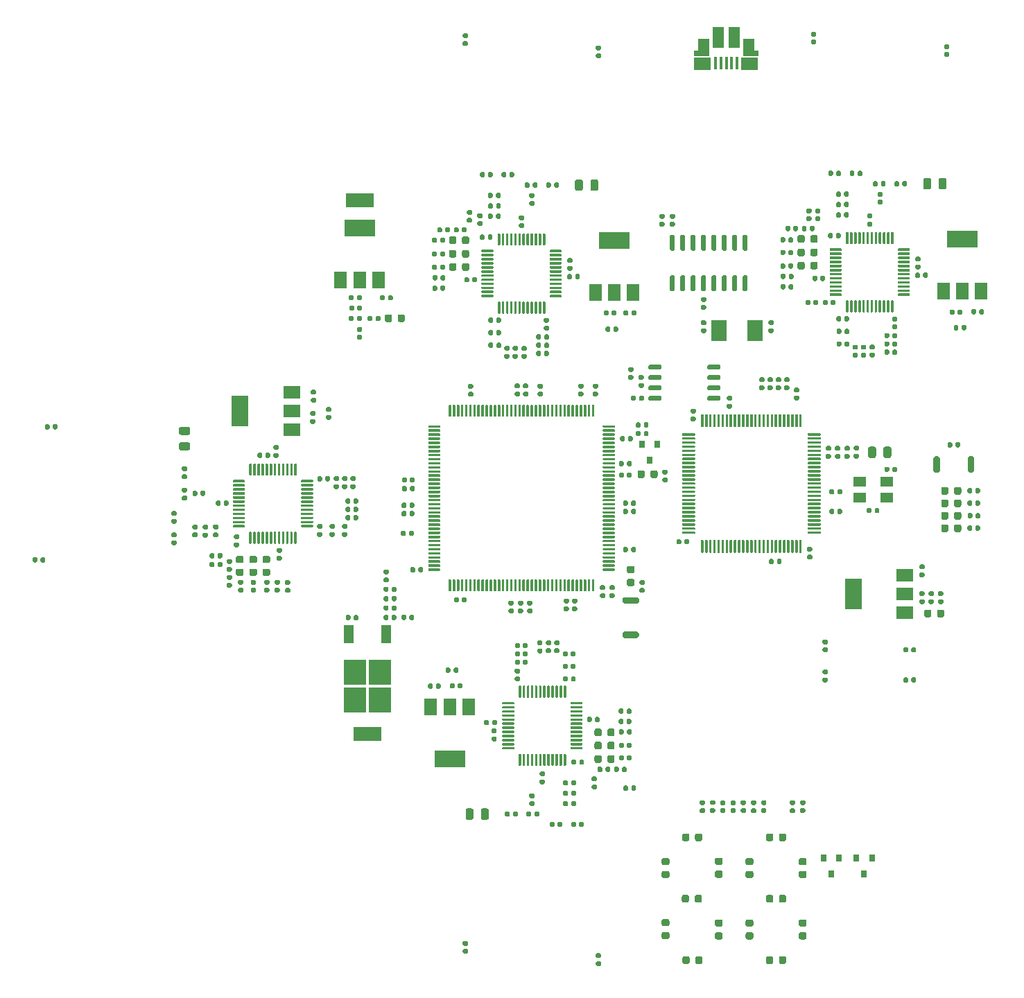
<source format=gbr>
G04 #@! TF.GenerationSoftware,KiCad,Pcbnew,(5.1.6)-1*
G04 #@! TF.CreationDate,2020-06-16T21:04:05+02:00*
G04 #@! TF.ProjectId,ethernet-sniffer,65746865-726e-4657-942d-736e69666665,rev?*
G04 #@! TF.SameCoordinates,Original*
G04 #@! TF.FileFunction,Paste,Top*
G04 #@! TF.FilePolarity,Positive*
%FSLAX46Y46*%
G04 Gerber Fmt 4.6, Leading zero omitted, Abs format (unit mm)*
G04 Created by KiCad (PCBNEW (5.1.6)-1) date 2020-06-16 21:04:05*
%MOMM*%
%LPD*%
G01*
G04 APERTURE LIST*
%ADD10R,0.800000X0.900000*%
%ADD11R,1.500000X2.000000*%
%ADD12R,3.800000X2.000000*%
%ADD13R,1.900000X2.500000*%
%ADD14R,2.000000X1.500000*%
%ADD15R,2.000000X3.800000*%
%ADD16R,1.350000X2.000000*%
%ADD17R,1.825000X0.700000*%
%ADD18R,0.400000X1.650000*%
%ADD19R,1.430000X2.500000*%
%ADD20R,3.400000X1.800000*%
%ADD21R,1.200000X2.200000*%
%ADD22R,2.750000X3.050000*%
%ADD23R,1.600000X1.300000*%
G04 APERTURE END LIST*
G36*
G01*
X183421500Y-128021000D02*
X183766500Y-128021000D01*
G75*
G02*
X183914000Y-128168500I0J-147500D01*
G01*
X183914000Y-128463500D01*
G75*
G02*
X183766500Y-128611000I-147500J0D01*
G01*
X183421500Y-128611000D01*
G75*
G02*
X183274000Y-128463500I0J147500D01*
G01*
X183274000Y-128168500D01*
G75*
G02*
X183421500Y-128021000I147500J0D01*
G01*
G37*
G36*
G01*
X183421500Y-128991000D02*
X183766500Y-128991000D01*
G75*
G02*
X183914000Y-129138500I0J-147500D01*
G01*
X183914000Y-129433500D01*
G75*
G02*
X183766500Y-129581000I-147500J0D01*
G01*
X183421500Y-129581000D01*
G75*
G02*
X183274000Y-129433500I0J147500D01*
G01*
X183274000Y-129138500D01*
G75*
G02*
X183421500Y-128991000I147500J0D01*
G01*
G37*
G36*
G01*
X175921500Y-128021000D02*
X176266500Y-128021000D01*
G75*
G02*
X176414000Y-128168500I0J-147500D01*
G01*
X176414000Y-128463500D01*
G75*
G02*
X176266500Y-128611000I-147500J0D01*
G01*
X175921500Y-128611000D01*
G75*
G02*
X175774000Y-128463500I0J147500D01*
G01*
X175774000Y-128168500D01*
G75*
G02*
X175921500Y-128021000I147500J0D01*
G01*
G37*
G36*
G01*
X175921500Y-128991000D02*
X176266500Y-128991000D01*
G75*
G02*
X176414000Y-129138500I0J-147500D01*
G01*
X176414000Y-129433500D01*
G75*
G02*
X176266500Y-129581000I-147500J0D01*
G01*
X175921500Y-129581000D01*
G75*
G02*
X175774000Y-129433500I0J147500D01*
G01*
X175774000Y-129138500D01*
G75*
G02*
X175921500Y-128991000I147500J0D01*
G01*
G37*
G36*
G01*
X188171500Y-128021000D02*
X188516500Y-128021000D01*
G75*
G02*
X188664000Y-128168500I0J-147500D01*
G01*
X188664000Y-128463500D01*
G75*
G02*
X188516500Y-128611000I-147500J0D01*
G01*
X188171500Y-128611000D01*
G75*
G02*
X188024000Y-128463500I0J147500D01*
G01*
X188024000Y-128168500D01*
G75*
G02*
X188171500Y-128021000I147500J0D01*
G01*
G37*
G36*
G01*
X188171500Y-128991000D02*
X188516500Y-128991000D01*
G75*
G02*
X188664000Y-129138500I0J-147500D01*
G01*
X188664000Y-129433500D01*
G75*
G02*
X188516500Y-129581000I-147500J0D01*
G01*
X188171500Y-129581000D01*
G75*
G02*
X188024000Y-129433500I0J147500D01*
G01*
X188024000Y-129138500D01*
G75*
G02*
X188171500Y-128991000I147500J0D01*
G01*
G37*
G36*
G01*
X180921500Y-128021000D02*
X181266500Y-128021000D01*
G75*
G02*
X181414000Y-128168500I0J-147500D01*
G01*
X181414000Y-128463500D01*
G75*
G02*
X181266500Y-128611000I-147500J0D01*
G01*
X180921500Y-128611000D01*
G75*
G02*
X180774000Y-128463500I0J147500D01*
G01*
X180774000Y-128168500D01*
G75*
G02*
X180921500Y-128021000I147500J0D01*
G01*
G37*
G36*
G01*
X180921500Y-128991000D02*
X181266500Y-128991000D01*
G75*
G02*
X181414000Y-129138500I0J-147500D01*
G01*
X181414000Y-129433500D01*
G75*
G02*
X181266500Y-129581000I-147500J0D01*
G01*
X180921500Y-129581000D01*
G75*
G02*
X180774000Y-129433500I0J147500D01*
G01*
X180774000Y-129138500D01*
G75*
G02*
X180921500Y-128991000I147500J0D01*
G01*
G37*
G36*
G01*
X186921500Y-128991000D02*
X187266500Y-128991000D01*
G75*
G02*
X187414000Y-129138500I0J-147500D01*
G01*
X187414000Y-129433500D01*
G75*
G02*
X187266500Y-129581000I-147500J0D01*
G01*
X186921500Y-129581000D01*
G75*
G02*
X186774000Y-129433500I0J147500D01*
G01*
X186774000Y-129138500D01*
G75*
G02*
X186921500Y-128991000I147500J0D01*
G01*
G37*
G36*
G01*
X186921500Y-128021000D02*
X187266500Y-128021000D01*
G75*
G02*
X187414000Y-128168500I0J-147500D01*
G01*
X187414000Y-128463500D01*
G75*
G02*
X187266500Y-128611000I-147500J0D01*
G01*
X186921500Y-128611000D01*
G75*
G02*
X186774000Y-128463500I0J147500D01*
G01*
X186774000Y-128168500D01*
G75*
G02*
X186921500Y-128021000I147500J0D01*
G01*
G37*
G36*
G01*
X178421500Y-128021000D02*
X178766500Y-128021000D01*
G75*
G02*
X178914000Y-128168500I0J-147500D01*
G01*
X178914000Y-128463500D01*
G75*
G02*
X178766500Y-128611000I-147500J0D01*
G01*
X178421500Y-128611000D01*
G75*
G02*
X178274000Y-128463500I0J147500D01*
G01*
X178274000Y-128168500D01*
G75*
G02*
X178421500Y-128021000I147500J0D01*
G01*
G37*
G36*
G01*
X178421500Y-128991000D02*
X178766500Y-128991000D01*
G75*
G02*
X178914000Y-129138500I0J-147500D01*
G01*
X178914000Y-129433500D01*
G75*
G02*
X178766500Y-129581000I-147500J0D01*
G01*
X178421500Y-129581000D01*
G75*
G02*
X178274000Y-129433500I0J147500D01*
G01*
X178274000Y-129138500D01*
G75*
G02*
X178421500Y-128991000I147500J0D01*
G01*
G37*
G36*
G01*
X182171500Y-128991000D02*
X182516500Y-128991000D01*
G75*
G02*
X182664000Y-129138500I0J-147500D01*
G01*
X182664000Y-129433500D01*
G75*
G02*
X182516500Y-129581000I-147500J0D01*
G01*
X182171500Y-129581000D01*
G75*
G02*
X182024000Y-129433500I0J147500D01*
G01*
X182024000Y-129138500D01*
G75*
G02*
X182171500Y-128991000I147500J0D01*
G01*
G37*
G36*
G01*
X182171500Y-128021000D02*
X182516500Y-128021000D01*
G75*
G02*
X182664000Y-128168500I0J-147500D01*
G01*
X182664000Y-128463500D01*
G75*
G02*
X182516500Y-128611000I-147500J0D01*
G01*
X182171500Y-128611000D01*
G75*
G02*
X182024000Y-128463500I0J147500D01*
G01*
X182024000Y-128168500D01*
G75*
G02*
X182171500Y-128021000I147500J0D01*
G01*
G37*
G36*
G01*
X177171500Y-128976000D02*
X177516500Y-128976000D01*
G75*
G02*
X177664000Y-129123500I0J-147500D01*
G01*
X177664000Y-129418500D01*
G75*
G02*
X177516500Y-129566000I-147500J0D01*
G01*
X177171500Y-129566000D01*
G75*
G02*
X177024000Y-129418500I0J147500D01*
G01*
X177024000Y-129123500D01*
G75*
G02*
X177171500Y-128976000I147500J0D01*
G01*
G37*
G36*
G01*
X177171500Y-128006000D02*
X177516500Y-128006000D01*
G75*
G02*
X177664000Y-128153500I0J-147500D01*
G01*
X177664000Y-128448500D01*
G75*
G02*
X177516500Y-128596000I-147500J0D01*
G01*
X177171500Y-128596000D01*
G75*
G02*
X177024000Y-128448500I0J147500D01*
G01*
X177024000Y-128153500D01*
G75*
G02*
X177171500Y-128006000I147500J0D01*
G01*
G37*
G36*
G01*
X179671500Y-129006000D02*
X180016500Y-129006000D01*
G75*
G02*
X180164000Y-129153500I0J-147500D01*
G01*
X180164000Y-129448500D01*
G75*
G02*
X180016500Y-129596000I-147500J0D01*
G01*
X179671500Y-129596000D01*
G75*
G02*
X179524000Y-129448500I0J147500D01*
G01*
X179524000Y-129153500D01*
G75*
G02*
X179671500Y-129006000I147500J0D01*
G01*
G37*
G36*
G01*
X179671500Y-128036000D02*
X180016500Y-128036000D01*
G75*
G02*
X180164000Y-128183500I0J-147500D01*
G01*
X180164000Y-128478500D01*
G75*
G02*
X180016500Y-128626000I-147500J0D01*
G01*
X179671500Y-128626000D01*
G75*
G02*
X179524000Y-128478500I0J147500D01*
G01*
X179524000Y-128183500D01*
G75*
G02*
X179671500Y-128036000I147500J0D01*
G01*
G37*
G36*
G01*
X177837750Y-144151000D02*
X178350250Y-144151000D01*
G75*
G02*
X178569000Y-144369750I0J-218750D01*
G01*
X178569000Y-144807250D01*
G75*
G02*
X178350250Y-145026000I-218750J0D01*
G01*
X177837750Y-145026000D01*
G75*
G02*
X177619000Y-144807250I0J218750D01*
G01*
X177619000Y-144369750D01*
G75*
G02*
X177837750Y-144151000I218750J0D01*
G01*
G37*
G36*
G01*
X177837750Y-142576000D02*
X178350250Y-142576000D01*
G75*
G02*
X178569000Y-142794750I0J-218750D01*
G01*
X178569000Y-143232250D01*
G75*
G02*
X178350250Y-143451000I-218750J0D01*
G01*
X177837750Y-143451000D01*
G75*
G02*
X177619000Y-143232250I0J218750D01*
G01*
X177619000Y-142794750D01*
G75*
G02*
X177837750Y-142576000I218750J0D01*
G01*
G37*
G36*
G01*
X171337750Y-136651000D02*
X171850250Y-136651000D01*
G75*
G02*
X172069000Y-136869750I0J-218750D01*
G01*
X172069000Y-137307250D01*
G75*
G02*
X171850250Y-137526000I-218750J0D01*
G01*
X171337750Y-137526000D01*
G75*
G02*
X171119000Y-137307250I0J218750D01*
G01*
X171119000Y-136869750D01*
G75*
G02*
X171337750Y-136651000I218750J0D01*
G01*
G37*
G36*
G01*
X171337750Y-135076000D02*
X171850250Y-135076000D01*
G75*
G02*
X172069000Y-135294750I0J-218750D01*
G01*
X172069000Y-135732250D01*
G75*
G02*
X171850250Y-135951000I-218750J0D01*
G01*
X171337750Y-135951000D01*
G75*
G02*
X171119000Y-135732250I0J218750D01*
G01*
X171119000Y-135294750D01*
G75*
G02*
X171337750Y-135076000I218750J0D01*
G01*
G37*
G36*
G01*
X174456500Y-139794750D02*
X174456500Y-140307250D01*
G75*
G02*
X174237750Y-140526000I-218750J0D01*
G01*
X173800250Y-140526000D01*
G75*
G02*
X173581500Y-140307250I0J218750D01*
G01*
X173581500Y-139794750D01*
G75*
G02*
X173800250Y-139576000I218750J0D01*
G01*
X174237750Y-139576000D01*
G75*
G02*
X174456500Y-139794750I0J-218750D01*
G01*
G37*
G36*
G01*
X176031500Y-139794750D02*
X176031500Y-140307250D01*
G75*
G02*
X175812750Y-140526000I-218750J0D01*
G01*
X175375250Y-140526000D01*
G75*
G02*
X175156500Y-140307250I0J218750D01*
G01*
X175156500Y-139794750D01*
G75*
G02*
X175375250Y-139576000I218750J0D01*
G01*
X175812750Y-139576000D01*
G75*
G02*
X176031500Y-139794750I0J-218750D01*
G01*
G37*
G36*
G01*
X181587750Y-144151000D02*
X182100250Y-144151000D01*
G75*
G02*
X182319000Y-144369750I0J-218750D01*
G01*
X182319000Y-144807250D01*
G75*
G02*
X182100250Y-145026000I-218750J0D01*
G01*
X181587750Y-145026000D01*
G75*
G02*
X181369000Y-144807250I0J218750D01*
G01*
X181369000Y-144369750D01*
G75*
G02*
X181587750Y-144151000I218750J0D01*
G01*
G37*
G36*
G01*
X181587750Y-142576000D02*
X182100250Y-142576000D01*
G75*
G02*
X182319000Y-142794750I0J-218750D01*
G01*
X182319000Y-143232250D01*
G75*
G02*
X182100250Y-143451000I-218750J0D01*
G01*
X181587750Y-143451000D01*
G75*
G02*
X181369000Y-143232250I0J218750D01*
G01*
X181369000Y-142794750D01*
G75*
G02*
X181587750Y-142576000I218750J0D01*
G01*
G37*
G36*
G01*
X184744000Y-139794750D02*
X184744000Y-140307250D01*
G75*
G02*
X184525250Y-140526000I-218750J0D01*
G01*
X184087750Y-140526000D01*
G75*
G02*
X183869000Y-140307250I0J218750D01*
G01*
X183869000Y-139794750D01*
G75*
G02*
X184087750Y-139576000I218750J0D01*
G01*
X184525250Y-139576000D01*
G75*
G02*
X184744000Y-139794750I0J-218750D01*
G01*
G37*
G36*
G01*
X186319000Y-139794750D02*
X186319000Y-140307250D01*
G75*
G02*
X186100250Y-140526000I-218750J0D01*
G01*
X185662750Y-140526000D01*
G75*
G02*
X185444000Y-140307250I0J218750D01*
G01*
X185444000Y-139794750D01*
G75*
G02*
X185662750Y-139576000I218750J0D01*
G01*
X186100250Y-139576000D01*
G75*
G02*
X186319000Y-139794750I0J-218750D01*
G01*
G37*
G36*
G01*
X184744000Y-147294750D02*
X184744000Y-147807250D01*
G75*
G02*
X184525250Y-148026000I-218750J0D01*
G01*
X184087750Y-148026000D01*
G75*
G02*
X183869000Y-147807250I0J218750D01*
G01*
X183869000Y-147294750D01*
G75*
G02*
X184087750Y-147076000I218750J0D01*
G01*
X184525250Y-147076000D01*
G75*
G02*
X184744000Y-147294750I0J-218750D01*
G01*
G37*
G36*
G01*
X186319000Y-147294750D02*
X186319000Y-147807250D01*
G75*
G02*
X186100250Y-148026000I-218750J0D01*
G01*
X185662750Y-148026000D01*
G75*
G02*
X185444000Y-147807250I0J218750D01*
G01*
X185444000Y-147294750D01*
G75*
G02*
X185662750Y-147076000I218750J0D01*
G01*
X186100250Y-147076000D01*
G75*
G02*
X186319000Y-147294750I0J-218750D01*
G01*
G37*
G36*
G01*
X174531500Y-147294750D02*
X174531500Y-147807250D01*
G75*
G02*
X174312750Y-148026000I-218750J0D01*
G01*
X173875250Y-148026000D01*
G75*
G02*
X173656500Y-147807250I0J218750D01*
G01*
X173656500Y-147294750D01*
G75*
G02*
X173875250Y-147076000I218750J0D01*
G01*
X174312750Y-147076000D01*
G75*
G02*
X174531500Y-147294750I0J-218750D01*
G01*
G37*
G36*
G01*
X176106500Y-147294750D02*
X176106500Y-147807250D01*
G75*
G02*
X175887750Y-148026000I-218750J0D01*
G01*
X175450250Y-148026000D01*
G75*
G02*
X175231500Y-147807250I0J218750D01*
G01*
X175231500Y-147294750D01*
G75*
G02*
X175450250Y-147076000I218750J0D01*
G01*
X175887750Y-147076000D01*
G75*
G02*
X176106500Y-147294750I0J-218750D01*
G01*
G37*
G36*
G01*
X184744000Y-132294750D02*
X184744000Y-132807250D01*
G75*
G02*
X184525250Y-133026000I-218750J0D01*
G01*
X184087750Y-133026000D01*
G75*
G02*
X183869000Y-132807250I0J218750D01*
G01*
X183869000Y-132294750D01*
G75*
G02*
X184087750Y-132076000I218750J0D01*
G01*
X184525250Y-132076000D01*
G75*
G02*
X184744000Y-132294750I0J-218750D01*
G01*
G37*
G36*
G01*
X186319000Y-132294750D02*
X186319000Y-132807250D01*
G75*
G02*
X186100250Y-133026000I-218750J0D01*
G01*
X185662750Y-133026000D01*
G75*
G02*
X185444000Y-132807250I0J218750D01*
G01*
X185444000Y-132294750D01*
G75*
G02*
X185662750Y-132076000I218750J0D01*
G01*
X186100250Y-132076000D01*
G75*
G02*
X186319000Y-132294750I0J-218750D01*
G01*
G37*
D10*
X195844000Y-137051000D03*
X194894000Y-135051000D03*
X196794000Y-135051000D03*
G36*
G01*
X188087750Y-136651000D02*
X188600250Y-136651000D01*
G75*
G02*
X188819000Y-136869750I0J-218750D01*
G01*
X188819000Y-137307250D01*
G75*
G02*
X188600250Y-137526000I-218750J0D01*
G01*
X188087750Y-137526000D01*
G75*
G02*
X187869000Y-137307250I0J218750D01*
G01*
X187869000Y-136869750D01*
G75*
G02*
X188087750Y-136651000I218750J0D01*
G01*
G37*
G36*
G01*
X188087750Y-135076000D02*
X188600250Y-135076000D01*
G75*
G02*
X188819000Y-135294750I0J-218750D01*
G01*
X188819000Y-135732250D01*
G75*
G02*
X188600250Y-135951000I-218750J0D01*
G01*
X188087750Y-135951000D01*
G75*
G02*
X187869000Y-135732250I0J218750D01*
G01*
X187869000Y-135294750D01*
G75*
G02*
X188087750Y-135076000I218750J0D01*
G01*
G37*
X191844000Y-137051000D03*
X190894000Y-135051000D03*
X192794000Y-135051000D03*
G36*
G01*
X171337750Y-144113500D02*
X171850250Y-144113500D01*
G75*
G02*
X172069000Y-144332250I0J-218750D01*
G01*
X172069000Y-144769750D01*
G75*
G02*
X171850250Y-144988500I-218750J0D01*
G01*
X171337750Y-144988500D01*
G75*
G02*
X171119000Y-144769750I0J218750D01*
G01*
X171119000Y-144332250D01*
G75*
G02*
X171337750Y-144113500I218750J0D01*
G01*
G37*
G36*
G01*
X171337750Y-142538500D02*
X171850250Y-142538500D01*
G75*
G02*
X172069000Y-142757250I0J-218750D01*
G01*
X172069000Y-143194750D01*
G75*
G02*
X171850250Y-143413500I-218750J0D01*
G01*
X171337750Y-143413500D01*
G75*
G02*
X171119000Y-143194750I0J218750D01*
G01*
X171119000Y-142757250D01*
G75*
G02*
X171337750Y-142538500I218750J0D01*
G01*
G37*
G36*
G01*
X174494000Y-132294750D02*
X174494000Y-132807250D01*
G75*
G02*
X174275250Y-133026000I-218750J0D01*
G01*
X173837750Y-133026000D01*
G75*
G02*
X173619000Y-132807250I0J218750D01*
G01*
X173619000Y-132294750D01*
G75*
G02*
X173837750Y-132076000I218750J0D01*
G01*
X174275250Y-132076000D01*
G75*
G02*
X174494000Y-132294750I0J-218750D01*
G01*
G37*
G36*
G01*
X176069000Y-132294750D02*
X176069000Y-132807250D01*
G75*
G02*
X175850250Y-133026000I-218750J0D01*
G01*
X175412750Y-133026000D01*
G75*
G02*
X175194000Y-132807250I0J218750D01*
G01*
X175194000Y-132294750D01*
G75*
G02*
X175412750Y-132076000I218750J0D01*
G01*
X175850250Y-132076000D01*
G75*
G02*
X176069000Y-132294750I0J-218750D01*
G01*
G37*
G36*
G01*
X177837750Y-136613500D02*
X178350250Y-136613500D01*
G75*
G02*
X178569000Y-136832250I0J-218750D01*
G01*
X178569000Y-137269750D01*
G75*
G02*
X178350250Y-137488500I-218750J0D01*
G01*
X177837750Y-137488500D01*
G75*
G02*
X177619000Y-137269750I0J218750D01*
G01*
X177619000Y-136832250D01*
G75*
G02*
X177837750Y-136613500I218750J0D01*
G01*
G37*
G36*
G01*
X177837750Y-135038500D02*
X178350250Y-135038500D01*
G75*
G02*
X178569000Y-135257250I0J-218750D01*
G01*
X178569000Y-135694750D01*
G75*
G02*
X178350250Y-135913500I-218750J0D01*
G01*
X177837750Y-135913500D01*
G75*
G02*
X177619000Y-135694750I0J218750D01*
G01*
X177619000Y-135257250D01*
G75*
G02*
X177837750Y-135038500I218750J0D01*
G01*
G37*
G36*
G01*
X181587750Y-136651000D02*
X182100250Y-136651000D01*
G75*
G02*
X182319000Y-136869750I0J-218750D01*
G01*
X182319000Y-137307250D01*
G75*
G02*
X182100250Y-137526000I-218750J0D01*
G01*
X181587750Y-137526000D01*
G75*
G02*
X181369000Y-137307250I0J218750D01*
G01*
X181369000Y-136869750D01*
G75*
G02*
X181587750Y-136651000I218750J0D01*
G01*
G37*
G36*
G01*
X181587750Y-135076000D02*
X182100250Y-135076000D01*
G75*
G02*
X182319000Y-135294750I0J-218750D01*
G01*
X182319000Y-135732250D01*
G75*
G02*
X182100250Y-135951000I-218750J0D01*
G01*
X181587750Y-135951000D01*
G75*
G02*
X181369000Y-135732250I0J218750D01*
G01*
X181369000Y-135294750D01*
G75*
G02*
X181587750Y-135076000I218750J0D01*
G01*
G37*
G36*
G01*
X188087750Y-144151000D02*
X188600250Y-144151000D01*
G75*
G02*
X188819000Y-144369750I0J-218750D01*
G01*
X188819000Y-144807250D01*
G75*
G02*
X188600250Y-145026000I-218750J0D01*
G01*
X188087750Y-145026000D01*
G75*
G02*
X187869000Y-144807250I0J218750D01*
G01*
X187869000Y-144369750D01*
G75*
G02*
X188087750Y-144151000I218750J0D01*
G01*
G37*
G36*
G01*
X188087750Y-142576000D02*
X188600250Y-142576000D01*
G75*
G02*
X188819000Y-142794750I0J-218750D01*
G01*
X188819000Y-143232250D01*
G75*
G02*
X188600250Y-143451000I-218750J0D01*
G01*
X188087750Y-143451000D01*
G75*
G02*
X187869000Y-143232250I0J218750D01*
G01*
X187869000Y-142794750D01*
G75*
G02*
X188087750Y-142576000I218750J0D01*
G01*
G37*
G36*
G01*
X199430000Y-67007000D02*
X199430000Y-68332000D01*
G75*
G02*
X199355000Y-68407000I-75000J0D01*
G01*
X199205000Y-68407000D01*
G75*
G02*
X199130000Y-68332000I0J75000D01*
G01*
X199130000Y-67007000D01*
G75*
G02*
X199205000Y-66932000I75000J0D01*
G01*
X199355000Y-66932000D01*
G75*
G02*
X199430000Y-67007000I0J-75000D01*
G01*
G37*
G36*
G01*
X198930000Y-67007000D02*
X198930000Y-68332000D01*
G75*
G02*
X198855000Y-68407000I-75000J0D01*
G01*
X198705000Y-68407000D01*
G75*
G02*
X198630000Y-68332000I0J75000D01*
G01*
X198630000Y-67007000D01*
G75*
G02*
X198705000Y-66932000I75000J0D01*
G01*
X198855000Y-66932000D01*
G75*
G02*
X198930000Y-67007000I0J-75000D01*
G01*
G37*
G36*
G01*
X198430000Y-67007000D02*
X198430000Y-68332000D01*
G75*
G02*
X198355000Y-68407000I-75000J0D01*
G01*
X198205000Y-68407000D01*
G75*
G02*
X198130000Y-68332000I0J75000D01*
G01*
X198130000Y-67007000D01*
G75*
G02*
X198205000Y-66932000I75000J0D01*
G01*
X198355000Y-66932000D01*
G75*
G02*
X198430000Y-67007000I0J-75000D01*
G01*
G37*
G36*
G01*
X197930000Y-67007000D02*
X197930000Y-68332000D01*
G75*
G02*
X197855000Y-68407000I-75000J0D01*
G01*
X197705000Y-68407000D01*
G75*
G02*
X197630000Y-68332000I0J75000D01*
G01*
X197630000Y-67007000D01*
G75*
G02*
X197705000Y-66932000I75000J0D01*
G01*
X197855000Y-66932000D01*
G75*
G02*
X197930000Y-67007000I0J-75000D01*
G01*
G37*
G36*
G01*
X197430000Y-67007000D02*
X197430000Y-68332000D01*
G75*
G02*
X197355000Y-68407000I-75000J0D01*
G01*
X197205000Y-68407000D01*
G75*
G02*
X197130000Y-68332000I0J75000D01*
G01*
X197130000Y-67007000D01*
G75*
G02*
X197205000Y-66932000I75000J0D01*
G01*
X197355000Y-66932000D01*
G75*
G02*
X197430000Y-67007000I0J-75000D01*
G01*
G37*
G36*
G01*
X196930000Y-67007000D02*
X196930000Y-68332000D01*
G75*
G02*
X196855000Y-68407000I-75000J0D01*
G01*
X196705000Y-68407000D01*
G75*
G02*
X196630000Y-68332000I0J75000D01*
G01*
X196630000Y-67007000D01*
G75*
G02*
X196705000Y-66932000I75000J0D01*
G01*
X196855000Y-66932000D01*
G75*
G02*
X196930000Y-67007000I0J-75000D01*
G01*
G37*
G36*
G01*
X196430000Y-67007000D02*
X196430000Y-68332000D01*
G75*
G02*
X196355000Y-68407000I-75000J0D01*
G01*
X196205000Y-68407000D01*
G75*
G02*
X196130000Y-68332000I0J75000D01*
G01*
X196130000Y-67007000D01*
G75*
G02*
X196205000Y-66932000I75000J0D01*
G01*
X196355000Y-66932000D01*
G75*
G02*
X196430000Y-67007000I0J-75000D01*
G01*
G37*
G36*
G01*
X195930000Y-67007000D02*
X195930000Y-68332000D01*
G75*
G02*
X195855000Y-68407000I-75000J0D01*
G01*
X195705000Y-68407000D01*
G75*
G02*
X195630000Y-68332000I0J75000D01*
G01*
X195630000Y-67007000D01*
G75*
G02*
X195705000Y-66932000I75000J0D01*
G01*
X195855000Y-66932000D01*
G75*
G02*
X195930000Y-67007000I0J-75000D01*
G01*
G37*
G36*
G01*
X195430000Y-67007000D02*
X195430000Y-68332000D01*
G75*
G02*
X195355000Y-68407000I-75000J0D01*
G01*
X195205000Y-68407000D01*
G75*
G02*
X195130000Y-68332000I0J75000D01*
G01*
X195130000Y-67007000D01*
G75*
G02*
X195205000Y-66932000I75000J0D01*
G01*
X195355000Y-66932000D01*
G75*
G02*
X195430000Y-67007000I0J-75000D01*
G01*
G37*
G36*
G01*
X194930000Y-67007000D02*
X194930000Y-68332000D01*
G75*
G02*
X194855000Y-68407000I-75000J0D01*
G01*
X194705000Y-68407000D01*
G75*
G02*
X194630000Y-68332000I0J75000D01*
G01*
X194630000Y-67007000D01*
G75*
G02*
X194705000Y-66932000I75000J0D01*
G01*
X194855000Y-66932000D01*
G75*
G02*
X194930000Y-67007000I0J-75000D01*
G01*
G37*
G36*
G01*
X194430000Y-67007000D02*
X194430000Y-68332000D01*
G75*
G02*
X194355000Y-68407000I-75000J0D01*
G01*
X194205000Y-68407000D01*
G75*
G02*
X194130000Y-68332000I0J75000D01*
G01*
X194130000Y-67007000D01*
G75*
G02*
X194205000Y-66932000I75000J0D01*
G01*
X194355000Y-66932000D01*
G75*
G02*
X194430000Y-67007000I0J-75000D01*
G01*
G37*
G36*
G01*
X193930000Y-67007000D02*
X193930000Y-68332000D01*
G75*
G02*
X193855000Y-68407000I-75000J0D01*
G01*
X193705000Y-68407000D01*
G75*
G02*
X193630000Y-68332000I0J75000D01*
G01*
X193630000Y-67007000D01*
G75*
G02*
X193705000Y-66932000I75000J0D01*
G01*
X193855000Y-66932000D01*
G75*
G02*
X193930000Y-67007000I0J-75000D01*
G01*
G37*
G36*
G01*
X193105000Y-66182000D02*
X193105000Y-66332000D01*
G75*
G02*
X193030000Y-66407000I-75000J0D01*
G01*
X191705000Y-66407000D01*
G75*
G02*
X191630000Y-66332000I0J75000D01*
G01*
X191630000Y-66182000D01*
G75*
G02*
X191705000Y-66107000I75000J0D01*
G01*
X193030000Y-66107000D01*
G75*
G02*
X193105000Y-66182000I0J-75000D01*
G01*
G37*
G36*
G01*
X193105000Y-65682000D02*
X193105000Y-65832000D01*
G75*
G02*
X193030000Y-65907000I-75000J0D01*
G01*
X191705000Y-65907000D01*
G75*
G02*
X191630000Y-65832000I0J75000D01*
G01*
X191630000Y-65682000D01*
G75*
G02*
X191705000Y-65607000I75000J0D01*
G01*
X193030000Y-65607000D01*
G75*
G02*
X193105000Y-65682000I0J-75000D01*
G01*
G37*
G36*
G01*
X193105000Y-65182000D02*
X193105000Y-65332000D01*
G75*
G02*
X193030000Y-65407000I-75000J0D01*
G01*
X191705000Y-65407000D01*
G75*
G02*
X191630000Y-65332000I0J75000D01*
G01*
X191630000Y-65182000D01*
G75*
G02*
X191705000Y-65107000I75000J0D01*
G01*
X193030000Y-65107000D01*
G75*
G02*
X193105000Y-65182000I0J-75000D01*
G01*
G37*
G36*
G01*
X193105000Y-64682000D02*
X193105000Y-64832000D01*
G75*
G02*
X193030000Y-64907000I-75000J0D01*
G01*
X191705000Y-64907000D01*
G75*
G02*
X191630000Y-64832000I0J75000D01*
G01*
X191630000Y-64682000D01*
G75*
G02*
X191705000Y-64607000I75000J0D01*
G01*
X193030000Y-64607000D01*
G75*
G02*
X193105000Y-64682000I0J-75000D01*
G01*
G37*
G36*
G01*
X193105000Y-64182000D02*
X193105000Y-64332000D01*
G75*
G02*
X193030000Y-64407000I-75000J0D01*
G01*
X191705000Y-64407000D01*
G75*
G02*
X191630000Y-64332000I0J75000D01*
G01*
X191630000Y-64182000D01*
G75*
G02*
X191705000Y-64107000I75000J0D01*
G01*
X193030000Y-64107000D01*
G75*
G02*
X193105000Y-64182000I0J-75000D01*
G01*
G37*
G36*
G01*
X193105000Y-63682000D02*
X193105000Y-63832000D01*
G75*
G02*
X193030000Y-63907000I-75000J0D01*
G01*
X191705000Y-63907000D01*
G75*
G02*
X191630000Y-63832000I0J75000D01*
G01*
X191630000Y-63682000D01*
G75*
G02*
X191705000Y-63607000I75000J0D01*
G01*
X193030000Y-63607000D01*
G75*
G02*
X193105000Y-63682000I0J-75000D01*
G01*
G37*
G36*
G01*
X193105000Y-63182000D02*
X193105000Y-63332000D01*
G75*
G02*
X193030000Y-63407000I-75000J0D01*
G01*
X191705000Y-63407000D01*
G75*
G02*
X191630000Y-63332000I0J75000D01*
G01*
X191630000Y-63182000D01*
G75*
G02*
X191705000Y-63107000I75000J0D01*
G01*
X193030000Y-63107000D01*
G75*
G02*
X193105000Y-63182000I0J-75000D01*
G01*
G37*
G36*
G01*
X193105000Y-62682000D02*
X193105000Y-62832000D01*
G75*
G02*
X193030000Y-62907000I-75000J0D01*
G01*
X191705000Y-62907000D01*
G75*
G02*
X191630000Y-62832000I0J75000D01*
G01*
X191630000Y-62682000D01*
G75*
G02*
X191705000Y-62607000I75000J0D01*
G01*
X193030000Y-62607000D01*
G75*
G02*
X193105000Y-62682000I0J-75000D01*
G01*
G37*
G36*
G01*
X193105000Y-62182000D02*
X193105000Y-62332000D01*
G75*
G02*
X193030000Y-62407000I-75000J0D01*
G01*
X191705000Y-62407000D01*
G75*
G02*
X191630000Y-62332000I0J75000D01*
G01*
X191630000Y-62182000D01*
G75*
G02*
X191705000Y-62107000I75000J0D01*
G01*
X193030000Y-62107000D01*
G75*
G02*
X193105000Y-62182000I0J-75000D01*
G01*
G37*
G36*
G01*
X193105000Y-61682000D02*
X193105000Y-61832000D01*
G75*
G02*
X193030000Y-61907000I-75000J0D01*
G01*
X191705000Y-61907000D01*
G75*
G02*
X191630000Y-61832000I0J75000D01*
G01*
X191630000Y-61682000D01*
G75*
G02*
X191705000Y-61607000I75000J0D01*
G01*
X193030000Y-61607000D01*
G75*
G02*
X193105000Y-61682000I0J-75000D01*
G01*
G37*
G36*
G01*
X193105000Y-61182000D02*
X193105000Y-61332000D01*
G75*
G02*
X193030000Y-61407000I-75000J0D01*
G01*
X191705000Y-61407000D01*
G75*
G02*
X191630000Y-61332000I0J75000D01*
G01*
X191630000Y-61182000D01*
G75*
G02*
X191705000Y-61107000I75000J0D01*
G01*
X193030000Y-61107000D01*
G75*
G02*
X193105000Y-61182000I0J-75000D01*
G01*
G37*
G36*
G01*
X193105000Y-60682000D02*
X193105000Y-60832000D01*
G75*
G02*
X193030000Y-60907000I-75000J0D01*
G01*
X191705000Y-60907000D01*
G75*
G02*
X191630000Y-60832000I0J75000D01*
G01*
X191630000Y-60682000D01*
G75*
G02*
X191705000Y-60607000I75000J0D01*
G01*
X193030000Y-60607000D01*
G75*
G02*
X193105000Y-60682000I0J-75000D01*
G01*
G37*
G36*
G01*
X193930000Y-58682000D02*
X193930000Y-60007000D01*
G75*
G02*
X193855000Y-60082000I-75000J0D01*
G01*
X193705000Y-60082000D01*
G75*
G02*
X193630000Y-60007000I0J75000D01*
G01*
X193630000Y-58682000D01*
G75*
G02*
X193705000Y-58607000I75000J0D01*
G01*
X193855000Y-58607000D01*
G75*
G02*
X193930000Y-58682000I0J-75000D01*
G01*
G37*
G36*
G01*
X194430000Y-58682000D02*
X194430000Y-60007000D01*
G75*
G02*
X194355000Y-60082000I-75000J0D01*
G01*
X194205000Y-60082000D01*
G75*
G02*
X194130000Y-60007000I0J75000D01*
G01*
X194130000Y-58682000D01*
G75*
G02*
X194205000Y-58607000I75000J0D01*
G01*
X194355000Y-58607000D01*
G75*
G02*
X194430000Y-58682000I0J-75000D01*
G01*
G37*
G36*
G01*
X194930000Y-58682000D02*
X194930000Y-60007000D01*
G75*
G02*
X194855000Y-60082000I-75000J0D01*
G01*
X194705000Y-60082000D01*
G75*
G02*
X194630000Y-60007000I0J75000D01*
G01*
X194630000Y-58682000D01*
G75*
G02*
X194705000Y-58607000I75000J0D01*
G01*
X194855000Y-58607000D01*
G75*
G02*
X194930000Y-58682000I0J-75000D01*
G01*
G37*
G36*
G01*
X195430000Y-58682000D02*
X195430000Y-60007000D01*
G75*
G02*
X195355000Y-60082000I-75000J0D01*
G01*
X195205000Y-60082000D01*
G75*
G02*
X195130000Y-60007000I0J75000D01*
G01*
X195130000Y-58682000D01*
G75*
G02*
X195205000Y-58607000I75000J0D01*
G01*
X195355000Y-58607000D01*
G75*
G02*
X195430000Y-58682000I0J-75000D01*
G01*
G37*
G36*
G01*
X195930000Y-58682000D02*
X195930000Y-60007000D01*
G75*
G02*
X195855000Y-60082000I-75000J0D01*
G01*
X195705000Y-60082000D01*
G75*
G02*
X195630000Y-60007000I0J75000D01*
G01*
X195630000Y-58682000D01*
G75*
G02*
X195705000Y-58607000I75000J0D01*
G01*
X195855000Y-58607000D01*
G75*
G02*
X195930000Y-58682000I0J-75000D01*
G01*
G37*
G36*
G01*
X196430000Y-58682000D02*
X196430000Y-60007000D01*
G75*
G02*
X196355000Y-60082000I-75000J0D01*
G01*
X196205000Y-60082000D01*
G75*
G02*
X196130000Y-60007000I0J75000D01*
G01*
X196130000Y-58682000D01*
G75*
G02*
X196205000Y-58607000I75000J0D01*
G01*
X196355000Y-58607000D01*
G75*
G02*
X196430000Y-58682000I0J-75000D01*
G01*
G37*
G36*
G01*
X196930000Y-58682000D02*
X196930000Y-60007000D01*
G75*
G02*
X196855000Y-60082000I-75000J0D01*
G01*
X196705000Y-60082000D01*
G75*
G02*
X196630000Y-60007000I0J75000D01*
G01*
X196630000Y-58682000D01*
G75*
G02*
X196705000Y-58607000I75000J0D01*
G01*
X196855000Y-58607000D01*
G75*
G02*
X196930000Y-58682000I0J-75000D01*
G01*
G37*
G36*
G01*
X197430000Y-58682000D02*
X197430000Y-60007000D01*
G75*
G02*
X197355000Y-60082000I-75000J0D01*
G01*
X197205000Y-60082000D01*
G75*
G02*
X197130000Y-60007000I0J75000D01*
G01*
X197130000Y-58682000D01*
G75*
G02*
X197205000Y-58607000I75000J0D01*
G01*
X197355000Y-58607000D01*
G75*
G02*
X197430000Y-58682000I0J-75000D01*
G01*
G37*
G36*
G01*
X197930000Y-58682000D02*
X197930000Y-60007000D01*
G75*
G02*
X197855000Y-60082000I-75000J0D01*
G01*
X197705000Y-60082000D01*
G75*
G02*
X197630000Y-60007000I0J75000D01*
G01*
X197630000Y-58682000D01*
G75*
G02*
X197705000Y-58607000I75000J0D01*
G01*
X197855000Y-58607000D01*
G75*
G02*
X197930000Y-58682000I0J-75000D01*
G01*
G37*
G36*
G01*
X198430000Y-58682000D02*
X198430000Y-60007000D01*
G75*
G02*
X198355000Y-60082000I-75000J0D01*
G01*
X198205000Y-60082000D01*
G75*
G02*
X198130000Y-60007000I0J75000D01*
G01*
X198130000Y-58682000D01*
G75*
G02*
X198205000Y-58607000I75000J0D01*
G01*
X198355000Y-58607000D01*
G75*
G02*
X198430000Y-58682000I0J-75000D01*
G01*
G37*
G36*
G01*
X198930000Y-58682000D02*
X198930000Y-60007000D01*
G75*
G02*
X198855000Y-60082000I-75000J0D01*
G01*
X198705000Y-60082000D01*
G75*
G02*
X198630000Y-60007000I0J75000D01*
G01*
X198630000Y-58682000D01*
G75*
G02*
X198705000Y-58607000I75000J0D01*
G01*
X198855000Y-58607000D01*
G75*
G02*
X198930000Y-58682000I0J-75000D01*
G01*
G37*
G36*
G01*
X199430000Y-58682000D02*
X199430000Y-60007000D01*
G75*
G02*
X199355000Y-60082000I-75000J0D01*
G01*
X199205000Y-60082000D01*
G75*
G02*
X199130000Y-60007000I0J75000D01*
G01*
X199130000Y-58682000D01*
G75*
G02*
X199205000Y-58607000I75000J0D01*
G01*
X199355000Y-58607000D01*
G75*
G02*
X199430000Y-58682000I0J-75000D01*
G01*
G37*
G36*
G01*
X201430000Y-60682000D02*
X201430000Y-60832000D01*
G75*
G02*
X201355000Y-60907000I-75000J0D01*
G01*
X200030000Y-60907000D01*
G75*
G02*
X199955000Y-60832000I0J75000D01*
G01*
X199955000Y-60682000D01*
G75*
G02*
X200030000Y-60607000I75000J0D01*
G01*
X201355000Y-60607000D01*
G75*
G02*
X201430000Y-60682000I0J-75000D01*
G01*
G37*
G36*
G01*
X201430000Y-61182000D02*
X201430000Y-61332000D01*
G75*
G02*
X201355000Y-61407000I-75000J0D01*
G01*
X200030000Y-61407000D01*
G75*
G02*
X199955000Y-61332000I0J75000D01*
G01*
X199955000Y-61182000D01*
G75*
G02*
X200030000Y-61107000I75000J0D01*
G01*
X201355000Y-61107000D01*
G75*
G02*
X201430000Y-61182000I0J-75000D01*
G01*
G37*
G36*
G01*
X201430000Y-61682000D02*
X201430000Y-61832000D01*
G75*
G02*
X201355000Y-61907000I-75000J0D01*
G01*
X200030000Y-61907000D01*
G75*
G02*
X199955000Y-61832000I0J75000D01*
G01*
X199955000Y-61682000D01*
G75*
G02*
X200030000Y-61607000I75000J0D01*
G01*
X201355000Y-61607000D01*
G75*
G02*
X201430000Y-61682000I0J-75000D01*
G01*
G37*
G36*
G01*
X201430000Y-62182000D02*
X201430000Y-62332000D01*
G75*
G02*
X201355000Y-62407000I-75000J0D01*
G01*
X200030000Y-62407000D01*
G75*
G02*
X199955000Y-62332000I0J75000D01*
G01*
X199955000Y-62182000D01*
G75*
G02*
X200030000Y-62107000I75000J0D01*
G01*
X201355000Y-62107000D01*
G75*
G02*
X201430000Y-62182000I0J-75000D01*
G01*
G37*
G36*
G01*
X201430000Y-62682000D02*
X201430000Y-62832000D01*
G75*
G02*
X201355000Y-62907000I-75000J0D01*
G01*
X200030000Y-62907000D01*
G75*
G02*
X199955000Y-62832000I0J75000D01*
G01*
X199955000Y-62682000D01*
G75*
G02*
X200030000Y-62607000I75000J0D01*
G01*
X201355000Y-62607000D01*
G75*
G02*
X201430000Y-62682000I0J-75000D01*
G01*
G37*
G36*
G01*
X201430000Y-63182000D02*
X201430000Y-63332000D01*
G75*
G02*
X201355000Y-63407000I-75000J0D01*
G01*
X200030000Y-63407000D01*
G75*
G02*
X199955000Y-63332000I0J75000D01*
G01*
X199955000Y-63182000D01*
G75*
G02*
X200030000Y-63107000I75000J0D01*
G01*
X201355000Y-63107000D01*
G75*
G02*
X201430000Y-63182000I0J-75000D01*
G01*
G37*
G36*
G01*
X201430000Y-63682000D02*
X201430000Y-63832000D01*
G75*
G02*
X201355000Y-63907000I-75000J0D01*
G01*
X200030000Y-63907000D01*
G75*
G02*
X199955000Y-63832000I0J75000D01*
G01*
X199955000Y-63682000D01*
G75*
G02*
X200030000Y-63607000I75000J0D01*
G01*
X201355000Y-63607000D01*
G75*
G02*
X201430000Y-63682000I0J-75000D01*
G01*
G37*
G36*
G01*
X201430000Y-64182000D02*
X201430000Y-64332000D01*
G75*
G02*
X201355000Y-64407000I-75000J0D01*
G01*
X200030000Y-64407000D01*
G75*
G02*
X199955000Y-64332000I0J75000D01*
G01*
X199955000Y-64182000D01*
G75*
G02*
X200030000Y-64107000I75000J0D01*
G01*
X201355000Y-64107000D01*
G75*
G02*
X201430000Y-64182000I0J-75000D01*
G01*
G37*
G36*
G01*
X201430000Y-64682000D02*
X201430000Y-64832000D01*
G75*
G02*
X201355000Y-64907000I-75000J0D01*
G01*
X200030000Y-64907000D01*
G75*
G02*
X199955000Y-64832000I0J75000D01*
G01*
X199955000Y-64682000D01*
G75*
G02*
X200030000Y-64607000I75000J0D01*
G01*
X201355000Y-64607000D01*
G75*
G02*
X201430000Y-64682000I0J-75000D01*
G01*
G37*
G36*
G01*
X201430000Y-65182000D02*
X201430000Y-65332000D01*
G75*
G02*
X201355000Y-65407000I-75000J0D01*
G01*
X200030000Y-65407000D01*
G75*
G02*
X199955000Y-65332000I0J75000D01*
G01*
X199955000Y-65182000D01*
G75*
G02*
X200030000Y-65107000I75000J0D01*
G01*
X201355000Y-65107000D01*
G75*
G02*
X201430000Y-65182000I0J-75000D01*
G01*
G37*
G36*
G01*
X201430000Y-65682000D02*
X201430000Y-65832000D01*
G75*
G02*
X201355000Y-65907000I-75000J0D01*
G01*
X200030000Y-65907000D01*
G75*
G02*
X199955000Y-65832000I0J75000D01*
G01*
X199955000Y-65682000D01*
G75*
G02*
X200030000Y-65607000I75000J0D01*
G01*
X201355000Y-65607000D01*
G75*
G02*
X201430000Y-65682000I0J-75000D01*
G01*
G37*
G36*
G01*
X201430000Y-66182000D02*
X201430000Y-66332000D01*
G75*
G02*
X201355000Y-66407000I-75000J0D01*
G01*
X200030000Y-66407000D01*
G75*
G02*
X199955000Y-66332000I0J75000D01*
G01*
X199955000Y-66182000D01*
G75*
G02*
X200030000Y-66107000I75000J0D01*
G01*
X201355000Y-66107000D01*
G75*
G02*
X201430000Y-66182000I0J-75000D01*
G01*
G37*
D11*
X205551000Y-65792000D03*
X210151000Y-65792000D03*
X207851000Y-65792000D03*
D12*
X207851000Y-59492000D03*
G36*
G01*
X189204000Y-58345500D02*
X189204000Y-58000500D01*
G75*
G02*
X189351500Y-57853000I147500J0D01*
G01*
X189646500Y-57853000D01*
G75*
G02*
X189794000Y-58000500I0J-147500D01*
G01*
X189794000Y-58345500D01*
G75*
G02*
X189646500Y-58493000I-147500J0D01*
G01*
X189351500Y-58493000D01*
G75*
G02*
X189204000Y-58345500I0J147500D01*
G01*
G37*
G36*
G01*
X188234000Y-58345500D02*
X188234000Y-58000500D01*
G75*
G02*
X188381500Y-57853000I147500J0D01*
G01*
X188676500Y-57853000D01*
G75*
G02*
X188824000Y-58000500I0J-147500D01*
G01*
X188824000Y-58345500D01*
G75*
G02*
X188676500Y-58493000I-147500J0D01*
G01*
X188381500Y-58493000D01*
G75*
G02*
X188234000Y-58345500I0J147500D01*
G01*
G37*
G36*
G01*
X186815000Y-58000500D02*
X186815000Y-58345500D01*
G75*
G02*
X186667500Y-58493000I-147500J0D01*
G01*
X186372500Y-58493000D01*
G75*
G02*
X186225000Y-58345500I0J147500D01*
G01*
X186225000Y-58000500D01*
G75*
G02*
X186372500Y-57853000I147500J0D01*
G01*
X186667500Y-57853000D01*
G75*
G02*
X186815000Y-58000500I0J-147500D01*
G01*
G37*
G36*
G01*
X187785000Y-58000500D02*
X187785000Y-58345500D01*
G75*
G02*
X187637500Y-58493000I-147500J0D01*
G01*
X187342500Y-58493000D01*
G75*
G02*
X187195000Y-58345500I0J147500D01*
G01*
X187195000Y-58000500D01*
G75*
G02*
X187342500Y-57853000I147500J0D01*
G01*
X187637500Y-57853000D01*
G75*
G02*
X187785000Y-58000500I0J-147500D01*
G01*
G37*
G36*
G01*
X186631000Y-64193500D02*
X186631000Y-63848500D01*
G75*
G02*
X186778500Y-63701000I147500J0D01*
G01*
X187073500Y-63701000D01*
G75*
G02*
X187221000Y-63848500I0J-147500D01*
G01*
X187221000Y-64193500D01*
G75*
G02*
X187073500Y-64341000I-147500J0D01*
G01*
X186778500Y-64341000D01*
G75*
G02*
X186631000Y-64193500I0J147500D01*
G01*
G37*
G36*
G01*
X185661000Y-64193500D02*
X185661000Y-63848500D01*
G75*
G02*
X185808500Y-63701000I147500J0D01*
G01*
X186103500Y-63701000D01*
G75*
G02*
X186251000Y-63848500I0J-147500D01*
G01*
X186251000Y-64193500D01*
G75*
G02*
X186103500Y-64341000I-147500J0D01*
G01*
X185808500Y-64341000D01*
G75*
G02*
X185661000Y-64193500I0J147500D01*
G01*
G37*
G36*
G01*
X186583000Y-59742500D02*
X186583000Y-59397500D01*
G75*
G02*
X186730500Y-59250000I147500J0D01*
G01*
X187025500Y-59250000D01*
G75*
G02*
X187173000Y-59397500I0J-147500D01*
G01*
X187173000Y-59742500D01*
G75*
G02*
X187025500Y-59890000I-147500J0D01*
G01*
X186730500Y-59890000D01*
G75*
G02*
X186583000Y-59742500I0J147500D01*
G01*
G37*
G36*
G01*
X185613000Y-59742500D02*
X185613000Y-59397500D01*
G75*
G02*
X185760500Y-59250000I147500J0D01*
G01*
X186055500Y-59250000D01*
G75*
G02*
X186203000Y-59397500I0J-147500D01*
G01*
X186203000Y-59742500D01*
G75*
G02*
X186055500Y-59890000I-147500J0D01*
G01*
X185760500Y-59890000D01*
G75*
G02*
X185613000Y-59742500I0J147500D01*
G01*
G37*
G36*
G01*
X186583000Y-61284500D02*
X186583000Y-60939500D01*
G75*
G02*
X186730500Y-60792000I147500J0D01*
G01*
X187025500Y-60792000D01*
G75*
G02*
X187173000Y-60939500I0J-147500D01*
G01*
X187173000Y-61284500D01*
G75*
G02*
X187025500Y-61432000I-147500J0D01*
G01*
X186730500Y-61432000D01*
G75*
G02*
X186583000Y-61284500I0J147500D01*
G01*
G37*
G36*
G01*
X185613000Y-61284500D02*
X185613000Y-60939500D01*
G75*
G02*
X185760500Y-60792000I147500J0D01*
G01*
X186055500Y-60792000D01*
G75*
G02*
X186203000Y-60939500I0J-147500D01*
G01*
X186203000Y-61284500D01*
G75*
G02*
X186055500Y-61432000I-147500J0D01*
G01*
X185760500Y-61432000D01*
G75*
G02*
X185613000Y-61284500I0J147500D01*
G01*
G37*
G36*
G01*
X186583000Y-62917500D02*
X186583000Y-62572500D01*
G75*
G02*
X186730500Y-62425000I147500J0D01*
G01*
X187025500Y-62425000D01*
G75*
G02*
X187173000Y-62572500I0J-147500D01*
G01*
X187173000Y-62917500D01*
G75*
G02*
X187025500Y-63065000I-147500J0D01*
G01*
X186730500Y-63065000D01*
G75*
G02*
X186583000Y-62917500I0J147500D01*
G01*
G37*
G36*
G01*
X185613000Y-62917500D02*
X185613000Y-62572500D01*
G75*
G02*
X185760500Y-62425000I147500J0D01*
G01*
X186055500Y-62425000D01*
G75*
G02*
X186203000Y-62572500I0J-147500D01*
G01*
X186203000Y-62917500D01*
G75*
G02*
X186055500Y-63065000I-147500J0D01*
G01*
X185760500Y-63065000D01*
G75*
G02*
X185613000Y-62917500I0J147500D01*
G01*
G37*
G36*
G01*
X202247500Y-62583000D02*
X202592500Y-62583000D01*
G75*
G02*
X202740000Y-62730500I0J-147500D01*
G01*
X202740000Y-63025500D01*
G75*
G02*
X202592500Y-63173000I-147500J0D01*
G01*
X202247500Y-63173000D01*
G75*
G02*
X202100000Y-63025500I0J147500D01*
G01*
X202100000Y-62730500D01*
G75*
G02*
X202247500Y-62583000I147500J0D01*
G01*
G37*
G36*
G01*
X202247500Y-61613000D02*
X202592500Y-61613000D01*
G75*
G02*
X202740000Y-61760500I0J-147500D01*
G01*
X202740000Y-62055500D01*
G75*
G02*
X202592500Y-62203000I-147500J0D01*
G01*
X202247500Y-62203000D01*
G75*
G02*
X202100000Y-62055500I0J147500D01*
G01*
X202100000Y-61760500D01*
G75*
G02*
X202247500Y-61613000I147500J0D01*
G01*
G37*
G36*
G01*
X205755500Y-36623000D02*
X206100500Y-36623000D01*
G75*
G02*
X206248000Y-36770500I0J-147500D01*
G01*
X206248000Y-37065500D01*
G75*
G02*
X206100500Y-37213000I-147500J0D01*
G01*
X205755500Y-37213000D01*
G75*
G02*
X205608000Y-37065500I0J147500D01*
G01*
X205608000Y-36770500D01*
G75*
G02*
X205755500Y-36623000I147500J0D01*
G01*
G37*
G36*
G01*
X205755500Y-35653000D02*
X206100500Y-35653000D01*
G75*
G02*
X206248000Y-35800500I0J-147500D01*
G01*
X206248000Y-36095500D01*
G75*
G02*
X206100500Y-36243000I-147500J0D01*
G01*
X205755500Y-36243000D01*
G75*
G02*
X205608000Y-36095500I0J147500D01*
G01*
X205608000Y-35800500D01*
G75*
G02*
X205755500Y-35653000I147500J0D01*
G01*
G37*
G36*
G01*
X189499500Y-35122000D02*
X189844500Y-35122000D01*
G75*
G02*
X189992000Y-35269500I0J-147500D01*
G01*
X189992000Y-35564500D01*
G75*
G02*
X189844500Y-35712000I-147500J0D01*
G01*
X189499500Y-35712000D01*
G75*
G02*
X189352000Y-35564500I0J147500D01*
G01*
X189352000Y-35269500D01*
G75*
G02*
X189499500Y-35122000I147500J0D01*
G01*
G37*
G36*
G01*
X189499500Y-34152000D02*
X189844500Y-34152000D01*
G75*
G02*
X189992000Y-34299500I0J-147500D01*
G01*
X189992000Y-34594500D01*
G75*
G02*
X189844500Y-34742000I-147500J0D01*
G01*
X189499500Y-34742000D01*
G75*
G02*
X189352000Y-34594500I0J147500D01*
G01*
X189352000Y-34299500D01*
G75*
G02*
X189499500Y-34152000I147500J0D01*
G01*
G37*
G36*
G01*
X186608000Y-65463500D02*
X186608000Y-65118500D01*
G75*
G02*
X186755500Y-64971000I147500J0D01*
G01*
X187050500Y-64971000D01*
G75*
G02*
X187198000Y-65118500I0J-147500D01*
G01*
X187198000Y-65463500D01*
G75*
G02*
X187050500Y-65611000I-147500J0D01*
G01*
X186755500Y-65611000D01*
G75*
G02*
X186608000Y-65463500I0J147500D01*
G01*
G37*
G36*
G01*
X185638000Y-65463500D02*
X185638000Y-65118500D01*
G75*
G02*
X185785500Y-64971000I147500J0D01*
G01*
X186080500Y-64971000D01*
G75*
G02*
X186228000Y-65118500I0J-147500D01*
G01*
X186228000Y-65463500D01*
G75*
G02*
X186080500Y-65611000I-147500J0D01*
G01*
X185785500Y-65611000D01*
G75*
G02*
X185638000Y-65463500I0J147500D01*
G01*
G37*
G36*
G01*
X193443000Y-72448500D02*
X193443000Y-72103500D01*
G75*
G02*
X193590500Y-71956000I147500J0D01*
G01*
X193885500Y-71956000D01*
G75*
G02*
X194033000Y-72103500I0J-147500D01*
G01*
X194033000Y-72448500D01*
G75*
G02*
X193885500Y-72596000I-147500J0D01*
G01*
X193590500Y-72596000D01*
G75*
G02*
X193443000Y-72448500I0J147500D01*
G01*
G37*
G36*
G01*
X192473000Y-72448500D02*
X192473000Y-72103500D01*
G75*
G02*
X192620500Y-71956000I147500J0D01*
G01*
X192915500Y-71956000D01*
G75*
G02*
X193063000Y-72103500I0J-147500D01*
G01*
X193063000Y-72448500D01*
G75*
G02*
X192915500Y-72596000I-147500J0D01*
G01*
X192620500Y-72596000D01*
G75*
G02*
X192473000Y-72448500I0J147500D01*
G01*
G37*
G36*
G01*
X200127000Y-52539500D02*
X200127000Y-52884500D01*
G75*
G02*
X199979500Y-53032000I-147500J0D01*
G01*
X199684500Y-53032000D01*
G75*
G02*
X199537000Y-52884500I0J147500D01*
G01*
X199537000Y-52539500D01*
G75*
G02*
X199684500Y-52392000I147500J0D01*
G01*
X199979500Y-52392000D01*
G75*
G02*
X200127000Y-52539500I0J-147500D01*
G01*
G37*
G36*
G01*
X201097000Y-52539500D02*
X201097000Y-52884500D01*
G75*
G02*
X200949500Y-53032000I-147500J0D01*
G01*
X200654500Y-53032000D01*
G75*
G02*
X200507000Y-52884500I0J147500D01*
G01*
X200507000Y-52539500D01*
G75*
G02*
X200654500Y-52392000I147500J0D01*
G01*
X200949500Y-52392000D01*
G75*
G02*
X201097000Y-52539500I0J-147500D01*
G01*
G37*
G36*
G01*
X194666000Y-51269500D02*
X194666000Y-51614500D01*
G75*
G02*
X194518500Y-51762000I-147500J0D01*
G01*
X194223500Y-51762000D01*
G75*
G02*
X194076000Y-51614500I0J147500D01*
G01*
X194076000Y-51269500D01*
G75*
G02*
X194223500Y-51122000I147500J0D01*
G01*
X194518500Y-51122000D01*
G75*
G02*
X194666000Y-51269500I0J-147500D01*
G01*
G37*
G36*
G01*
X195636000Y-51269500D02*
X195636000Y-51614500D01*
G75*
G02*
X195488500Y-51762000I-147500J0D01*
G01*
X195193500Y-51762000D01*
G75*
G02*
X195046000Y-51614500I0J147500D01*
G01*
X195046000Y-51269500D01*
G75*
G02*
X195193500Y-51122000I147500J0D01*
G01*
X195488500Y-51122000D01*
G75*
G02*
X195636000Y-51269500I0J-147500D01*
G01*
G37*
G36*
G01*
X192402000Y-59234500D02*
X192402000Y-58889500D01*
G75*
G02*
X192549500Y-58742000I147500J0D01*
G01*
X192844500Y-58742000D01*
G75*
G02*
X192992000Y-58889500I0J-147500D01*
G01*
X192992000Y-59234500D01*
G75*
G02*
X192844500Y-59382000I-147500J0D01*
G01*
X192549500Y-59382000D01*
G75*
G02*
X192402000Y-59234500I0J147500D01*
G01*
G37*
G36*
G01*
X191432000Y-59234500D02*
X191432000Y-58889500D01*
G75*
G02*
X191579500Y-58742000I147500J0D01*
G01*
X191874500Y-58742000D01*
G75*
G02*
X192022000Y-58889500I0J-147500D01*
G01*
X192022000Y-59234500D01*
G75*
G02*
X191874500Y-59382000I-147500J0D01*
G01*
X191579500Y-59382000D01*
G75*
G02*
X191432000Y-59234500I0J147500D01*
G01*
G37*
G36*
G01*
X193395000Y-55424500D02*
X193395000Y-55079500D01*
G75*
G02*
X193542500Y-54932000I147500J0D01*
G01*
X193837500Y-54932000D01*
G75*
G02*
X193985000Y-55079500I0J-147500D01*
G01*
X193985000Y-55424500D01*
G75*
G02*
X193837500Y-55572000I-147500J0D01*
G01*
X193542500Y-55572000D01*
G75*
G02*
X193395000Y-55424500I0J147500D01*
G01*
G37*
G36*
G01*
X192425000Y-55424500D02*
X192425000Y-55079500D01*
G75*
G02*
X192572500Y-54932000I147500J0D01*
G01*
X192867500Y-54932000D01*
G75*
G02*
X193015000Y-55079500I0J-147500D01*
G01*
X193015000Y-55424500D01*
G75*
G02*
X192867500Y-55572000I-147500J0D01*
G01*
X192572500Y-55572000D01*
G75*
G02*
X192425000Y-55424500I0J147500D01*
G01*
G37*
G36*
G01*
X193395000Y-54154500D02*
X193395000Y-53809500D01*
G75*
G02*
X193542500Y-53662000I147500J0D01*
G01*
X193837500Y-53662000D01*
G75*
G02*
X193985000Y-53809500I0J-147500D01*
G01*
X193985000Y-54154500D01*
G75*
G02*
X193837500Y-54302000I-147500J0D01*
G01*
X193542500Y-54302000D01*
G75*
G02*
X193395000Y-54154500I0J147500D01*
G01*
G37*
G36*
G01*
X192425000Y-54154500D02*
X192425000Y-53809500D01*
G75*
G02*
X192572500Y-53662000I147500J0D01*
G01*
X192867500Y-53662000D01*
G75*
G02*
X193015000Y-53809500I0J-147500D01*
G01*
X193015000Y-54154500D01*
G75*
G02*
X192867500Y-54302000I-147500J0D01*
G01*
X192572500Y-54302000D01*
G75*
G02*
X192425000Y-54154500I0J147500D01*
G01*
G37*
G36*
G01*
X197886000Y-52884500D02*
X197886000Y-52539500D01*
G75*
G02*
X198033500Y-52392000I147500J0D01*
G01*
X198328500Y-52392000D01*
G75*
G02*
X198476000Y-52539500I0J-147500D01*
G01*
X198476000Y-52884500D01*
G75*
G02*
X198328500Y-53032000I-147500J0D01*
G01*
X198033500Y-53032000D01*
G75*
G02*
X197886000Y-52884500I0J147500D01*
G01*
G37*
G36*
G01*
X196916000Y-52884500D02*
X196916000Y-52539500D01*
G75*
G02*
X197063500Y-52392000I147500J0D01*
G01*
X197358500Y-52392000D01*
G75*
G02*
X197506000Y-52539500I0J-147500D01*
G01*
X197506000Y-52884500D01*
G75*
G02*
X197358500Y-53032000I-147500J0D01*
G01*
X197063500Y-53032000D01*
G75*
G02*
X196916000Y-52884500I0J147500D01*
G01*
G37*
G36*
G01*
X192425000Y-51614500D02*
X192425000Y-51269500D01*
G75*
G02*
X192572500Y-51122000I147500J0D01*
G01*
X192867500Y-51122000D01*
G75*
G02*
X193015000Y-51269500I0J-147500D01*
G01*
X193015000Y-51614500D01*
G75*
G02*
X192867500Y-51762000I-147500J0D01*
G01*
X192572500Y-51762000D01*
G75*
G02*
X192425000Y-51614500I0J147500D01*
G01*
G37*
G36*
G01*
X191455000Y-51614500D02*
X191455000Y-51269500D01*
G75*
G02*
X191602500Y-51122000I147500J0D01*
G01*
X191897500Y-51122000D01*
G75*
G02*
X192045000Y-51269500I0J-147500D01*
G01*
X192045000Y-51614500D01*
G75*
G02*
X191897500Y-51762000I-147500J0D01*
G01*
X191602500Y-51762000D01*
G75*
G02*
X191455000Y-51614500I0J147500D01*
G01*
G37*
G36*
G01*
X195940500Y-72969000D02*
X195595500Y-72969000D01*
G75*
G02*
X195448000Y-72821500I0J147500D01*
G01*
X195448000Y-72526500D01*
G75*
G02*
X195595500Y-72379000I147500J0D01*
G01*
X195940500Y-72379000D01*
G75*
G02*
X196088000Y-72526500I0J-147500D01*
G01*
X196088000Y-72821500D01*
G75*
G02*
X195940500Y-72969000I-147500J0D01*
G01*
G37*
G36*
G01*
X195940500Y-73939000D02*
X195595500Y-73939000D01*
G75*
G02*
X195448000Y-73791500I0J147500D01*
G01*
X195448000Y-73496500D01*
G75*
G02*
X195595500Y-73349000I147500J0D01*
G01*
X195940500Y-73349000D01*
G75*
G02*
X196088000Y-73496500I0J-147500D01*
G01*
X196088000Y-73791500D01*
G75*
G02*
X195940500Y-73939000I-147500J0D01*
G01*
G37*
G36*
G01*
X193441000Y-70918500D02*
X193441000Y-70573500D01*
G75*
G02*
X193588500Y-70426000I147500J0D01*
G01*
X193883500Y-70426000D01*
G75*
G02*
X194031000Y-70573500I0J-147500D01*
G01*
X194031000Y-70918500D01*
G75*
G02*
X193883500Y-71066000I-147500J0D01*
G01*
X193588500Y-71066000D01*
G75*
G02*
X193441000Y-70918500I0J147500D01*
G01*
G37*
G36*
G01*
X192471000Y-70918500D02*
X192471000Y-70573500D01*
G75*
G02*
X192618500Y-70426000I147500J0D01*
G01*
X192913500Y-70426000D01*
G75*
G02*
X193061000Y-70573500I0J-147500D01*
G01*
X193061000Y-70918500D01*
G75*
G02*
X192913500Y-71066000I-147500J0D01*
G01*
X192618500Y-71066000D01*
G75*
G02*
X192471000Y-70918500I0J147500D01*
G01*
G37*
G36*
G01*
X194924500Y-72969000D02*
X194579500Y-72969000D01*
G75*
G02*
X194432000Y-72821500I0J147500D01*
G01*
X194432000Y-72526500D01*
G75*
G02*
X194579500Y-72379000I147500J0D01*
G01*
X194924500Y-72379000D01*
G75*
G02*
X195072000Y-72526500I0J-147500D01*
G01*
X195072000Y-72821500D01*
G75*
G02*
X194924500Y-72969000I-147500J0D01*
G01*
G37*
G36*
G01*
X194924500Y-73939000D02*
X194579500Y-73939000D01*
G75*
G02*
X194432000Y-73791500I0J147500D01*
G01*
X194432000Y-73496500D01*
G75*
G02*
X194579500Y-73349000I147500J0D01*
G01*
X194924500Y-73349000D01*
G75*
G02*
X195072000Y-73496500I0J-147500D01*
G01*
X195072000Y-73791500D01*
G75*
G02*
X194924500Y-73939000I-147500J0D01*
G01*
G37*
G36*
G01*
X199285000Y-71432500D02*
X199285000Y-71087500D01*
G75*
G02*
X199432500Y-70940000I147500J0D01*
G01*
X199727500Y-70940000D01*
G75*
G02*
X199875000Y-71087500I0J-147500D01*
G01*
X199875000Y-71432500D01*
G75*
G02*
X199727500Y-71580000I-147500J0D01*
G01*
X199432500Y-71580000D01*
G75*
G02*
X199285000Y-71432500I0J147500D01*
G01*
G37*
G36*
G01*
X198315000Y-71432500D02*
X198315000Y-71087500D01*
G75*
G02*
X198462500Y-70940000I147500J0D01*
G01*
X198757500Y-70940000D01*
G75*
G02*
X198905000Y-71087500I0J-147500D01*
G01*
X198905000Y-71432500D01*
G75*
G02*
X198757500Y-71580000I-147500J0D01*
G01*
X198462500Y-71580000D01*
G75*
G02*
X198315000Y-71432500I0J147500D01*
G01*
G37*
G36*
G01*
X199285000Y-72448500D02*
X199285000Y-72103500D01*
G75*
G02*
X199432500Y-71956000I147500J0D01*
G01*
X199727500Y-71956000D01*
G75*
G02*
X199875000Y-72103500I0J-147500D01*
G01*
X199875000Y-72448500D01*
G75*
G02*
X199727500Y-72596000I-147500J0D01*
G01*
X199432500Y-72596000D01*
G75*
G02*
X199285000Y-72448500I0J147500D01*
G01*
G37*
G36*
G01*
X198315000Y-72448500D02*
X198315000Y-72103500D01*
G75*
G02*
X198462500Y-71956000I147500J0D01*
G01*
X198757500Y-71956000D01*
G75*
G02*
X198905000Y-72103500I0J-147500D01*
G01*
X198905000Y-72448500D01*
G75*
G02*
X198757500Y-72596000I-147500J0D01*
G01*
X198462500Y-72596000D01*
G75*
G02*
X198315000Y-72448500I0J147500D01*
G01*
G37*
G36*
G01*
X199283000Y-73458500D02*
X199283000Y-73113500D01*
G75*
G02*
X199430500Y-72966000I147500J0D01*
G01*
X199725500Y-72966000D01*
G75*
G02*
X199873000Y-73113500I0J-147500D01*
G01*
X199873000Y-73458500D01*
G75*
G02*
X199725500Y-73606000I-147500J0D01*
G01*
X199430500Y-73606000D01*
G75*
G02*
X199283000Y-73458500I0J147500D01*
G01*
G37*
G36*
G01*
X198313000Y-73458500D02*
X198313000Y-73113500D01*
G75*
G02*
X198460500Y-72966000I147500J0D01*
G01*
X198755500Y-72966000D01*
G75*
G02*
X198903000Y-73113500I0J-147500D01*
G01*
X198903000Y-73458500D01*
G75*
G02*
X198755500Y-73606000I-147500J0D01*
G01*
X198460500Y-73606000D01*
G75*
G02*
X198313000Y-73458500I0J147500D01*
G01*
G37*
G36*
G01*
X196659500Y-73332000D02*
X197004500Y-73332000D01*
G75*
G02*
X197152000Y-73479500I0J-147500D01*
G01*
X197152000Y-73774500D01*
G75*
G02*
X197004500Y-73922000I-147500J0D01*
G01*
X196659500Y-73922000D01*
G75*
G02*
X196512000Y-73774500I0J147500D01*
G01*
X196512000Y-73479500D01*
G75*
G02*
X196659500Y-73332000I147500J0D01*
G01*
G37*
G36*
G01*
X196659500Y-72362000D02*
X197004500Y-72362000D01*
G75*
G02*
X197152000Y-72509500I0J-147500D01*
G01*
X197152000Y-72804500D01*
G75*
G02*
X197004500Y-72952000I-147500J0D01*
G01*
X196659500Y-72952000D01*
G75*
G02*
X196512000Y-72804500I0J147500D01*
G01*
X196512000Y-72509500D01*
G75*
G02*
X196659500Y-72362000I147500J0D01*
G01*
G37*
G36*
G01*
X203047000Y-64060500D02*
X203047000Y-63715500D01*
G75*
G02*
X203194500Y-63568000I147500J0D01*
G01*
X203489500Y-63568000D01*
G75*
G02*
X203637000Y-63715500I0J-147500D01*
G01*
X203637000Y-64060500D01*
G75*
G02*
X203489500Y-64208000I-147500J0D01*
G01*
X203194500Y-64208000D01*
G75*
G02*
X203047000Y-64060500I0J147500D01*
G01*
G37*
G36*
G01*
X202077000Y-64060500D02*
X202077000Y-63715500D01*
G75*
G02*
X202224500Y-63568000I147500J0D01*
G01*
X202519500Y-63568000D01*
G75*
G02*
X202667000Y-63715500I0J-147500D01*
G01*
X202667000Y-64060500D01*
G75*
G02*
X202519500Y-64208000I-147500J0D01*
G01*
X202224500Y-64208000D01*
G75*
G02*
X202077000Y-64060500I0J147500D01*
G01*
G37*
G36*
G01*
X204032500Y-52255750D02*
X204032500Y-53168250D01*
G75*
G02*
X203788750Y-53412000I-243750J0D01*
G01*
X203301250Y-53412000D01*
G75*
G02*
X203057500Y-53168250I0J243750D01*
G01*
X203057500Y-52255750D01*
G75*
G02*
X203301250Y-52012000I243750J0D01*
G01*
X203788750Y-52012000D01*
G75*
G02*
X204032500Y-52255750I0J-243750D01*
G01*
G37*
G36*
G01*
X205907500Y-52255750D02*
X205907500Y-53168250D01*
G75*
G02*
X205663750Y-53412000I-243750J0D01*
G01*
X205176250Y-53412000D01*
G75*
G02*
X204932500Y-53168250I0J243750D01*
G01*
X204932500Y-52255750D01*
G75*
G02*
X205176250Y-52012000I243750J0D01*
G01*
X205663750Y-52012000D01*
G75*
G02*
X205907500Y-52255750I0J-243750D01*
G01*
G37*
G36*
G01*
X188585500Y-59186750D02*
X188585500Y-59699250D01*
G75*
G02*
X188366750Y-59918000I-218750J0D01*
G01*
X187929250Y-59918000D01*
G75*
G02*
X187710500Y-59699250I0J218750D01*
G01*
X187710500Y-59186750D01*
G75*
G02*
X187929250Y-58968000I218750J0D01*
G01*
X188366750Y-58968000D01*
G75*
G02*
X188585500Y-59186750I0J-218750D01*
G01*
G37*
G36*
G01*
X190160500Y-59186750D02*
X190160500Y-59699250D01*
G75*
G02*
X189941750Y-59918000I-218750J0D01*
G01*
X189504250Y-59918000D01*
G75*
G02*
X189285500Y-59699250I0J218750D01*
G01*
X189285500Y-59186750D01*
G75*
G02*
X189504250Y-58968000I218750J0D01*
G01*
X189941750Y-58968000D01*
G75*
G02*
X190160500Y-59186750I0J-218750D01*
G01*
G37*
G36*
G01*
X188585500Y-60837750D02*
X188585500Y-61350250D01*
G75*
G02*
X188366750Y-61569000I-218750J0D01*
G01*
X187929250Y-61569000D01*
G75*
G02*
X187710500Y-61350250I0J218750D01*
G01*
X187710500Y-60837750D01*
G75*
G02*
X187929250Y-60619000I218750J0D01*
G01*
X188366750Y-60619000D01*
G75*
G02*
X188585500Y-60837750I0J-218750D01*
G01*
G37*
G36*
G01*
X190160500Y-60837750D02*
X190160500Y-61350250D01*
G75*
G02*
X189941750Y-61569000I-218750J0D01*
G01*
X189504250Y-61569000D01*
G75*
G02*
X189285500Y-61350250I0J218750D01*
G01*
X189285500Y-60837750D01*
G75*
G02*
X189504250Y-60619000I218750J0D01*
G01*
X189941750Y-60619000D01*
G75*
G02*
X190160500Y-60837750I0J-218750D01*
G01*
G37*
G36*
G01*
X188585500Y-62442750D02*
X188585500Y-62955250D01*
G75*
G02*
X188366750Y-63174000I-218750J0D01*
G01*
X187929250Y-63174000D01*
G75*
G02*
X187710500Y-62955250I0J218750D01*
G01*
X187710500Y-62442750D01*
G75*
G02*
X187929250Y-62224000I218750J0D01*
G01*
X188366750Y-62224000D01*
G75*
G02*
X188585500Y-62442750I0J-218750D01*
G01*
G37*
G36*
G01*
X190160500Y-62442750D02*
X190160500Y-62955250D01*
G75*
G02*
X189941750Y-63174000I-218750J0D01*
G01*
X189504250Y-63174000D01*
G75*
G02*
X189285500Y-62955250I0J218750D01*
G01*
X189285500Y-62442750D01*
G75*
G02*
X189504250Y-62224000I218750J0D01*
G01*
X189941750Y-62224000D01*
G75*
G02*
X190160500Y-62442750I0J-218750D01*
G01*
G37*
G36*
G01*
X193015000Y-56349500D02*
X193015000Y-56694500D01*
G75*
G02*
X192867500Y-56842000I-147500J0D01*
G01*
X192572500Y-56842000D01*
G75*
G02*
X192425000Y-56694500I0J147500D01*
G01*
X192425000Y-56349500D01*
G75*
G02*
X192572500Y-56202000I147500J0D01*
G01*
X192867500Y-56202000D01*
G75*
G02*
X193015000Y-56349500I0J-147500D01*
G01*
G37*
G36*
G01*
X193985000Y-56349500D02*
X193985000Y-56694500D01*
G75*
G02*
X193837500Y-56842000I-147500J0D01*
G01*
X193542500Y-56842000D01*
G75*
G02*
X193395000Y-56694500I0J147500D01*
G01*
X193395000Y-56349500D01*
G75*
G02*
X193542500Y-56202000I147500J0D01*
G01*
X193837500Y-56202000D01*
G75*
G02*
X193985000Y-56349500I0J-147500D01*
G01*
G37*
G36*
G01*
X190117000Y-64096500D02*
X190117000Y-64441500D01*
G75*
G02*
X189969500Y-64589000I-147500J0D01*
G01*
X189674500Y-64589000D01*
G75*
G02*
X189527000Y-64441500I0J147500D01*
G01*
X189527000Y-64096500D01*
G75*
G02*
X189674500Y-63949000I147500J0D01*
G01*
X189969500Y-63949000D01*
G75*
G02*
X190117000Y-64096500I0J-147500D01*
G01*
G37*
G36*
G01*
X191087000Y-64096500D02*
X191087000Y-64441500D01*
G75*
G02*
X190939500Y-64589000I-147500J0D01*
G01*
X190644500Y-64589000D01*
G75*
G02*
X190497000Y-64441500I0J147500D01*
G01*
X190497000Y-64096500D01*
G75*
G02*
X190644500Y-63949000I147500J0D01*
G01*
X190939500Y-63949000D01*
G75*
G02*
X191087000Y-64096500I0J-147500D01*
G01*
G37*
G36*
G01*
X199405500Y-69897000D02*
X199750500Y-69897000D01*
G75*
G02*
X199898000Y-70044500I0J-147500D01*
G01*
X199898000Y-70339500D01*
G75*
G02*
X199750500Y-70487000I-147500J0D01*
G01*
X199405500Y-70487000D01*
G75*
G02*
X199258000Y-70339500I0J147500D01*
G01*
X199258000Y-70044500D01*
G75*
G02*
X199405500Y-69897000I147500J0D01*
G01*
G37*
G36*
G01*
X199405500Y-68927000D02*
X199750500Y-68927000D01*
G75*
G02*
X199898000Y-69074500I0J-147500D01*
G01*
X199898000Y-69369500D01*
G75*
G02*
X199750500Y-69517000I-147500J0D01*
G01*
X199405500Y-69517000D01*
G75*
G02*
X199258000Y-69369500I0J147500D01*
G01*
X199258000Y-69074500D01*
G75*
G02*
X199405500Y-68927000I147500J0D01*
G01*
G37*
G36*
G01*
X190352500Y-56332000D02*
X190007500Y-56332000D01*
G75*
G02*
X189860000Y-56184500I0J147500D01*
G01*
X189860000Y-55889500D01*
G75*
G02*
X190007500Y-55742000I147500J0D01*
G01*
X190352500Y-55742000D01*
G75*
G02*
X190500000Y-55889500I0J-147500D01*
G01*
X190500000Y-56184500D01*
G75*
G02*
X190352500Y-56332000I-147500J0D01*
G01*
G37*
G36*
G01*
X190352500Y-57302000D02*
X190007500Y-57302000D01*
G75*
G02*
X189860000Y-57154500I0J147500D01*
G01*
X189860000Y-56859500D01*
G75*
G02*
X190007500Y-56712000I147500J0D01*
G01*
X190352500Y-56712000D01*
G75*
G02*
X190500000Y-56859500I0J-147500D01*
G01*
X190500000Y-57154500D01*
G75*
G02*
X190352500Y-57302000I-147500J0D01*
G01*
G37*
G36*
G01*
X189272500Y-56310000D02*
X188927500Y-56310000D01*
G75*
G02*
X188780000Y-56162500I0J147500D01*
G01*
X188780000Y-55867500D01*
G75*
G02*
X188927500Y-55720000I147500J0D01*
G01*
X189272500Y-55720000D01*
G75*
G02*
X189420000Y-55867500I0J-147500D01*
G01*
X189420000Y-56162500D01*
G75*
G02*
X189272500Y-56310000I-147500J0D01*
G01*
G37*
G36*
G01*
X189272500Y-57280000D02*
X188927500Y-57280000D01*
G75*
G02*
X188780000Y-57132500I0J147500D01*
G01*
X188780000Y-56837500D01*
G75*
G02*
X188927500Y-56690000I147500J0D01*
G01*
X189272500Y-56690000D01*
G75*
G02*
X189420000Y-56837500I0J-147500D01*
G01*
X189420000Y-57132500D01*
G75*
G02*
X189272500Y-57280000I-147500J0D01*
G01*
G37*
G36*
G01*
X197972500Y-54277000D02*
X197627500Y-54277000D01*
G75*
G02*
X197480000Y-54129500I0J147500D01*
G01*
X197480000Y-53834500D01*
G75*
G02*
X197627500Y-53687000I147500J0D01*
G01*
X197972500Y-53687000D01*
G75*
G02*
X198120000Y-53834500I0J-147500D01*
G01*
X198120000Y-54129500D01*
G75*
G02*
X197972500Y-54277000I-147500J0D01*
G01*
G37*
G36*
G01*
X197972500Y-55247000D02*
X197627500Y-55247000D01*
G75*
G02*
X197480000Y-55099500I0J147500D01*
G01*
X197480000Y-54804500D01*
G75*
G02*
X197627500Y-54657000I147500J0D01*
G01*
X197972500Y-54657000D01*
G75*
G02*
X198120000Y-54804500I0J-147500D01*
G01*
X198120000Y-55099500D01*
G75*
G02*
X197972500Y-55247000I-147500J0D01*
G01*
G37*
G36*
G01*
X196702500Y-56944000D02*
X196357500Y-56944000D01*
G75*
G02*
X196210000Y-56796500I0J147500D01*
G01*
X196210000Y-56501500D01*
G75*
G02*
X196357500Y-56354000I147500J0D01*
G01*
X196702500Y-56354000D01*
G75*
G02*
X196850000Y-56501500I0J-147500D01*
G01*
X196850000Y-56796500D01*
G75*
G02*
X196702500Y-56944000I-147500J0D01*
G01*
G37*
G36*
G01*
X196702500Y-57914000D02*
X196357500Y-57914000D01*
G75*
G02*
X196210000Y-57766500I0J147500D01*
G01*
X196210000Y-57471500D01*
G75*
G02*
X196357500Y-57324000I147500J0D01*
G01*
X196702500Y-57324000D01*
G75*
G02*
X196850000Y-57471500I0J-147500D01*
G01*
X196850000Y-57766500D01*
G75*
G02*
X196702500Y-57914000I-147500J0D01*
G01*
G37*
G36*
G01*
X193038000Y-69049500D02*
X193038000Y-69394500D01*
G75*
G02*
X192890500Y-69542000I-147500J0D01*
G01*
X192595500Y-69542000D01*
G75*
G02*
X192448000Y-69394500I0J147500D01*
G01*
X192448000Y-69049500D01*
G75*
G02*
X192595500Y-68902000I147500J0D01*
G01*
X192890500Y-68902000D01*
G75*
G02*
X193038000Y-69049500I0J-147500D01*
G01*
G37*
G36*
G01*
X194008000Y-69049500D02*
X194008000Y-69394500D01*
G75*
G02*
X193860500Y-69542000I-147500J0D01*
G01*
X193565500Y-69542000D01*
G75*
G02*
X193418000Y-69394500I0J147500D01*
G01*
X193418000Y-69049500D01*
G75*
G02*
X193565500Y-68902000I147500J0D01*
G01*
X193860500Y-68902000D01*
G75*
G02*
X194008000Y-69049500I0J-147500D01*
G01*
G37*
G36*
G01*
X207366000Y-70114500D02*
X207366000Y-70459500D01*
G75*
G02*
X207218500Y-70607000I-147500J0D01*
G01*
X206923500Y-70607000D01*
G75*
G02*
X206776000Y-70459500I0J147500D01*
G01*
X206776000Y-70114500D01*
G75*
G02*
X206923500Y-69967000I147500J0D01*
G01*
X207218500Y-69967000D01*
G75*
G02*
X207366000Y-70114500I0J-147500D01*
G01*
G37*
G36*
G01*
X208336000Y-70114500D02*
X208336000Y-70459500D01*
G75*
G02*
X208188500Y-70607000I-147500J0D01*
G01*
X207893500Y-70607000D01*
G75*
G02*
X207746000Y-70459500I0J147500D01*
G01*
X207746000Y-70114500D01*
G75*
G02*
X207893500Y-69967000I147500J0D01*
G01*
X208188500Y-69967000D01*
G75*
G02*
X208336000Y-70114500I0J-147500D01*
G01*
G37*
G36*
G01*
X206873500Y-68209500D02*
X206873500Y-68554500D01*
G75*
G02*
X206726000Y-68702000I-147500J0D01*
G01*
X206431000Y-68702000D01*
G75*
G02*
X206283500Y-68554500I0J147500D01*
G01*
X206283500Y-68209500D01*
G75*
G02*
X206431000Y-68062000I147500J0D01*
G01*
X206726000Y-68062000D01*
G75*
G02*
X206873500Y-68209500I0J-147500D01*
G01*
G37*
G36*
G01*
X207843500Y-68209500D02*
X207843500Y-68554500D01*
G75*
G02*
X207696000Y-68702000I-147500J0D01*
G01*
X207401000Y-68702000D01*
G75*
G02*
X207253500Y-68554500I0J147500D01*
G01*
X207253500Y-68209500D01*
G75*
G02*
X207401000Y-68062000I147500J0D01*
G01*
X207696000Y-68062000D01*
G75*
G02*
X207843500Y-68209500I0J-147500D01*
G01*
G37*
G36*
G01*
X209525000Y-68160500D02*
X209525000Y-68505500D01*
G75*
G02*
X209377500Y-68653000I-147500J0D01*
G01*
X209082500Y-68653000D01*
G75*
G02*
X208935000Y-68505500I0J147500D01*
G01*
X208935000Y-68160500D01*
G75*
G02*
X209082500Y-68013000I147500J0D01*
G01*
X209377500Y-68013000D01*
G75*
G02*
X209525000Y-68160500I0J-147500D01*
G01*
G37*
G36*
G01*
X210495000Y-68160500D02*
X210495000Y-68505500D01*
G75*
G02*
X210347500Y-68653000I-147500J0D01*
G01*
X210052500Y-68653000D01*
G75*
G02*
X209905000Y-68505500I0J147500D01*
G01*
X209905000Y-68160500D01*
G75*
G02*
X210052500Y-68013000I147500J0D01*
G01*
X210347500Y-68013000D01*
G75*
G02*
X210495000Y-68160500I0J-147500D01*
G01*
G37*
G36*
G01*
X167960000Y-78727500D02*
X167960000Y-79072500D01*
G75*
G02*
X167812500Y-79220000I-147500J0D01*
G01*
X167517500Y-79220000D01*
G75*
G02*
X167370000Y-79072500I0J147500D01*
G01*
X167370000Y-78727500D01*
G75*
G02*
X167517500Y-78580000I147500J0D01*
G01*
X167812500Y-78580000D01*
G75*
G02*
X167960000Y-78727500I0J-147500D01*
G01*
G37*
G36*
G01*
X168930000Y-78727500D02*
X168930000Y-79072500D01*
G75*
G02*
X168782500Y-79220000I-147500J0D01*
G01*
X168487500Y-79220000D01*
G75*
G02*
X168340000Y-79072500I0J147500D01*
G01*
X168340000Y-78727500D01*
G75*
G02*
X168487500Y-78580000I147500J0D01*
G01*
X168782500Y-78580000D01*
G75*
G02*
X168930000Y-78727500I0J-147500D01*
G01*
G37*
G36*
G01*
X146705000Y-58511500D02*
X146705000Y-58166500D01*
G75*
G02*
X146852500Y-58019000I147500J0D01*
G01*
X147147500Y-58019000D01*
G75*
G02*
X147295000Y-58166500I0J-147500D01*
G01*
X147295000Y-58511500D01*
G75*
G02*
X147147500Y-58659000I-147500J0D01*
G01*
X146852500Y-58659000D01*
G75*
G02*
X146705000Y-58511500I0J147500D01*
G01*
G37*
G36*
G01*
X145735000Y-58511500D02*
X145735000Y-58166500D01*
G75*
G02*
X145882500Y-58019000I147500J0D01*
G01*
X146177500Y-58019000D01*
G75*
G02*
X146325000Y-58166500I0J-147500D01*
G01*
X146325000Y-58511500D01*
G75*
G02*
X146177500Y-58659000I-147500J0D01*
G01*
X145882500Y-58659000D01*
G75*
G02*
X145735000Y-58511500I0J147500D01*
G01*
G37*
G36*
G01*
X144293000Y-58166500D02*
X144293000Y-58511500D01*
G75*
G02*
X144145500Y-58659000I-147500J0D01*
G01*
X143850500Y-58659000D01*
G75*
G02*
X143703000Y-58511500I0J147500D01*
G01*
X143703000Y-58166500D01*
G75*
G02*
X143850500Y-58019000I147500J0D01*
G01*
X144145500Y-58019000D01*
G75*
G02*
X144293000Y-58166500I0J-147500D01*
G01*
G37*
G36*
G01*
X145263000Y-58166500D02*
X145263000Y-58511500D01*
G75*
G02*
X145115500Y-58659000I-147500J0D01*
G01*
X144820500Y-58659000D01*
G75*
G02*
X144673000Y-58511500I0J147500D01*
G01*
X144673000Y-58166500D01*
G75*
G02*
X144820500Y-58019000I147500J0D01*
G01*
X145115500Y-58019000D01*
G75*
G02*
X145263000Y-58166500I0J-147500D01*
G01*
G37*
G36*
G01*
X144061000Y-59781500D02*
X144061000Y-59436500D01*
G75*
G02*
X144208500Y-59289000I147500J0D01*
G01*
X144503500Y-59289000D01*
G75*
G02*
X144651000Y-59436500I0J-147500D01*
G01*
X144651000Y-59781500D01*
G75*
G02*
X144503500Y-59929000I-147500J0D01*
G01*
X144208500Y-59929000D01*
G75*
G02*
X144061000Y-59781500I0J147500D01*
G01*
G37*
G36*
G01*
X143091000Y-59781500D02*
X143091000Y-59436500D01*
G75*
G02*
X143238500Y-59289000I147500J0D01*
G01*
X143533500Y-59289000D01*
G75*
G02*
X143681000Y-59436500I0J-147500D01*
G01*
X143681000Y-59781500D01*
G75*
G02*
X143533500Y-59929000I-147500J0D01*
G01*
X143238500Y-59929000D01*
G75*
G02*
X143091000Y-59781500I0J147500D01*
G01*
G37*
G36*
G01*
X144061000Y-63083500D02*
X144061000Y-62738500D01*
G75*
G02*
X144208500Y-62591000I147500J0D01*
G01*
X144503500Y-62591000D01*
G75*
G02*
X144651000Y-62738500I0J-147500D01*
G01*
X144651000Y-63083500D01*
G75*
G02*
X144503500Y-63231000I-147500J0D01*
G01*
X144208500Y-63231000D01*
G75*
G02*
X144061000Y-63083500I0J147500D01*
G01*
G37*
G36*
G01*
X143091000Y-63083500D02*
X143091000Y-62738500D01*
G75*
G02*
X143238500Y-62591000I147500J0D01*
G01*
X143533500Y-62591000D01*
G75*
G02*
X143681000Y-62738500I0J-147500D01*
G01*
X143681000Y-63083500D01*
G75*
G02*
X143533500Y-63231000I-147500J0D01*
G01*
X143238500Y-63231000D01*
G75*
G02*
X143091000Y-63083500I0J147500D01*
G01*
G37*
G36*
G01*
X149880000Y-59400500D02*
X149880000Y-59055500D01*
G75*
G02*
X150027500Y-58908000I147500J0D01*
G01*
X150322500Y-58908000D01*
G75*
G02*
X150470000Y-59055500I0J-147500D01*
G01*
X150470000Y-59400500D01*
G75*
G02*
X150322500Y-59548000I-147500J0D01*
G01*
X150027500Y-59548000D01*
G75*
G02*
X149880000Y-59400500I0J147500D01*
G01*
G37*
G36*
G01*
X148910000Y-59400500D02*
X148910000Y-59055500D01*
G75*
G02*
X149057500Y-58908000I147500J0D01*
G01*
X149352500Y-58908000D01*
G75*
G02*
X149500000Y-59055500I0J-147500D01*
G01*
X149500000Y-59400500D01*
G75*
G02*
X149352500Y-59548000I-147500J0D01*
G01*
X149057500Y-59548000D01*
G75*
G02*
X148910000Y-59400500I0J147500D01*
G01*
G37*
G36*
G01*
X150896000Y-55590500D02*
X150896000Y-55245500D01*
G75*
G02*
X151043500Y-55098000I147500J0D01*
G01*
X151338500Y-55098000D01*
G75*
G02*
X151486000Y-55245500I0J-147500D01*
G01*
X151486000Y-55590500D01*
G75*
G02*
X151338500Y-55738000I-147500J0D01*
G01*
X151043500Y-55738000D01*
G75*
G02*
X150896000Y-55590500I0J147500D01*
G01*
G37*
G36*
G01*
X149926000Y-55590500D02*
X149926000Y-55245500D01*
G75*
G02*
X150073500Y-55098000I147500J0D01*
G01*
X150368500Y-55098000D01*
G75*
G02*
X150516000Y-55245500I0J-147500D01*
G01*
X150516000Y-55590500D01*
G75*
G02*
X150368500Y-55738000I-147500J0D01*
G01*
X150073500Y-55738000D01*
G75*
G02*
X149926000Y-55590500I0J147500D01*
G01*
G37*
G36*
G01*
X153418500Y-73112000D02*
X153073500Y-73112000D01*
G75*
G02*
X152926000Y-72964500I0J147500D01*
G01*
X152926000Y-72669500D01*
G75*
G02*
X153073500Y-72522000I147500J0D01*
G01*
X153418500Y-72522000D01*
G75*
G02*
X153566000Y-72669500I0J-147500D01*
G01*
X153566000Y-72964500D01*
G75*
G02*
X153418500Y-73112000I-147500J0D01*
G01*
G37*
G36*
G01*
X153418500Y-74082000D02*
X153073500Y-74082000D01*
G75*
G02*
X152926000Y-73934500I0J147500D01*
G01*
X152926000Y-73639500D01*
G75*
G02*
X153073500Y-73492000I147500J0D01*
G01*
X153418500Y-73492000D01*
G75*
G02*
X153566000Y-73639500I0J-147500D01*
G01*
X153566000Y-73934500D01*
G75*
G02*
X153418500Y-74082000I-147500J0D01*
G01*
G37*
G36*
G01*
X150919000Y-71084500D02*
X150919000Y-70739500D01*
G75*
G02*
X151066500Y-70592000I147500J0D01*
G01*
X151361500Y-70592000D01*
G75*
G02*
X151509000Y-70739500I0J-147500D01*
G01*
X151509000Y-71084500D01*
G75*
G02*
X151361500Y-71232000I-147500J0D01*
G01*
X151066500Y-71232000D01*
G75*
G02*
X150919000Y-71084500I0J147500D01*
G01*
G37*
G36*
G01*
X149949000Y-71084500D02*
X149949000Y-70739500D01*
G75*
G02*
X150096500Y-70592000I147500J0D01*
G01*
X150391500Y-70592000D01*
G75*
G02*
X150539000Y-70739500I0J-147500D01*
G01*
X150539000Y-71084500D01*
G75*
G02*
X150391500Y-71232000I-147500J0D01*
G01*
X150096500Y-71232000D01*
G75*
G02*
X149949000Y-71084500I0J147500D01*
G01*
G37*
G36*
G01*
X152402500Y-73112000D02*
X152057500Y-73112000D01*
G75*
G02*
X151910000Y-72964500I0J147500D01*
G01*
X151910000Y-72669500D01*
G75*
G02*
X152057500Y-72522000I147500J0D01*
G01*
X152402500Y-72522000D01*
G75*
G02*
X152550000Y-72669500I0J-147500D01*
G01*
X152550000Y-72964500D01*
G75*
G02*
X152402500Y-73112000I-147500J0D01*
G01*
G37*
G36*
G01*
X152402500Y-74082000D02*
X152057500Y-74082000D01*
G75*
G02*
X151910000Y-73934500I0J147500D01*
G01*
X151910000Y-73639500D01*
G75*
G02*
X152057500Y-73492000I147500J0D01*
G01*
X152402500Y-73492000D01*
G75*
G02*
X152550000Y-73639500I0J-147500D01*
G01*
X152550000Y-73934500D01*
G75*
G02*
X152402500Y-74082000I-147500J0D01*
G01*
G37*
G36*
G01*
X156761000Y-73624500D02*
X156761000Y-73279500D01*
G75*
G02*
X156908500Y-73132000I147500J0D01*
G01*
X157203500Y-73132000D01*
G75*
G02*
X157351000Y-73279500I0J-147500D01*
G01*
X157351000Y-73624500D01*
G75*
G02*
X157203500Y-73772000I-147500J0D01*
G01*
X156908500Y-73772000D01*
G75*
G02*
X156761000Y-73624500I0J147500D01*
G01*
G37*
G36*
G01*
X155791000Y-73624500D02*
X155791000Y-73279500D01*
G75*
G02*
X155938500Y-73132000I147500J0D01*
G01*
X156233500Y-73132000D01*
G75*
G02*
X156381000Y-73279500I0J-147500D01*
G01*
X156381000Y-73624500D01*
G75*
G02*
X156233500Y-73772000I-147500J0D01*
G01*
X155938500Y-73772000D01*
G75*
G02*
X155791000Y-73624500I0J147500D01*
G01*
G37*
G36*
G01*
X160548000Y-64226500D02*
X160548000Y-63881500D01*
G75*
G02*
X160695500Y-63734000I147500J0D01*
G01*
X160990500Y-63734000D01*
G75*
G02*
X161138000Y-63881500I0J-147500D01*
G01*
X161138000Y-64226500D01*
G75*
G02*
X160990500Y-64374000I-147500J0D01*
G01*
X160695500Y-64374000D01*
G75*
G02*
X160548000Y-64226500I0J147500D01*
G01*
G37*
G36*
G01*
X159578000Y-64226500D02*
X159578000Y-63881500D01*
G75*
G02*
X159725500Y-63734000I147500J0D01*
G01*
X160020500Y-63734000D01*
G75*
G02*
X160168000Y-63881500I0J-147500D01*
G01*
X160168000Y-64226500D01*
G75*
G02*
X160020500Y-64374000I-147500J0D01*
G01*
X159725500Y-64374000D01*
G75*
G02*
X159578000Y-64226500I0J147500D01*
G01*
G37*
G36*
G01*
X118493500Y-99147000D02*
X118148500Y-99147000D01*
G75*
G02*
X118001000Y-98999500I0J147500D01*
G01*
X118001000Y-98704500D01*
G75*
G02*
X118148500Y-98557000I147500J0D01*
G01*
X118493500Y-98557000D01*
G75*
G02*
X118641000Y-98704500I0J-147500D01*
G01*
X118641000Y-98999500D01*
G75*
G02*
X118493500Y-99147000I-147500J0D01*
G01*
G37*
G36*
G01*
X118493500Y-100117000D02*
X118148500Y-100117000D01*
G75*
G02*
X118001000Y-99969500I0J147500D01*
G01*
X118001000Y-99674500D01*
G75*
G02*
X118148500Y-99527000I147500J0D01*
G01*
X118493500Y-99527000D01*
G75*
G02*
X118641000Y-99674500I0J-147500D01*
G01*
X118641000Y-99969500D01*
G75*
G02*
X118493500Y-100117000I-147500J0D01*
G01*
G37*
G36*
G01*
X118148500Y-101478000D02*
X118493500Y-101478000D01*
G75*
G02*
X118641000Y-101625500I0J-147500D01*
G01*
X118641000Y-101920500D01*
G75*
G02*
X118493500Y-102068000I-147500J0D01*
G01*
X118148500Y-102068000D01*
G75*
G02*
X118001000Y-101920500I0J147500D01*
G01*
X118001000Y-101625500D01*
G75*
G02*
X118148500Y-101478000I147500J0D01*
G01*
G37*
G36*
G01*
X118148500Y-100508000D02*
X118493500Y-100508000D01*
G75*
G02*
X118641000Y-100655500I0J-147500D01*
G01*
X118641000Y-100950500D01*
G75*
G02*
X118493500Y-101098000I-147500J0D01*
G01*
X118148500Y-101098000D01*
G75*
G02*
X118001000Y-100950500I0J147500D01*
G01*
X118001000Y-100655500D01*
G75*
G02*
X118148500Y-100508000I147500J0D01*
G01*
G37*
G36*
G01*
X119890500Y-101687000D02*
X119545500Y-101687000D01*
G75*
G02*
X119398000Y-101539500I0J147500D01*
G01*
X119398000Y-101244500D01*
G75*
G02*
X119545500Y-101097000I147500J0D01*
G01*
X119890500Y-101097000D01*
G75*
G02*
X120038000Y-101244500I0J-147500D01*
G01*
X120038000Y-101539500D01*
G75*
G02*
X119890500Y-101687000I-147500J0D01*
G01*
G37*
G36*
G01*
X119890500Y-102657000D02*
X119545500Y-102657000D01*
G75*
G02*
X119398000Y-102509500I0J147500D01*
G01*
X119398000Y-102214500D01*
G75*
G02*
X119545500Y-102067000I147500J0D01*
G01*
X119890500Y-102067000D01*
G75*
G02*
X120038000Y-102214500I0J-147500D01*
G01*
X120038000Y-102509500D01*
G75*
G02*
X119890500Y-102657000I-147500J0D01*
G01*
G37*
G36*
G01*
X123065500Y-101687000D02*
X122720500Y-101687000D01*
G75*
G02*
X122573000Y-101539500I0J147500D01*
G01*
X122573000Y-101244500D01*
G75*
G02*
X122720500Y-101097000I147500J0D01*
G01*
X123065500Y-101097000D01*
G75*
G02*
X123213000Y-101244500I0J-147500D01*
G01*
X123213000Y-101539500D01*
G75*
G02*
X123065500Y-101687000I-147500J0D01*
G01*
G37*
G36*
G01*
X123065500Y-102657000D02*
X122720500Y-102657000D01*
G75*
G02*
X122573000Y-102509500I0J147500D01*
G01*
X122573000Y-102214500D01*
G75*
G02*
X122720500Y-102067000I147500J0D01*
G01*
X123065500Y-102067000D01*
G75*
G02*
X123213000Y-102214500I0J-147500D01*
G01*
X123213000Y-102509500D01*
G75*
G02*
X123065500Y-102657000I-147500J0D01*
G01*
G37*
G36*
G01*
X119382500Y-96145000D02*
X119037500Y-96145000D01*
G75*
G02*
X118890000Y-95997500I0J147500D01*
G01*
X118890000Y-95702500D01*
G75*
G02*
X119037500Y-95555000I147500J0D01*
G01*
X119382500Y-95555000D01*
G75*
G02*
X119530000Y-95702500I0J-147500D01*
G01*
X119530000Y-95997500D01*
G75*
G02*
X119382500Y-96145000I-147500J0D01*
G01*
G37*
G36*
G01*
X119382500Y-97115000D02*
X119037500Y-97115000D01*
G75*
G02*
X118890000Y-96967500I0J147500D01*
G01*
X118890000Y-96672500D01*
G75*
G02*
X119037500Y-96525000I147500J0D01*
G01*
X119382500Y-96525000D01*
G75*
G02*
X119530000Y-96672500I0J-147500D01*
G01*
X119530000Y-96967500D01*
G75*
G02*
X119382500Y-97115000I-147500J0D01*
G01*
G37*
G36*
G01*
X115572500Y-94956000D02*
X115227500Y-94956000D01*
G75*
G02*
X115080000Y-94808500I0J147500D01*
G01*
X115080000Y-94513500D01*
G75*
G02*
X115227500Y-94366000I147500J0D01*
G01*
X115572500Y-94366000D01*
G75*
G02*
X115720000Y-94513500I0J-147500D01*
G01*
X115720000Y-94808500D01*
G75*
G02*
X115572500Y-94956000I-147500J0D01*
G01*
G37*
G36*
G01*
X115572500Y-95926000D02*
X115227500Y-95926000D01*
G75*
G02*
X115080000Y-95778500I0J147500D01*
G01*
X115080000Y-95483500D01*
G75*
G02*
X115227500Y-95336000I147500J0D01*
G01*
X115572500Y-95336000D01*
G75*
G02*
X115720000Y-95483500I0J-147500D01*
G01*
X115720000Y-95778500D01*
G75*
G02*
X115572500Y-95926000I-147500J0D01*
G01*
G37*
G36*
G01*
X133094000Y-92329500D02*
X133094000Y-92674500D01*
G75*
G02*
X132946500Y-92822000I-147500J0D01*
G01*
X132651500Y-92822000D01*
G75*
G02*
X132504000Y-92674500I0J147500D01*
G01*
X132504000Y-92329500D01*
G75*
G02*
X132651500Y-92182000I147500J0D01*
G01*
X132946500Y-92182000D01*
G75*
G02*
X133094000Y-92329500I0J-147500D01*
G01*
G37*
G36*
G01*
X134064000Y-92329500D02*
X134064000Y-92674500D01*
G75*
G02*
X133916500Y-92822000I-147500J0D01*
G01*
X133621500Y-92822000D01*
G75*
G02*
X133474000Y-92674500I0J147500D01*
G01*
X133474000Y-92329500D01*
G75*
G02*
X133621500Y-92182000I147500J0D01*
G01*
X133916500Y-92182000D01*
G75*
G02*
X134064000Y-92329500I0J-147500D01*
G01*
G37*
G36*
G01*
X131066500Y-94875000D02*
X130721500Y-94875000D01*
G75*
G02*
X130574000Y-94727500I0J147500D01*
G01*
X130574000Y-94432500D01*
G75*
G02*
X130721500Y-94285000I147500J0D01*
G01*
X131066500Y-94285000D01*
G75*
G02*
X131214000Y-94432500I0J-147500D01*
G01*
X131214000Y-94727500D01*
G75*
G02*
X131066500Y-94875000I-147500J0D01*
G01*
G37*
G36*
G01*
X131066500Y-95845000D02*
X130721500Y-95845000D01*
G75*
G02*
X130574000Y-95697500I0J147500D01*
G01*
X130574000Y-95402500D01*
G75*
G02*
X130721500Y-95255000I147500J0D01*
G01*
X131066500Y-95255000D01*
G75*
G02*
X131214000Y-95402500I0J-147500D01*
G01*
X131214000Y-95697500D01*
G75*
G02*
X131066500Y-95845000I-147500J0D01*
G01*
G37*
G36*
G01*
X133094000Y-93345500D02*
X133094000Y-93690500D01*
G75*
G02*
X132946500Y-93838000I-147500J0D01*
G01*
X132651500Y-93838000D01*
G75*
G02*
X132504000Y-93690500I0J147500D01*
G01*
X132504000Y-93345500D01*
G75*
G02*
X132651500Y-93198000I147500J0D01*
G01*
X132946500Y-93198000D01*
G75*
G02*
X133094000Y-93345500I0J-147500D01*
G01*
G37*
G36*
G01*
X134064000Y-93345500D02*
X134064000Y-93690500D01*
G75*
G02*
X133916500Y-93838000I-147500J0D01*
G01*
X133621500Y-93838000D01*
G75*
G02*
X133474000Y-93690500I0J147500D01*
G01*
X133474000Y-93345500D01*
G75*
G02*
X133621500Y-93198000I147500J0D01*
G01*
X133916500Y-93198000D01*
G75*
G02*
X134064000Y-93345500I0J-147500D01*
G01*
G37*
G36*
G01*
X133606500Y-89033000D02*
X133261500Y-89033000D01*
G75*
G02*
X133114000Y-88885500I0J147500D01*
G01*
X133114000Y-88590500D01*
G75*
G02*
X133261500Y-88443000I147500J0D01*
G01*
X133606500Y-88443000D01*
G75*
G02*
X133754000Y-88590500I0J-147500D01*
G01*
X133754000Y-88885500D01*
G75*
G02*
X133606500Y-89033000I-147500J0D01*
G01*
G37*
G36*
G01*
X133606500Y-90003000D02*
X133261500Y-90003000D01*
G75*
G02*
X133114000Y-89855500I0J147500D01*
G01*
X133114000Y-89560500D01*
G75*
G02*
X133261500Y-89413000I147500J0D01*
G01*
X133606500Y-89413000D01*
G75*
G02*
X133754000Y-89560500I0J-147500D01*
G01*
X133754000Y-89855500D01*
G75*
G02*
X133606500Y-90003000I-147500J0D01*
G01*
G37*
G36*
G01*
X124208500Y-85223000D02*
X123863500Y-85223000D01*
G75*
G02*
X123716000Y-85075500I0J147500D01*
G01*
X123716000Y-84780500D01*
G75*
G02*
X123863500Y-84633000I147500J0D01*
G01*
X124208500Y-84633000D01*
G75*
G02*
X124356000Y-84780500I0J-147500D01*
G01*
X124356000Y-85075500D01*
G75*
G02*
X124208500Y-85223000I-147500J0D01*
G01*
G37*
G36*
G01*
X124208500Y-86193000D02*
X123863500Y-86193000D01*
G75*
G02*
X123716000Y-86045500I0J147500D01*
G01*
X123716000Y-85750500D01*
G75*
G02*
X123863500Y-85603000I147500J0D01*
G01*
X124208500Y-85603000D01*
G75*
G02*
X124356000Y-85750500I0J-147500D01*
G01*
X124356000Y-86045500D01*
G75*
G02*
X124208500Y-86193000I-147500J0D01*
G01*
G37*
G36*
G01*
X163874000Y-124079500D02*
X163874000Y-124424500D01*
G75*
G02*
X163726500Y-124572000I-147500J0D01*
G01*
X163431500Y-124572000D01*
G75*
G02*
X163284000Y-124424500I0J147500D01*
G01*
X163284000Y-124079500D01*
G75*
G02*
X163431500Y-123932000I147500J0D01*
G01*
X163726500Y-123932000D01*
G75*
G02*
X163874000Y-124079500I0J-147500D01*
G01*
G37*
G36*
G01*
X164844000Y-124079500D02*
X164844000Y-124424500D01*
G75*
G02*
X164696500Y-124572000I-147500J0D01*
G01*
X164401500Y-124572000D01*
G75*
G02*
X164254000Y-124424500I0J147500D01*
G01*
X164254000Y-124079500D01*
G75*
G02*
X164401500Y-123932000I147500J0D01*
G01*
X164696500Y-123932000D01*
G75*
G02*
X164844000Y-124079500I0J-147500D01*
G01*
G37*
G36*
G01*
X166263000Y-124424500D02*
X166263000Y-124079500D01*
G75*
G02*
X166410500Y-123932000I147500J0D01*
G01*
X166705500Y-123932000D01*
G75*
G02*
X166853000Y-124079500I0J-147500D01*
G01*
X166853000Y-124424500D01*
G75*
G02*
X166705500Y-124572000I-147500J0D01*
G01*
X166410500Y-124572000D01*
G75*
G02*
X166263000Y-124424500I0J147500D01*
G01*
G37*
G36*
G01*
X165293000Y-124424500D02*
X165293000Y-124079500D01*
G75*
G02*
X165440500Y-123932000I147500J0D01*
G01*
X165735500Y-123932000D01*
G75*
G02*
X165883000Y-124079500I0J-147500D01*
G01*
X165883000Y-124424500D01*
G75*
G02*
X165735500Y-124572000I-147500J0D01*
G01*
X165440500Y-124572000D01*
G75*
G02*
X165293000Y-124424500I0J147500D01*
G01*
G37*
G36*
G01*
X166495000Y-122682500D02*
X166495000Y-123027500D01*
G75*
G02*
X166347500Y-123175000I-147500J0D01*
G01*
X166052500Y-123175000D01*
G75*
G02*
X165905000Y-123027500I0J147500D01*
G01*
X165905000Y-122682500D01*
G75*
G02*
X166052500Y-122535000I147500J0D01*
G01*
X166347500Y-122535000D01*
G75*
G02*
X166495000Y-122682500I0J-147500D01*
G01*
G37*
G36*
G01*
X167465000Y-122682500D02*
X167465000Y-123027500D01*
G75*
G02*
X167317500Y-123175000I-147500J0D01*
G01*
X167022500Y-123175000D01*
G75*
G02*
X166875000Y-123027500I0J147500D01*
G01*
X166875000Y-122682500D01*
G75*
G02*
X167022500Y-122535000I147500J0D01*
G01*
X167317500Y-122535000D01*
G75*
G02*
X167465000Y-122682500I0J-147500D01*
G01*
G37*
G36*
G01*
X166495000Y-119507500D02*
X166495000Y-119852500D01*
G75*
G02*
X166347500Y-120000000I-147500J0D01*
G01*
X166052500Y-120000000D01*
G75*
G02*
X165905000Y-119852500I0J147500D01*
G01*
X165905000Y-119507500D01*
G75*
G02*
X166052500Y-119360000I147500J0D01*
G01*
X166347500Y-119360000D01*
G75*
G02*
X166495000Y-119507500I0J-147500D01*
G01*
G37*
G36*
G01*
X167465000Y-119507500D02*
X167465000Y-119852500D01*
G75*
G02*
X167317500Y-120000000I-147500J0D01*
G01*
X167022500Y-120000000D01*
G75*
G02*
X166875000Y-119852500I0J147500D01*
G01*
X166875000Y-119507500D01*
G75*
G02*
X167022500Y-119360000I147500J0D01*
G01*
X167317500Y-119360000D01*
G75*
G02*
X167465000Y-119507500I0J-147500D01*
G01*
G37*
G36*
G01*
X160676000Y-123190500D02*
X160676000Y-123535500D01*
G75*
G02*
X160528500Y-123683000I-147500J0D01*
G01*
X160233500Y-123683000D01*
G75*
G02*
X160086000Y-123535500I0J147500D01*
G01*
X160086000Y-123190500D01*
G75*
G02*
X160233500Y-123043000I147500J0D01*
G01*
X160528500Y-123043000D01*
G75*
G02*
X160676000Y-123190500I0J-147500D01*
G01*
G37*
G36*
G01*
X161646000Y-123190500D02*
X161646000Y-123535500D01*
G75*
G02*
X161498500Y-123683000I-147500J0D01*
G01*
X161203500Y-123683000D01*
G75*
G02*
X161056000Y-123535500I0J147500D01*
G01*
X161056000Y-123190500D01*
G75*
G02*
X161203500Y-123043000I147500J0D01*
G01*
X161498500Y-123043000D01*
G75*
G02*
X161646000Y-123190500I0J-147500D01*
G01*
G37*
G36*
G01*
X159683000Y-127000500D02*
X159683000Y-127345500D01*
G75*
G02*
X159535500Y-127493000I-147500J0D01*
G01*
X159240500Y-127493000D01*
G75*
G02*
X159093000Y-127345500I0J147500D01*
G01*
X159093000Y-127000500D01*
G75*
G02*
X159240500Y-126853000I147500J0D01*
G01*
X159535500Y-126853000D01*
G75*
G02*
X159683000Y-127000500I0J-147500D01*
G01*
G37*
G36*
G01*
X160653000Y-127000500D02*
X160653000Y-127345500D01*
G75*
G02*
X160505500Y-127493000I-147500J0D01*
G01*
X160210500Y-127493000D01*
G75*
G02*
X160063000Y-127345500I0J147500D01*
G01*
X160063000Y-127000500D01*
G75*
G02*
X160210500Y-126853000I147500J0D01*
G01*
X160505500Y-126853000D01*
G75*
G02*
X160653000Y-127000500I0J-147500D01*
G01*
G37*
G36*
G01*
X157137500Y-109456000D02*
X157482500Y-109456000D01*
G75*
G02*
X157630000Y-109603500I0J-147500D01*
G01*
X157630000Y-109898500D01*
G75*
G02*
X157482500Y-110046000I-147500J0D01*
G01*
X157137500Y-110046000D01*
G75*
G02*
X156990000Y-109898500I0J147500D01*
G01*
X156990000Y-109603500D01*
G75*
G02*
X157137500Y-109456000I147500J0D01*
G01*
G37*
G36*
G01*
X157137500Y-108486000D02*
X157482500Y-108486000D01*
G75*
G02*
X157630000Y-108633500I0J-147500D01*
G01*
X157630000Y-108928500D01*
G75*
G02*
X157482500Y-109076000I-147500J0D01*
G01*
X157137500Y-109076000D01*
G75*
G02*
X156990000Y-108928500I0J147500D01*
G01*
X156990000Y-108633500D01*
G75*
G02*
X157137500Y-108486000I147500J0D01*
G01*
G37*
G36*
G01*
X159637000Y-111506500D02*
X159637000Y-111851500D01*
G75*
G02*
X159489500Y-111999000I-147500J0D01*
G01*
X159194500Y-111999000D01*
G75*
G02*
X159047000Y-111851500I0J147500D01*
G01*
X159047000Y-111506500D01*
G75*
G02*
X159194500Y-111359000I147500J0D01*
G01*
X159489500Y-111359000D01*
G75*
G02*
X159637000Y-111506500I0J-147500D01*
G01*
G37*
G36*
G01*
X160607000Y-111506500D02*
X160607000Y-111851500D01*
G75*
G02*
X160459500Y-111999000I-147500J0D01*
G01*
X160164500Y-111999000D01*
G75*
G02*
X160017000Y-111851500I0J147500D01*
G01*
X160017000Y-111506500D01*
G75*
G02*
X160164500Y-111359000I147500J0D01*
G01*
X160459500Y-111359000D01*
G75*
G02*
X160607000Y-111506500I0J-147500D01*
G01*
G37*
G36*
G01*
X158153500Y-109456000D02*
X158498500Y-109456000D01*
G75*
G02*
X158646000Y-109603500I0J-147500D01*
G01*
X158646000Y-109898500D01*
G75*
G02*
X158498500Y-110046000I-147500J0D01*
G01*
X158153500Y-110046000D01*
G75*
G02*
X158006000Y-109898500I0J147500D01*
G01*
X158006000Y-109603500D01*
G75*
G02*
X158153500Y-109456000I147500J0D01*
G01*
G37*
G36*
G01*
X158153500Y-108486000D02*
X158498500Y-108486000D01*
G75*
G02*
X158646000Y-108633500I0J-147500D01*
G01*
X158646000Y-108928500D01*
G75*
G02*
X158498500Y-109076000I-147500J0D01*
G01*
X158153500Y-109076000D01*
G75*
G02*
X158006000Y-108928500I0J147500D01*
G01*
X158006000Y-108633500D01*
G75*
G02*
X158153500Y-108486000I147500J0D01*
G01*
G37*
G36*
G01*
X153795000Y-108966500D02*
X153795000Y-109311500D01*
G75*
G02*
X153647500Y-109459000I-147500J0D01*
G01*
X153352500Y-109459000D01*
G75*
G02*
X153205000Y-109311500I0J147500D01*
G01*
X153205000Y-108966500D01*
G75*
G02*
X153352500Y-108819000I147500J0D01*
G01*
X153647500Y-108819000D01*
G75*
G02*
X153795000Y-108966500I0J-147500D01*
G01*
G37*
G36*
G01*
X154765000Y-108966500D02*
X154765000Y-109311500D01*
G75*
G02*
X154617500Y-109459000I-147500J0D01*
G01*
X154322500Y-109459000D01*
G75*
G02*
X154175000Y-109311500I0J147500D01*
G01*
X154175000Y-108966500D01*
G75*
G02*
X154322500Y-108819000I147500J0D01*
G01*
X154617500Y-108819000D01*
G75*
G02*
X154765000Y-108966500I0J-147500D01*
G01*
G37*
G36*
G01*
X150031000Y-118364500D02*
X150031000Y-118709500D01*
G75*
G02*
X149883500Y-118857000I-147500J0D01*
G01*
X149588500Y-118857000D01*
G75*
G02*
X149441000Y-118709500I0J147500D01*
G01*
X149441000Y-118364500D01*
G75*
G02*
X149588500Y-118217000I147500J0D01*
G01*
X149883500Y-118217000D01*
G75*
G02*
X150031000Y-118364500I0J-147500D01*
G01*
G37*
G36*
G01*
X151001000Y-118364500D02*
X151001000Y-118709500D01*
G75*
G02*
X150853500Y-118857000I-147500J0D01*
G01*
X150558500Y-118857000D01*
G75*
G02*
X150411000Y-118709500I0J147500D01*
G01*
X150411000Y-118364500D01*
G75*
G02*
X150558500Y-118217000I147500J0D01*
G01*
X150853500Y-118217000D01*
G75*
G02*
X151001000Y-118364500I0J-147500D01*
G01*
G37*
G36*
G01*
X146038000Y-59352750D02*
X146038000Y-59865250D01*
G75*
G02*
X145819250Y-60084000I-218750J0D01*
G01*
X145381750Y-60084000D01*
G75*
G02*
X145163000Y-59865250I0J218750D01*
G01*
X145163000Y-59352750D01*
G75*
G02*
X145381750Y-59134000I218750J0D01*
G01*
X145819250Y-59134000D01*
G75*
G02*
X146038000Y-59352750I0J-218750D01*
G01*
G37*
G36*
G01*
X147613000Y-59352750D02*
X147613000Y-59865250D01*
G75*
G02*
X147394250Y-60084000I-218750J0D01*
G01*
X146956750Y-60084000D01*
G75*
G02*
X146738000Y-59865250I0J218750D01*
G01*
X146738000Y-59352750D01*
G75*
G02*
X146956750Y-59134000I218750J0D01*
G01*
X147394250Y-59134000D01*
G75*
G02*
X147613000Y-59352750I0J-218750D01*
G01*
G37*
G36*
G01*
X146038000Y-61003750D02*
X146038000Y-61516250D01*
G75*
G02*
X145819250Y-61735000I-218750J0D01*
G01*
X145381750Y-61735000D01*
G75*
G02*
X145163000Y-61516250I0J218750D01*
G01*
X145163000Y-61003750D01*
G75*
G02*
X145381750Y-60785000I218750J0D01*
G01*
X145819250Y-60785000D01*
G75*
G02*
X146038000Y-61003750I0J-218750D01*
G01*
G37*
G36*
G01*
X147613000Y-61003750D02*
X147613000Y-61516250D01*
G75*
G02*
X147394250Y-61735000I-218750J0D01*
G01*
X146956750Y-61735000D01*
G75*
G02*
X146738000Y-61516250I0J218750D01*
G01*
X146738000Y-61003750D01*
G75*
G02*
X146956750Y-60785000I218750J0D01*
G01*
X147394250Y-60785000D01*
G75*
G02*
X147613000Y-61003750I0J-218750D01*
G01*
G37*
G36*
G01*
X119334750Y-99735500D02*
X119847250Y-99735500D01*
G75*
G02*
X120066000Y-99954250I0J-218750D01*
G01*
X120066000Y-100391750D01*
G75*
G02*
X119847250Y-100610500I-218750J0D01*
G01*
X119334750Y-100610500D01*
G75*
G02*
X119116000Y-100391750I0J218750D01*
G01*
X119116000Y-99954250D01*
G75*
G02*
X119334750Y-99735500I218750J0D01*
G01*
G37*
G36*
G01*
X119334750Y-98160500D02*
X119847250Y-98160500D01*
G75*
G02*
X120066000Y-98379250I0J-218750D01*
G01*
X120066000Y-98816750D01*
G75*
G02*
X119847250Y-99035500I-218750J0D01*
G01*
X119334750Y-99035500D01*
G75*
G02*
X119116000Y-98816750I0J218750D01*
G01*
X119116000Y-98379250D01*
G75*
G02*
X119334750Y-98160500I218750J0D01*
G01*
G37*
G36*
G01*
X120985750Y-99735500D02*
X121498250Y-99735500D01*
G75*
G02*
X121717000Y-99954250I0J-218750D01*
G01*
X121717000Y-100391750D01*
G75*
G02*
X121498250Y-100610500I-218750J0D01*
G01*
X120985750Y-100610500D01*
G75*
G02*
X120767000Y-100391750I0J218750D01*
G01*
X120767000Y-99954250D01*
G75*
G02*
X120985750Y-99735500I218750J0D01*
G01*
G37*
G36*
G01*
X120985750Y-98160500D02*
X121498250Y-98160500D01*
G75*
G02*
X121717000Y-98379250I0J-218750D01*
G01*
X121717000Y-98816750D01*
G75*
G02*
X121498250Y-99035500I-218750J0D01*
G01*
X120985750Y-99035500D01*
G75*
G02*
X120767000Y-98816750I0J218750D01*
G01*
X120767000Y-98379250D01*
G75*
G02*
X120985750Y-98160500I218750J0D01*
G01*
G37*
G36*
G01*
X164492500Y-123238250D02*
X164492500Y-122725750D01*
G75*
G02*
X164711250Y-122507000I218750J0D01*
G01*
X165148750Y-122507000D01*
G75*
G02*
X165367500Y-122725750I0J-218750D01*
G01*
X165367500Y-123238250D01*
G75*
G02*
X165148750Y-123457000I-218750J0D01*
G01*
X164711250Y-123457000D01*
G75*
G02*
X164492500Y-123238250I0J218750D01*
G01*
G37*
G36*
G01*
X162917500Y-123238250D02*
X162917500Y-122725750D01*
G75*
G02*
X163136250Y-122507000I218750J0D01*
G01*
X163573750Y-122507000D01*
G75*
G02*
X163792500Y-122725750I0J-218750D01*
G01*
X163792500Y-123238250D01*
G75*
G02*
X163573750Y-123457000I-218750J0D01*
G01*
X163136250Y-123457000D01*
G75*
G02*
X162917500Y-123238250I0J218750D01*
G01*
G37*
G36*
G01*
X164492500Y-121587250D02*
X164492500Y-121074750D01*
G75*
G02*
X164711250Y-120856000I218750J0D01*
G01*
X165148750Y-120856000D01*
G75*
G02*
X165367500Y-121074750I0J-218750D01*
G01*
X165367500Y-121587250D01*
G75*
G02*
X165148750Y-121806000I-218750J0D01*
G01*
X164711250Y-121806000D01*
G75*
G02*
X164492500Y-121587250I0J218750D01*
G01*
G37*
G36*
G01*
X162917500Y-121587250D02*
X162917500Y-121074750D01*
G75*
G02*
X163136250Y-120856000I218750J0D01*
G01*
X163573750Y-120856000D01*
G75*
G02*
X163792500Y-121074750I0J-218750D01*
G01*
X163792500Y-121587250D01*
G75*
G02*
X163573750Y-121806000I-218750J0D01*
G01*
X163136250Y-121806000D01*
G75*
G02*
X162917500Y-121587250I0J218750D01*
G01*
G37*
G36*
G01*
X147595000Y-64262500D02*
X147595000Y-64607500D01*
G75*
G02*
X147447500Y-64755000I-147500J0D01*
G01*
X147152500Y-64755000D01*
G75*
G02*
X147005000Y-64607500I0J147500D01*
G01*
X147005000Y-64262500D01*
G75*
G02*
X147152500Y-64115000I147500J0D01*
G01*
X147447500Y-64115000D01*
G75*
G02*
X147595000Y-64262500I0J-147500D01*
G01*
G37*
G36*
G01*
X148565000Y-64262500D02*
X148565000Y-64607500D01*
G75*
G02*
X148417500Y-64755000I-147500J0D01*
G01*
X148122500Y-64755000D01*
G75*
G02*
X147975000Y-64607500I0J147500D01*
G01*
X147975000Y-64262500D01*
G75*
G02*
X148122500Y-64115000I147500J0D01*
G01*
X148417500Y-64115000D01*
G75*
G02*
X148565000Y-64262500I0J-147500D01*
G01*
G37*
G36*
G01*
X149100500Y-56902000D02*
X148755500Y-56902000D01*
G75*
G02*
X148608000Y-56754500I0J147500D01*
G01*
X148608000Y-56459500D01*
G75*
G02*
X148755500Y-56312000I147500J0D01*
G01*
X149100500Y-56312000D01*
G75*
G02*
X149248000Y-56459500I0J-147500D01*
G01*
X149248000Y-56754500D01*
G75*
G02*
X149100500Y-56902000I-147500J0D01*
G01*
G37*
G36*
G01*
X149100500Y-57872000D02*
X148755500Y-57872000D01*
G75*
G02*
X148608000Y-57724500I0J147500D01*
G01*
X148608000Y-57429500D01*
G75*
G02*
X148755500Y-57282000I147500J0D01*
G01*
X149100500Y-57282000D01*
G75*
G02*
X149248000Y-57429500I0J-147500D01*
G01*
X149248000Y-57724500D01*
G75*
G02*
X149100500Y-57872000I-147500J0D01*
G01*
G37*
G36*
G01*
X154180500Y-57156000D02*
X153835500Y-57156000D01*
G75*
G02*
X153688000Y-57008500I0J147500D01*
G01*
X153688000Y-56713500D01*
G75*
G02*
X153835500Y-56566000I147500J0D01*
G01*
X154180500Y-56566000D01*
G75*
G02*
X154328000Y-56713500I0J-147500D01*
G01*
X154328000Y-57008500D01*
G75*
G02*
X154180500Y-57156000I-147500J0D01*
G01*
G37*
G36*
G01*
X154180500Y-58126000D02*
X153835500Y-58126000D01*
G75*
G02*
X153688000Y-57978500I0J147500D01*
G01*
X153688000Y-57683500D01*
G75*
G02*
X153835500Y-57536000I147500J0D01*
G01*
X154180500Y-57536000D01*
G75*
G02*
X154328000Y-57683500I0J-147500D01*
G01*
X154328000Y-57978500D01*
G75*
G02*
X154180500Y-58126000I-147500J0D01*
G01*
G37*
G36*
G01*
X150539000Y-69215500D02*
X150539000Y-69560500D01*
G75*
G02*
X150391500Y-69708000I-147500J0D01*
G01*
X150096500Y-69708000D01*
G75*
G02*
X149949000Y-69560500I0J147500D01*
G01*
X149949000Y-69215500D01*
G75*
G02*
X150096500Y-69068000I147500J0D01*
G01*
X150391500Y-69068000D01*
G75*
G02*
X150539000Y-69215500I0J-147500D01*
G01*
G37*
G36*
G01*
X151509000Y-69215500D02*
X151509000Y-69560500D01*
G75*
G02*
X151361500Y-69708000I-147500J0D01*
G01*
X151066500Y-69708000D01*
G75*
G02*
X150919000Y-69560500I0J147500D01*
G01*
X150919000Y-69215500D01*
G75*
G02*
X151066500Y-69068000I147500J0D01*
G01*
X151361500Y-69068000D01*
G75*
G02*
X151509000Y-69215500I0J-147500D01*
G01*
G37*
G36*
G01*
X167049000Y-68326500D02*
X167049000Y-68671500D01*
G75*
G02*
X166901500Y-68819000I-147500J0D01*
G01*
X166606500Y-68819000D01*
G75*
G02*
X166459000Y-68671500I0J147500D01*
G01*
X166459000Y-68326500D01*
G75*
G02*
X166606500Y-68179000I147500J0D01*
G01*
X166901500Y-68179000D01*
G75*
G02*
X167049000Y-68326500I0J-147500D01*
G01*
G37*
G36*
G01*
X168019000Y-68326500D02*
X168019000Y-68671500D01*
G75*
G02*
X167871500Y-68819000I-147500J0D01*
G01*
X167576500Y-68819000D01*
G75*
G02*
X167429000Y-68671500I0J147500D01*
G01*
X167429000Y-68326500D01*
G75*
G02*
X167576500Y-68179000I147500J0D01*
G01*
X167871500Y-68179000D01*
G75*
G02*
X168019000Y-68326500I0J-147500D01*
G01*
G37*
G36*
G01*
X124244500Y-98176000D02*
X124589500Y-98176000D01*
G75*
G02*
X124737000Y-98323500I0J-147500D01*
G01*
X124737000Y-98618500D01*
G75*
G02*
X124589500Y-98766000I-147500J0D01*
G01*
X124244500Y-98766000D01*
G75*
G02*
X124097000Y-98618500I0J147500D01*
G01*
X124097000Y-98323500D01*
G75*
G02*
X124244500Y-98176000I147500J0D01*
G01*
G37*
G36*
G01*
X124244500Y-97206000D02*
X124589500Y-97206000D01*
G75*
G02*
X124737000Y-97353500I0J-147500D01*
G01*
X124737000Y-97648500D01*
G75*
G02*
X124589500Y-97796000I-147500J0D01*
G01*
X124244500Y-97796000D01*
G75*
G02*
X124097000Y-97648500I0J147500D01*
G01*
X124097000Y-97353500D01*
G75*
G02*
X124244500Y-97206000I147500J0D01*
G01*
G37*
G36*
G01*
X116503000Y-99060500D02*
X116503000Y-99405500D01*
G75*
G02*
X116355500Y-99553000I-147500J0D01*
G01*
X116060500Y-99553000D01*
G75*
G02*
X115913000Y-99405500I0J147500D01*
G01*
X115913000Y-99060500D01*
G75*
G02*
X116060500Y-98913000I147500J0D01*
G01*
X116355500Y-98913000D01*
G75*
G02*
X116503000Y-99060500I0J-147500D01*
G01*
G37*
G36*
G01*
X117473000Y-99060500D02*
X117473000Y-99405500D01*
G75*
G02*
X117325500Y-99553000I-147500J0D01*
G01*
X117030500Y-99553000D01*
G75*
G02*
X116883000Y-99405500I0J147500D01*
G01*
X116883000Y-99060500D01*
G75*
G02*
X117030500Y-98913000I147500J0D01*
G01*
X117325500Y-98913000D01*
G75*
G02*
X117473000Y-99060500I0J-147500D01*
G01*
G37*
G36*
G01*
X117265000Y-91567500D02*
X117265000Y-91912500D01*
G75*
G02*
X117117500Y-92060000I-147500J0D01*
G01*
X116822500Y-92060000D01*
G75*
G02*
X116675000Y-91912500I0J147500D01*
G01*
X116675000Y-91567500D01*
G75*
G02*
X116822500Y-91420000I147500J0D01*
G01*
X117117500Y-91420000D01*
G75*
G02*
X117265000Y-91567500I0J-147500D01*
G01*
G37*
G36*
G01*
X118235000Y-91567500D02*
X118235000Y-91912500D01*
G75*
G02*
X118087500Y-92060000I-147500J0D01*
G01*
X117792500Y-92060000D01*
G75*
G02*
X117645000Y-91912500I0J147500D01*
G01*
X117645000Y-91567500D01*
G75*
G02*
X117792500Y-91420000I147500J0D01*
G01*
X118087500Y-91420000D01*
G75*
G02*
X118235000Y-91567500I0J-147500D01*
G01*
G37*
G36*
G01*
X129197500Y-95255000D02*
X129542500Y-95255000D01*
G75*
G02*
X129690000Y-95402500I0J-147500D01*
G01*
X129690000Y-95697500D01*
G75*
G02*
X129542500Y-95845000I-147500J0D01*
G01*
X129197500Y-95845000D01*
G75*
G02*
X129050000Y-95697500I0J147500D01*
G01*
X129050000Y-95402500D01*
G75*
G02*
X129197500Y-95255000I147500J0D01*
G01*
G37*
G36*
G01*
X129197500Y-94285000D02*
X129542500Y-94285000D01*
G75*
G02*
X129690000Y-94432500I0J-147500D01*
G01*
X129690000Y-94727500D01*
G75*
G02*
X129542500Y-94875000I-147500J0D01*
G01*
X129197500Y-94875000D01*
G75*
G02*
X129050000Y-94727500I0J147500D01*
G01*
X129050000Y-94432500D01*
G75*
G02*
X129197500Y-94285000I147500J0D01*
G01*
G37*
G36*
G01*
X128435500Y-78849000D02*
X128780500Y-78849000D01*
G75*
G02*
X128928000Y-78996500I0J-147500D01*
G01*
X128928000Y-79291500D01*
G75*
G02*
X128780500Y-79439000I-147500J0D01*
G01*
X128435500Y-79439000D01*
G75*
G02*
X128288000Y-79291500I0J147500D01*
G01*
X128288000Y-78996500D01*
G75*
G02*
X128435500Y-78849000I147500J0D01*
G01*
G37*
G36*
G01*
X128435500Y-77879000D02*
X128780500Y-77879000D01*
G75*
G02*
X128928000Y-78026500I0J-147500D01*
G01*
X128928000Y-78321500D01*
G75*
G02*
X128780500Y-78469000I-147500J0D01*
G01*
X128435500Y-78469000D01*
G75*
G02*
X128288000Y-78321500I0J147500D01*
G01*
X128288000Y-78026500D01*
G75*
G02*
X128435500Y-77879000I147500J0D01*
G01*
G37*
G36*
G01*
X162961000Y-118328500D02*
X162961000Y-117983500D01*
G75*
G02*
X163108500Y-117836000I147500J0D01*
G01*
X163403500Y-117836000D01*
G75*
G02*
X163551000Y-117983500I0J-147500D01*
G01*
X163551000Y-118328500D01*
G75*
G02*
X163403500Y-118476000I-147500J0D01*
G01*
X163108500Y-118476000D01*
G75*
G02*
X162961000Y-118328500I0J147500D01*
G01*
G37*
G36*
G01*
X161991000Y-118328500D02*
X161991000Y-117983500D01*
G75*
G02*
X162138500Y-117836000I147500J0D01*
G01*
X162433500Y-117836000D01*
G75*
G02*
X162581000Y-117983500I0J-147500D01*
G01*
X162581000Y-118328500D01*
G75*
G02*
X162433500Y-118476000I-147500J0D01*
G01*
X162138500Y-118476000D01*
G75*
G02*
X161991000Y-118328500I0J147500D01*
G01*
G37*
G36*
G01*
X167406000Y-126710500D02*
X167406000Y-126365500D01*
G75*
G02*
X167553500Y-126218000I147500J0D01*
G01*
X167848500Y-126218000D01*
G75*
G02*
X167996000Y-126365500I0J-147500D01*
G01*
X167996000Y-126710500D01*
G75*
G02*
X167848500Y-126858000I-147500J0D01*
G01*
X167553500Y-126858000D01*
G75*
G02*
X167406000Y-126710500I0J147500D01*
G01*
G37*
G36*
G01*
X166436000Y-126710500D02*
X166436000Y-126365500D01*
G75*
G02*
X166583500Y-126218000I147500J0D01*
G01*
X166878500Y-126218000D01*
G75*
G02*
X167026000Y-126365500I0J-147500D01*
G01*
X167026000Y-126710500D01*
G75*
G02*
X166878500Y-126858000I-147500J0D01*
G01*
X166583500Y-126858000D01*
G75*
G02*
X166436000Y-126710500I0J147500D01*
G01*
G37*
G36*
G01*
X156375500Y-125481000D02*
X156720500Y-125481000D01*
G75*
G02*
X156868000Y-125628500I0J-147500D01*
G01*
X156868000Y-125923500D01*
G75*
G02*
X156720500Y-126071000I-147500J0D01*
G01*
X156375500Y-126071000D01*
G75*
G02*
X156228000Y-125923500I0J147500D01*
G01*
X156228000Y-125628500D01*
G75*
G02*
X156375500Y-125481000I147500J0D01*
G01*
G37*
G36*
G01*
X156375500Y-124511000D02*
X156720500Y-124511000D01*
G75*
G02*
X156868000Y-124658500I0J-147500D01*
G01*
X156868000Y-124953500D01*
G75*
G02*
X156720500Y-125101000I-147500J0D01*
G01*
X156375500Y-125101000D01*
G75*
G02*
X156228000Y-124953500I0J147500D01*
G01*
X156228000Y-124658500D01*
G75*
G02*
X156375500Y-124511000I147500J0D01*
G01*
G37*
G36*
G01*
X160040000Y-113375500D02*
X160040000Y-113030500D01*
G75*
G02*
X160187500Y-112883000I147500J0D01*
G01*
X160482500Y-112883000D01*
G75*
G02*
X160630000Y-113030500I0J-147500D01*
G01*
X160630000Y-113375500D01*
G75*
G02*
X160482500Y-113523000I-147500J0D01*
G01*
X160187500Y-113523000D01*
G75*
G02*
X160040000Y-113375500I0J147500D01*
G01*
G37*
G36*
G01*
X159070000Y-113375500D02*
X159070000Y-113030500D01*
G75*
G02*
X159217500Y-112883000I147500J0D01*
G01*
X159512500Y-112883000D01*
G75*
G02*
X159660000Y-113030500I0J-147500D01*
G01*
X159660000Y-113375500D01*
G75*
G02*
X159512500Y-113523000I-147500J0D01*
G01*
X159217500Y-113523000D01*
G75*
G02*
X159070000Y-113375500I0J147500D01*
G01*
G37*
G36*
G01*
X143553000Y-114264500D02*
X143553000Y-113919500D01*
G75*
G02*
X143700500Y-113772000I147500J0D01*
G01*
X143995500Y-113772000D01*
G75*
G02*
X144143000Y-113919500I0J-147500D01*
G01*
X144143000Y-114264500D01*
G75*
G02*
X143995500Y-114412000I-147500J0D01*
G01*
X143700500Y-114412000D01*
G75*
G02*
X143553000Y-114264500I0J147500D01*
G01*
G37*
G36*
G01*
X142583000Y-114264500D02*
X142583000Y-113919500D01*
G75*
G02*
X142730500Y-113772000I147500J0D01*
G01*
X143025500Y-113772000D01*
G75*
G02*
X143173000Y-113919500I0J-147500D01*
G01*
X143173000Y-114264500D01*
G75*
G02*
X143025500Y-114412000I-147500J0D01*
G01*
X142730500Y-114412000D01*
G75*
G02*
X142583000Y-114264500I0J147500D01*
G01*
G37*
G36*
G01*
X156908000Y-67173000D02*
X156908000Y-68498000D01*
G75*
G02*
X156833000Y-68573000I-75000J0D01*
G01*
X156683000Y-68573000D01*
G75*
G02*
X156608000Y-68498000I0J75000D01*
G01*
X156608000Y-67173000D01*
G75*
G02*
X156683000Y-67098000I75000J0D01*
G01*
X156833000Y-67098000D01*
G75*
G02*
X156908000Y-67173000I0J-75000D01*
G01*
G37*
G36*
G01*
X156408000Y-67173000D02*
X156408000Y-68498000D01*
G75*
G02*
X156333000Y-68573000I-75000J0D01*
G01*
X156183000Y-68573000D01*
G75*
G02*
X156108000Y-68498000I0J75000D01*
G01*
X156108000Y-67173000D01*
G75*
G02*
X156183000Y-67098000I75000J0D01*
G01*
X156333000Y-67098000D01*
G75*
G02*
X156408000Y-67173000I0J-75000D01*
G01*
G37*
G36*
G01*
X155908000Y-67173000D02*
X155908000Y-68498000D01*
G75*
G02*
X155833000Y-68573000I-75000J0D01*
G01*
X155683000Y-68573000D01*
G75*
G02*
X155608000Y-68498000I0J75000D01*
G01*
X155608000Y-67173000D01*
G75*
G02*
X155683000Y-67098000I75000J0D01*
G01*
X155833000Y-67098000D01*
G75*
G02*
X155908000Y-67173000I0J-75000D01*
G01*
G37*
G36*
G01*
X155408000Y-67173000D02*
X155408000Y-68498000D01*
G75*
G02*
X155333000Y-68573000I-75000J0D01*
G01*
X155183000Y-68573000D01*
G75*
G02*
X155108000Y-68498000I0J75000D01*
G01*
X155108000Y-67173000D01*
G75*
G02*
X155183000Y-67098000I75000J0D01*
G01*
X155333000Y-67098000D01*
G75*
G02*
X155408000Y-67173000I0J-75000D01*
G01*
G37*
G36*
G01*
X154908000Y-67173000D02*
X154908000Y-68498000D01*
G75*
G02*
X154833000Y-68573000I-75000J0D01*
G01*
X154683000Y-68573000D01*
G75*
G02*
X154608000Y-68498000I0J75000D01*
G01*
X154608000Y-67173000D01*
G75*
G02*
X154683000Y-67098000I75000J0D01*
G01*
X154833000Y-67098000D01*
G75*
G02*
X154908000Y-67173000I0J-75000D01*
G01*
G37*
G36*
G01*
X154408000Y-67173000D02*
X154408000Y-68498000D01*
G75*
G02*
X154333000Y-68573000I-75000J0D01*
G01*
X154183000Y-68573000D01*
G75*
G02*
X154108000Y-68498000I0J75000D01*
G01*
X154108000Y-67173000D01*
G75*
G02*
X154183000Y-67098000I75000J0D01*
G01*
X154333000Y-67098000D01*
G75*
G02*
X154408000Y-67173000I0J-75000D01*
G01*
G37*
G36*
G01*
X153908000Y-67173000D02*
X153908000Y-68498000D01*
G75*
G02*
X153833000Y-68573000I-75000J0D01*
G01*
X153683000Y-68573000D01*
G75*
G02*
X153608000Y-68498000I0J75000D01*
G01*
X153608000Y-67173000D01*
G75*
G02*
X153683000Y-67098000I75000J0D01*
G01*
X153833000Y-67098000D01*
G75*
G02*
X153908000Y-67173000I0J-75000D01*
G01*
G37*
G36*
G01*
X153408000Y-67173000D02*
X153408000Y-68498000D01*
G75*
G02*
X153333000Y-68573000I-75000J0D01*
G01*
X153183000Y-68573000D01*
G75*
G02*
X153108000Y-68498000I0J75000D01*
G01*
X153108000Y-67173000D01*
G75*
G02*
X153183000Y-67098000I75000J0D01*
G01*
X153333000Y-67098000D01*
G75*
G02*
X153408000Y-67173000I0J-75000D01*
G01*
G37*
G36*
G01*
X152908000Y-67173000D02*
X152908000Y-68498000D01*
G75*
G02*
X152833000Y-68573000I-75000J0D01*
G01*
X152683000Y-68573000D01*
G75*
G02*
X152608000Y-68498000I0J75000D01*
G01*
X152608000Y-67173000D01*
G75*
G02*
X152683000Y-67098000I75000J0D01*
G01*
X152833000Y-67098000D01*
G75*
G02*
X152908000Y-67173000I0J-75000D01*
G01*
G37*
G36*
G01*
X152408000Y-67173000D02*
X152408000Y-68498000D01*
G75*
G02*
X152333000Y-68573000I-75000J0D01*
G01*
X152183000Y-68573000D01*
G75*
G02*
X152108000Y-68498000I0J75000D01*
G01*
X152108000Y-67173000D01*
G75*
G02*
X152183000Y-67098000I75000J0D01*
G01*
X152333000Y-67098000D01*
G75*
G02*
X152408000Y-67173000I0J-75000D01*
G01*
G37*
G36*
G01*
X151908000Y-67173000D02*
X151908000Y-68498000D01*
G75*
G02*
X151833000Y-68573000I-75000J0D01*
G01*
X151683000Y-68573000D01*
G75*
G02*
X151608000Y-68498000I0J75000D01*
G01*
X151608000Y-67173000D01*
G75*
G02*
X151683000Y-67098000I75000J0D01*
G01*
X151833000Y-67098000D01*
G75*
G02*
X151908000Y-67173000I0J-75000D01*
G01*
G37*
G36*
G01*
X151408000Y-67173000D02*
X151408000Y-68498000D01*
G75*
G02*
X151333000Y-68573000I-75000J0D01*
G01*
X151183000Y-68573000D01*
G75*
G02*
X151108000Y-68498000I0J75000D01*
G01*
X151108000Y-67173000D01*
G75*
G02*
X151183000Y-67098000I75000J0D01*
G01*
X151333000Y-67098000D01*
G75*
G02*
X151408000Y-67173000I0J-75000D01*
G01*
G37*
G36*
G01*
X150583000Y-66348000D02*
X150583000Y-66498000D01*
G75*
G02*
X150508000Y-66573000I-75000J0D01*
G01*
X149183000Y-66573000D01*
G75*
G02*
X149108000Y-66498000I0J75000D01*
G01*
X149108000Y-66348000D01*
G75*
G02*
X149183000Y-66273000I75000J0D01*
G01*
X150508000Y-66273000D01*
G75*
G02*
X150583000Y-66348000I0J-75000D01*
G01*
G37*
G36*
G01*
X150583000Y-65848000D02*
X150583000Y-65998000D01*
G75*
G02*
X150508000Y-66073000I-75000J0D01*
G01*
X149183000Y-66073000D01*
G75*
G02*
X149108000Y-65998000I0J75000D01*
G01*
X149108000Y-65848000D01*
G75*
G02*
X149183000Y-65773000I75000J0D01*
G01*
X150508000Y-65773000D01*
G75*
G02*
X150583000Y-65848000I0J-75000D01*
G01*
G37*
G36*
G01*
X150583000Y-65348000D02*
X150583000Y-65498000D01*
G75*
G02*
X150508000Y-65573000I-75000J0D01*
G01*
X149183000Y-65573000D01*
G75*
G02*
X149108000Y-65498000I0J75000D01*
G01*
X149108000Y-65348000D01*
G75*
G02*
X149183000Y-65273000I75000J0D01*
G01*
X150508000Y-65273000D01*
G75*
G02*
X150583000Y-65348000I0J-75000D01*
G01*
G37*
G36*
G01*
X150583000Y-64848000D02*
X150583000Y-64998000D01*
G75*
G02*
X150508000Y-65073000I-75000J0D01*
G01*
X149183000Y-65073000D01*
G75*
G02*
X149108000Y-64998000I0J75000D01*
G01*
X149108000Y-64848000D01*
G75*
G02*
X149183000Y-64773000I75000J0D01*
G01*
X150508000Y-64773000D01*
G75*
G02*
X150583000Y-64848000I0J-75000D01*
G01*
G37*
G36*
G01*
X150583000Y-64348000D02*
X150583000Y-64498000D01*
G75*
G02*
X150508000Y-64573000I-75000J0D01*
G01*
X149183000Y-64573000D01*
G75*
G02*
X149108000Y-64498000I0J75000D01*
G01*
X149108000Y-64348000D01*
G75*
G02*
X149183000Y-64273000I75000J0D01*
G01*
X150508000Y-64273000D01*
G75*
G02*
X150583000Y-64348000I0J-75000D01*
G01*
G37*
G36*
G01*
X150583000Y-63848000D02*
X150583000Y-63998000D01*
G75*
G02*
X150508000Y-64073000I-75000J0D01*
G01*
X149183000Y-64073000D01*
G75*
G02*
X149108000Y-63998000I0J75000D01*
G01*
X149108000Y-63848000D01*
G75*
G02*
X149183000Y-63773000I75000J0D01*
G01*
X150508000Y-63773000D01*
G75*
G02*
X150583000Y-63848000I0J-75000D01*
G01*
G37*
G36*
G01*
X150583000Y-63348000D02*
X150583000Y-63498000D01*
G75*
G02*
X150508000Y-63573000I-75000J0D01*
G01*
X149183000Y-63573000D01*
G75*
G02*
X149108000Y-63498000I0J75000D01*
G01*
X149108000Y-63348000D01*
G75*
G02*
X149183000Y-63273000I75000J0D01*
G01*
X150508000Y-63273000D01*
G75*
G02*
X150583000Y-63348000I0J-75000D01*
G01*
G37*
G36*
G01*
X150583000Y-62848000D02*
X150583000Y-62998000D01*
G75*
G02*
X150508000Y-63073000I-75000J0D01*
G01*
X149183000Y-63073000D01*
G75*
G02*
X149108000Y-62998000I0J75000D01*
G01*
X149108000Y-62848000D01*
G75*
G02*
X149183000Y-62773000I75000J0D01*
G01*
X150508000Y-62773000D01*
G75*
G02*
X150583000Y-62848000I0J-75000D01*
G01*
G37*
G36*
G01*
X150583000Y-62348000D02*
X150583000Y-62498000D01*
G75*
G02*
X150508000Y-62573000I-75000J0D01*
G01*
X149183000Y-62573000D01*
G75*
G02*
X149108000Y-62498000I0J75000D01*
G01*
X149108000Y-62348000D01*
G75*
G02*
X149183000Y-62273000I75000J0D01*
G01*
X150508000Y-62273000D01*
G75*
G02*
X150583000Y-62348000I0J-75000D01*
G01*
G37*
G36*
G01*
X150583000Y-61848000D02*
X150583000Y-61998000D01*
G75*
G02*
X150508000Y-62073000I-75000J0D01*
G01*
X149183000Y-62073000D01*
G75*
G02*
X149108000Y-61998000I0J75000D01*
G01*
X149108000Y-61848000D01*
G75*
G02*
X149183000Y-61773000I75000J0D01*
G01*
X150508000Y-61773000D01*
G75*
G02*
X150583000Y-61848000I0J-75000D01*
G01*
G37*
G36*
G01*
X150583000Y-61348000D02*
X150583000Y-61498000D01*
G75*
G02*
X150508000Y-61573000I-75000J0D01*
G01*
X149183000Y-61573000D01*
G75*
G02*
X149108000Y-61498000I0J75000D01*
G01*
X149108000Y-61348000D01*
G75*
G02*
X149183000Y-61273000I75000J0D01*
G01*
X150508000Y-61273000D01*
G75*
G02*
X150583000Y-61348000I0J-75000D01*
G01*
G37*
G36*
G01*
X150583000Y-60848000D02*
X150583000Y-60998000D01*
G75*
G02*
X150508000Y-61073000I-75000J0D01*
G01*
X149183000Y-61073000D01*
G75*
G02*
X149108000Y-60998000I0J75000D01*
G01*
X149108000Y-60848000D01*
G75*
G02*
X149183000Y-60773000I75000J0D01*
G01*
X150508000Y-60773000D01*
G75*
G02*
X150583000Y-60848000I0J-75000D01*
G01*
G37*
G36*
G01*
X151408000Y-58848000D02*
X151408000Y-60173000D01*
G75*
G02*
X151333000Y-60248000I-75000J0D01*
G01*
X151183000Y-60248000D01*
G75*
G02*
X151108000Y-60173000I0J75000D01*
G01*
X151108000Y-58848000D01*
G75*
G02*
X151183000Y-58773000I75000J0D01*
G01*
X151333000Y-58773000D01*
G75*
G02*
X151408000Y-58848000I0J-75000D01*
G01*
G37*
G36*
G01*
X151908000Y-58848000D02*
X151908000Y-60173000D01*
G75*
G02*
X151833000Y-60248000I-75000J0D01*
G01*
X151683000Y-60248000D01*
G75*
G02*
X151608000Y-60173000I0J75000D01*
G01*
X151608000Y-58848000D01*
G75*
G02*
X151683000Y-58773000I75000J0D01*
G01*
X151833000Y-58773000D01*
G75*
G02*
X151908000Y-58848000I0J-75000D01*
G01*
G37*
G36*
G01*
X152408000Y-58848000D02*
X152408000Y-60173000D01*
G75*
G02*
X152333000Y-60248000I-75000J0D01*
G01*
X152183000Y-60248000D01*
G75*
G02*
X152108000Y-60173000I0J75000D01*
G01*
X152108000Y-58848000D01*
G75*
G02*
X152183000Y-58773000I75000J0D01*
G01*
X152333000Y-58773000D01*
G75*
G02*
X152408000Y-58848000I0J-75000D01*
G01*
G37*
G36*
G01*
X152908000Y-58848000D02*
X152908000Y-60173000D01*
G75*
G02*
X152833000Y-60248000I-75000J0D01*
G01*
X152683000Y-60248000D01*
G75*
G02*
X152608000Y-60173000I0J75000D01*
G01*
X152608000Y-58848000D01*
G75*
G02*
X152683000Y-58773000I75000J0D01*
G01*
X152833000Y-58773000D01*
G75*
G02*
X152908000Y-58848000I0J-75000D01*
G01*
G37*
G36*
G01*
X153408000Y-58848000D02*
X153408000Y-60173000D01*
G75*
G02*
X153333000Y-60248000I-75000J0D01*
G01*
X153183000Y-60248000D01*
G75*
G02*
X153108000Y-60173000I0J75000D01*
G01*
X153108000Y-58848000D01*
G75*
G02*
X153183000Y-58773000I75000J0D01*
G01*
X153333000Y-58773000D01*
G75*
G02*
X153408000Y-58848000I0J-75000D01*
G01*
G37*
G36*
G01*
X153908000Y-58848000D02*
X153908000Y-60173000D01*
G75*
G02*
X153833000Y-60248000I-75000J0D01*
G01*
X153683000Y-60248000D01*
G75*
G02*
X153608000Y-60173000I0J75000D01*
G01*
X153608000Y-58848000D01*
G75*
G02*
X153683000Y-58773000I75000J0D01*
G01*
X153833000Y-58773000D01*
G75*
G02*
X153908000Y-58848000I0J-75000D01*
G01*
G37*
G36*
G01*
X154408000Y-58848000D02*
X154408000Y-60173000D01*
G75*
G02*
X154333000Y-60248000I-75000J0D01*
G01*
X154183000Y-60248000D01*
G75*
G02*
X154108000Y-60173000I0J75000D01*
G01*
X154108000Y-58848000D01*
G75*
G02*
X154183000Y-58773000I75000J0D01*
G01*
X154333000Y-58773000D01*
G75*
G02*
X154408000Y-58848000I0J-75000D01*
G01*
G37*
G36*
G01*
X154908000Y-58848000D02*
X154908000Y-60173000D01*
G75*
G02*
X154833000Y-60248000I-75000J0D01*
G01*
X154683000Y-60248000D01*
G75*
G02*
X154608000Y-60173000I0J75000D01*
G01*
X154608000Y-58848000D01*
G75*
G02*
X154683000Y-58773000I75000J0D01*
G01*
X154833000Y-58773000D01*
G75*
G02*
X154908000Y-58848000I0J-75000D01*
G01*
G37*
G36*
G01*
X155408000Y-58848000D02*
X155408000Y-60173000D01*
G75*
G02*
X155333000Y-60248000I-75000J0D01*
G01*
X155183000Y-60248000D01*
G75*
G02*
X155108000Y-60173000I0J75000D01*
G01*
X155108000Y-58848000D01*
G75*
G02*
X155183000Y-58773000I75000J0D01*
G01*
X155333000Y-58773000D01*
G75*
G02*
X155408000Y-58848000I0J-75000D01*
G01*
G37*
G36*
G01*
X155908000Y-58848000D02*
X155908000Y-60173000D01*
G75*
G02*
X155833000Y-60248000I-75000J0D01*
G01*
X155683000Y-60248000D01*
G75*
G02*
X155608000Y-60173000I0J75000D01*
G01*
X155608000Y-58848000D01*
G75*
G02*
X155683000Y-58773000I75000J0D01*
G01*
X155833000Y-58773000D01*
G75*
G02*
X155908000Y-58848000I0J-75000D01*
G01*
G37*
G36*
G01*
X156408000Y-58848000D02*
X156408000Y-60173000D01*
G75*
G02*
X156333000Y-60248000I-75000J0D01*
G01*
X156183000Y-60248000D01*
G75*
G02*
X156108000Y-60173000I0J75000D01*
G01*
X156108000Y-58848000D01*
G75*
G02*
X156183000Y-58773000I75000J0D01*
G01*
X156333000Y-58773000D01*
G75*
G02*
X156408000Y-58848000I0J-75000D01*
G01*
G37*
G36*
G01*
X156908000Y-58848000D02*
X156908000Y-60173000D01*
G75*
G02*
X156833000Y-60248000I-75000J0D01*
G01*
X156683000Y-60248000D01*
G75*
G02*
X156608000Y-60173000I0J75000D01*
G01*
X156608000Y-58848000D01*
G75*
G02*
X156683000Y-58773000I75000J0D01*
G01*
X156833000Y-58773000D01*
G75*
G02*
X156908000Y-58848000I0J-75000D01*
G01*
G37*
G36*
G01*
X158908000Y-60848000D02*
X158908000Y-60998000D01*
G75*
G02*
X158833000Y-61073000I-75000J0D01*
G01*
X157508000Y-61073000D01*
G75*
G02*
X157433000Y-60998000I0J75000D01*
G01*
X157433000Y-60848000D01*
G75*
G02*
X157508000Y-60773000I75000J0D01*
G01*
X158833000Y-60773000D01*
G75*
G02*
X158908000Y-60848000I0J-75000D01*
G01*
G37*
G36*
G01*
X158908000Y-61348000D02*
X158908000Y-61498000D01*
G75*
G02*
X158833000Y-61573000I-75000J0D01*
G01*
X157508000Y-61573000D01*
G75*
G02*
X157433000Y-61498000I0J75000D01*
G01*
X157433000Y-61348000D01*
G75*
G02*
X157508000Y-61273000I75000J0D01*
G01*
X158833000Y-61273000D01*
G75*
G02*
X158908000Y-61348000I0J-75000D01*
G01*
G37*
G36*
G01*
X158908000Y-61848000D02*
X158908000Y-61998000D01*
G75*
G02*
X158833000Y-62073000I-75000J0D01*
G01*
X157508000Y-62073000D01*
G75*
G02*
X157433000Y-61998000I0J75000D01*
G01*
X157433000Y-61848000D01*
G75*
G02*
X157508000Y-61773000I75000J0D01*
G01*
X158833000Y-61773000D01*
G75*
G02*
X158908000Y-61848000I0J-75000D01*
G01*
G37*
G36*
G01*
X158908000Y-62348000D02*
X158908000Y-62498000D01*
G75*
G02*
X158833000Y-62573000I-75000J0D01*
G01*
X157508000Y-62573000D01*
G75*
G02*
X157433000Y-62498000I0J75000D01*
G01*
X157433000Y-62348000D01*
G75*
G02*
X157508000Y-62273000I75000J0D01*
G01*
X158833000Y-62273000D01*
G75*
G02*
X158908000Y-62348000I0J-75000D01*
G01*
G37*
G36*
G01*
X158908000Y-62848000D02*
X158908000Y-62998000D01*
G75*
G02*
X158833000Y-63073000I-75000J0D01*
G01*
X157508000Y-63073000D01*
G75*
G02*
X157433000Y-62998000I0J75000D01*
G01*
X157433000Y-62848000D01*
G75*
G02*
X157508000Y-62773000I75000J0D01*
G01*
X158833000Y-62773000D01*
G75*
G02*
X158908000Y-62848000I0J-75000D01*
G01*
G37*
G36*
G01*
X158908000Y-63348000D02*
X158908000Y-63498000D01*
G75*
G02*
X158833000Y-63573000I-75000J0D01*
G01*
X157508000Y-63573000D01*
G75*
G02*
X157433000Y-63498000I0J75000D01*
G01*
X157433000Y-63348000D01*
G75*
G02*
X157508000Y-63273000I75000J0D01*
G01*
X158833000Y-63273000D01*
G75*
G02*
X158908000Y-63348000I0J-75000D01*
G01*
G37*
G36*
G01*
X158908000Y-63848000D02*
X158908000Y-63998000D01*
G75*
G02*
X158833000Y-64073000I-75000J0D01*
G01*
X157508000Y-64073000D01*
G75*
G02*
X157433000Y-63998000I0J75000D01*
G01*
X157433000Y-63848000D01*
G75*
G02*
X157508000Y-63773000I75000J0D01*
G01*
X158833000Y-63773000D01*
G75*
G02*
X158908000Y-63848000I0J-75000D01*
G01*
G37*
G36*
G01*
X158908000Y-64348000D02*
X158908000Y-64498000D01*
G75*
G02*
X158833000Y-64573000I-75000J0D01*
G01*
X157508000Y-64573000D01*
G75*
G02*
X157433000Y-64498000I0J75000D01*
G01*
X157433000Y-64348000D01*
G75*
G02*
X157508000Y-64273000I75000J0D01*
G01*
X158833000Y-64273000D01*
G75*
G02*
X158908000Y-64348000I0J-75000D01*
G01*
G37*
G36*
G01*
X158908000Y-64848000D02*
X158908000Y-64998000D01*
G75*
G02*
X158833000Y-65073000I-75000J0D01*
G01*
X157508000Y-65073000D01*
G75*
G02*
X157433000Y-64998000I0J75000D01*
G01*
X157433000Y-64848000D01*
G75*
G02*
X157508000Y-64773000I75000J0D01*
G01*
X158833000Y-64773000D01*
G75*
G02*
X158908000Y-64848000I0J-75000D01*
G01*
G37*
G36*
G01*
X158908000Y-65348000D02*
X158908000Y-65498000D01*
G75*
G02*
X158833000Y-65573000I-75000J0D01*
G01*
X157508000Y-65573000D01*
G75*
G02*
X157433000Y-65498000I0J75000D01*
G01*
X157433000Y-65348000D01*
G75*
G02*
X157508000Y-65273000I75000J0D01*
G01*
X158833000Y-65273000D01*
G75*
G02*
X158908000Y-65348000I0J-75000D01*
G01*
G37*
G36*
G01*
X158908000Y-65848000D02*
X158908000Y-65998000D01*
G75*
G02*
X158833000Y-66073000I-75000J0D01*
G01*
X157508000Y-66073000D01*
G75*
G02*
X157433000Y-65998000I0J75000D01*
G01*
X157433000Y-65848000D01*
G75*
G02*
X157508000Y-65773000I75000J0D01*
G01*
X158833000Y-65773000D01*
G75*
G02*
X158908000Y-65848000I0J-75000D01*
G01*
G37*
G36*
G01*
X158908000Y-66348000D02*
X158908000Y-66498000D01*
G75*
G02*
X158833000Y-66573000I-75000J0D01*
G01*
X157508000Y-66573000D01*
G75*
G02*
X157433000Y-66498000I0J75000D01*
G01*
X157433000Y-66348000D01*
G75*
G02*
X157508000Y-66273000I75000J0D01*
G01*
X158833000Y-66273000D01*
G75*
G02*
X158908000Y-66348000I0J-75000D01*
G01*
G37*
D11*
X163029000Y-65958000D03*
X167629000Y-65958000D03*
X165329000Y-65958000D03*
D12*
X165329000Y-59658000D03*
G36*
G01*
X153648000Y-115418000D02*
X153648000Y-114093000D01*
G75*
G02*
X153723000Y-114018000I75000J0D01*
G01*
X153873000Y-114018000D01*
G75*
G02*
X153948000Y-114093000I0J-75000D01*
G01*
X153948000Y-115418000D01*
G75*
G02*
X153873000Y-115493000I-75000J0D01*
G01*
X153723000Y-115493000D01*
G75*
G02*
X153648000Y-115418000I0J75000D01*
G01*
G37*
G36*
G01*
X154148000Y-115418000D02*
X154148000Y-114093000D01*
G75*
G02*
X154223000Y-114018000I75000J0D01*
G01*
X154373000Y-114018000D01*
G75*
G02*
X154448000Y-114093000I0J-75000D01*
G01*
X154448000Y-115418000D01*
G75*
G02*
X154373000Y-115493000I-75000J0D01*
G01*
X154223000Y-115493000D01*
G75*
G02*
X154148000Y-115418000I0J75000D01*
G01*
G37*
G36*
G01*
X154648000Y-115418000D02*
X154648000Y-114093000D01*
G75*
G02*
X154723000Y-114018000I75000J0D01*
G01*
X154873000Y-114018000D01*
G75*
G02*
X154948000Y-114093000I0J-75000D01*
G01*
X154948000Y-115418000D01*
G75*
G02*
X154873000Y-115493000I-75000J0D01*
G01*
X154723000Y-115493000D01*
G75*
G02*
X154648000Y-115418000I0J75000D01*
G01*
G37*
G36*
G01*
X155148000Y-115418000D02*
X155148000Y-114093000D01*
G75*
G02*
X155223000Y-114018000I75000J0D01*
G01*
X155373000Y-114018000D01*
G75*
G02*
X155448000Y-114093000I0J-75000D01*
G01*
X155448000Y-115418000D01*
G75*
G02*
X155373000Y-115493000I-75000J0D01*
G01*
X155223000Y-115493000D01*
G75*
G02*
X155148000Y-115418000I0J75000D01*
G01*
G37*
G36*
G01*
X155648000Y-115418000D02*
X155648000Y-114093000D01*
G75*
G02*
X155723000Y-114018000I75000J0D01*
G01*
X155873000Y-114018000D01*
G75*
G02*
X155948000Y-114093000I0J-75000D01*
G01*
X155948000Y-115418000D01*
G75*
G02*
X155873000Y-115493000I-75000J0D01*
G01*
X155723000Y-115493000D01*
G75*
G02*
X155648000Y-115418000I0J75000D01*
G01*
G37*
G36*
G01*
X156148000Y-115418000D02*
X156148000Y-114093000D01*
G75*
G02*
X156223000Y-114018000I75000J0D01*
G01*
X156373000Y-114018000D01*
G75*
G02*
X156448000Y-114093000I0J-75000D01*
G01*
X156448000Y-115418000D01*
G75*
G02*
X156373000Y-115493000I-75000J0D01*
G01*
X156223000Y-115493000D01*
G75*
G02*
X156148000Y-115418000I0J75000D01*
G01*
G37*
G36*
G01*
X156648000Y-115418000D02*
X156648000Y-114093000D01*
G75*
G02*
X156723000Y-114018000I75000J0D01*
G01*
X156873000Y-114018000D01*
G75*
G02*
X156948000Y-114093000I0J-75000D01*
G01*
X156948000Y-115418000D01*
G75*
G02*
X156873000Y-115493000I-75000J0D01*
G01*
X156723000Y-115493000D01*
G75*
G02*
X156648000Y-115418000I0J75000D01*
G01*
G37*
G36*
G01*
X157148000Y-115418000D02*
X157148000Y-114093000D01*
G75*
G02*
X157223000Y-114018000I75000J0D01*
G01*
X157373000Y-114018000D01*
G75*
G02*
X157448000Y-114093000I0J-75000D01*
G01*
X157448000Y-115418000D01*
G75*
G02*
X157373000Y-115493000I-75000J0D01*
G01*
X157223000Y-115493000D01*
G75*
G02*
X157148000Y-115418000I0J75000D01*
G01*
G37*
G36*
G01*
X157648000Y-115418000D02*
X157648000Y-114093000D01*
G75*
G02*
X157723000Y-114018000I75000J0D01*
G01*
X157873000Y-114018000D01*
G75*
G02*
X157948000Y-114093000I0J-75000D01*
G01*
X157948000Y-115418000D01*
G75*
G02*
X157873000Y-115493000I-75000J0D01*
G01*
X157723000Y-115493000D01*
G75*
G02*
X157648000Y-115418000I0J75000D01*
G01*
G37*
G36*
G01*
X158148000Y-115418000D02*
X158148000Y-114093000D01*
G75*
G02*
X158223000Y-114018000I75000J0D01*
G01*
X158373000Y-114018000D01*
G75*
G02*
X158448000Y-114093000I0J-75000D01*
G01*
X158448000Y-115418000D01*
G75*
G02*
X158373000Y-115493000I-75000J0D01*
G01*
X158223000Y-115493000D01*
G75*
G02*
X158148000Y-115418000I0J75000D01*
G01*
G37*
G36*
G01*
X158648000Y-115418000D02*
X158648000Y-114093000D01*
G75*
G02*
X158723000Y-114018000I75000J0D01*
G01*
X158873000Y-114018000D01*
G75*
G02*
X158948000Y-114093000I0J-75000D01*
G01*
X158948000Y-115418000D01*
G75*
G02*
X158873000Y-115493000I-75000J0D01*
G01*
X158723000Y-115493000D01*
G75*
G02*
X158648000Y-115418000I0J75000D01*
G01*
G37*
G36*
G01*
X159148000Y-115418000D02*
X159148000Y-114093000D01*
G75*
G02*
X159223000Y-114018000I75000J0D01*
G01*
X159373000Y-114018000D01*
G75*
G02*
X159448000Y-114093000I0J-75000D01*
G01*
X159448000Y-115418000D01*
G75*
G02*
X159373000Y-115493000I-75000J0D01*
G01*
X159223000Y-115493000D01*
G75*
G02*
X159148000Y-115418000I0J75000D01*
G01*
G37*
G36*
G01*
X159973000Y-116243000D02*
X159973000Y-116093000D01*
G75*
G02*
X160048000Y-116018000I75000J0D01*
G01*
X161373000Y-116018000D01*
G75*
G02*
X161448000Y-116093000I0J-75000D01*
G01*
X161448000Y-116243000D01*
G75*
G02*
X161373000Y-116318000I-75000J0D01*
G01*
X160048000Y-116318000D01*
G75*
G02*
X159973000Y-116243000I0J75000D01*
G01*
G37*
G36*
G01*
X159973000Y-116743000D02*
X159973000Y-116593000D01*
G75*
G02*
X160048000Y-116518000I75000J0D01*
G01*
X161373000Y-116518000D01*
G75*
G02*
X161448000Y-116593000I0J-75000D01*
G01*
X161448000Y-116743000D01*
G75*
G02*
X161373000Y-116818000I-75000J0D01*
G01*
X160048000Y-116818000D01*
G75*
G02*
X159973000Y-116743000I0J75000D01*
G01*
G37*
G36*
G01*
X159973000Y-117243000D02*
X159973000Y-117093000D01*
G75*
G02*
X160048000Y-117018000I75000J0D01*
G01*
X161373000Y-117018000D01*
G75*
G02*
X161448000Y-117093000I0J-75000D01*
G01*
X161448000Y-117243000D01*
G75*
G02*
X161373000Y-117318000I-75000J0D01*
G01*
X160048000Y-117318000D01*
G75*
G02*
X159973000Y-117243000I0J75000D01*
G01*
G37*
G36*
G01*
X159973000Y-117743000D02*
X159973000Y-117593000D01*
G75*
G02*
X160048000Y-117518000I75000J0D01*
G01*
X161373000Y-117518000D01*
G75*
G02*
X161448000Y-117593000I0J-75000D01*
G01*
X161448000Y-117743000D01*
G75*
G02*
X161373000Y-117818000I-75000J0D01*
G01*
X160048000Y-117818000D01*
G75*
G02*
X159973000Y-117743000I0J75000D01*
G01*
G37*
G36*
G01*
X159973000Y-118243000D02*
X159973000Y-118093000D01*
G75*
G02*
X160048000Y-118018000I75000J0D01*
G01*
X161373000Y-118018000D01*
G75*
G02*
X161448000Y-118093000I0J-75000D01*
G01*
X161448000Y-118243000D01*
G75*
G02*
X161373000Y-118318000I-75000J0D01*
G01*
X160048000Y-118318000D01*
G75*
G02*
X159973000Y-118243000I0J75000D01*
G01*
G37*
G36*
G01*
X159973000Y-118743000D02*
X159973000Y-118593000D01*
G75*
G02*
X160048000Y-118518000I75000J0D01*
G01*
X161373000Y-118518000D01*
G75*
G02*
X161448000Y-118593000I0J-75000D01*
G01*
X161448000Y-118743000D01*
G75*
G02*
X161373000Y-118818000I-75000J0D01*
G01*
X160048000Y-118818000D01*
G75*
G02*
X159973000Y-118743000I0J75000D01*
G01*
G37*
G36*
G01*
X159973000Y-119243000D02*
X159973000Y-119093000D01*
G75*
G02*
X160048000Y-119018000I75000J0D01*
G01*
X161373000Y-119018000D01*
G75*
G02*
X161448000Y-119093000I0J-75000D01*
G01*
X161448000Y-119243000D01*
G75*
G02*
X161373000Y-119318000I-75000J0D01*
G01*
X160048000Y-119318000D01*
G75*
G02*
X159973000Y-119243000I0J75000D01*
G01*
G37*
G36*
G01*
X159973000Y-119743000D02*
X159973000Y-119593000D01*
G75*
G02*
X160048000Y-119518000I75000J0D01*
G01*
X161373000Y-119518000D01*
G75*
G02*
X161448000Y-119593000I0J-75000D01*
G01*
X161448000Y-119743000D01*
G75*
G02*
X161373000Y-119818000I-75000J0D01*
G01*
X160048000Y-119818000D01*
G75*
G02*
X159973000Y-119743000I0J75000D01*
G01*
G37*
G36*
G01*
X159973000Y-120243000D02*
X159973000Y-120093000D01*
G75*
G02*
X160048000Y-120018000I75000J0D01*
G01*
X161373000Y-120018000D01*
G75*
G02*
X161448000Y-120093000I0J-75000D01*
G01*
X161448000Y-120243000D01*
G75*
G02*
X161373000Y-120318000I-75000J0D01*
G01*
X160048000Y-120318000D01*
G75*
G02*
X159973000Y-120243000I0J75000D01*
G01*
G37*
G36*
G01*
X159973000Y-120743000D02*
X159973000Y-120593000D01*
G75*
G02*
X160048000Y-120518000I75000J0D01*
G01*
X161373000Y-120518000D01*
G75*
G02*
X161448000Y-120593000I0J-75000D01*
G01*
X161448000Y-120743000D01*
G75*
G02*
X161373000Y-120818000I-75000J0D01*
G01*
X160048000Y-120818000D01*
G75*
G02*
X159973000Y-120743000I0J75000D01*
G01*
G37*
G36*
G01*
X159973000Y-121243000D02*
X159973000Y-121093000D01*
G75*
G02*
X160048000Y-121018000I75000J0D01*
G01*
X161373000Y-121018000D01*
G75*
G02*
X161448000Y-121093000I0J-75000D01*
G01*
X161448000Y-121243000D01*
G75*
G02*
X161373000Y-121318000I-75000J0D01*
G01*
X160048000Y-121318000D01*
G75*
G02*
X159973000Y-121243000I0J75000D01*
G01*
G37*
G36*
G01*
X159973000Y-121743000D02*
X159973000Y-121593000D01*
G75*
G02*
X160048000Y-121518000I75000J0D01*
G01*
X161373000Y-121518000D01*
G75*
G02*
X161448000Y-121593000I0J-75000D01*
G01*
X161448000Y-121743000D01*
G75*
G02*
X161373000Y-121818000I-75000J0D01*
G01*
X160048000Y-121818000D01*
G75*
G02*
X159973000Y-121743000I0J75000D01*
G01*
G37*
G36*
G01*
X159148000Y-123743000D02*
X159148000Y-122418000D01*
G75*
G02*
X159223000Y-122343000I75000J0D01*
G01*
X159373000Y-122343000D01*
G75*
G02*
X159448000Y-122418000I0J-75000D01*
G01*
X159448000Y-123743000D01*
G75*
G02*
X159373000Y-123818000I-75000J0D01*
G01*
X159223000Y-123818000D01*
G75*
G02*
X159148000Y-123743000I0J75000D01*
G01*
G37*
G36*
G01*
X158648000Y-123743000D02*
X158648000Y-122418000D01*
G75*
G02*
X158723000Y-122343000I75000J0D01*
G01*
X158873000Y-122343000D01*
G75*
G02*
X158948000Y-122418000I0J-75000D01*
G01*
X158948000Y-123743000D01*
G75*
G02*
X158873000Y-123818000I-75000J0D01*
G01*
X158723000Y-123818000D01*
G75*
G02*
X158648000Y-123743000I0J75000D01*
G01*
G37*
G36*
G01*
X158148000Y-123743000D02*
X158148000Y-122418000D01*
G75*
G02*
X158223000Y-122343000I75000J0D01*
G01*
X158373000Y-122343000D01*
G75*
G02*
X158448000Y-122418000I0J-75000D01*
G01*
X158448000Y-123743000D01*
G75*
G02*
X158373000Y-123818000I-75000J0D01*
G01*
X158223000Y-123818000D01*
G75*
G02*
X158148000Y-123743000I0J75000D01*
G01*
G37*
G36*
G01*
X157648000Y-123743000D02*
X157648000Y-122418000D01*
G75*
G02*
X157723000Y-122343000I75000J0D01*
G01*
X157873000Y-122343000D01*
G75*
G02*
X157948000Y-122418000I0J-75000D01*
G01*
X157948000Y-123743000D01*
G75*
G02*
X157873000Y-123818000I-75000J0D01*
G01*
X157723000Y-123818000D01*
G75*
G02*
X157648000Y-123743000I0J75000D01*
G01*
G37*
G36*
G01*
X157148000Y-123743000D02*
X157148000Y-122418000D01*
G75*
G02*
X157223000Y-122343000I75000J0D01*
G01*
X157373000Y-122343000D01*
G75*
G02*
X157448000Y-122418000I0J-75000D01*
G01*
X157448000Y-123743000D01*
G75*
G02*
X157373000Y-123818000I-75000J0D01*
G01*
X157223000Y-123818000D01*
G75*
G02*
X157148000Y-123743000I0J75000D01*
G01*
G37*
G36*
G01*
X156648000Y-123743000D02*
X156648000Y-122418000D01*
G75*
G02*
X156723000Y-122343000I75000J0D01*
G01*
X156873000Y-122343000D01*
G75*
G02*
X156948000Y-122418000I0J-75000D01*
G01*
X156948000Y-123743000D01*
G75*
G02*
X156873000Y-123818000I-75000J0D01*
G01*
X156723000Y-123818000D01*
G75*
G02*
X156648000Y-123743000I0J75000D01*
G01*
G37*
G36*
G01*
X156148000Y-123743000D02*
X156148000Y-122418000D01*
G75*
G02*
X156223000Y-122343000I75000J0D01*
G01*
X156373000Y-122343000D01*
G75*
G02*
X156448000Y-122418000I0J-75000D01*
G01*
X156448000Y-123743000D01*
G75*
G02*
X156373000Y-123818000I-75000J0D01*
G01*
X156223000Y-123818000D01*
G75*
G02*
X156148000Y-123743000I0J75000D01*
G01*
G37*
G36*
G01*
X155648000Y-123743000D02*
X155648000Y-122418000D01*
G75*
G02*
X155723000Y-122343000I75000J0D01*
G01*
X155873000Y-122343000D01*
G75*
G02*
X155948000Y-122418000I0J-75000D01*
G01*
X155948000Y-123743000D01*
G75*
G02*
X155873000Y-123818000I-75000J0D01*
G01*
X155723000Y-123818000D01*
G75*
G02*
X155648000Y-123743000I0J75000D01*
G01*
G37*
G36*
G01*
X155148000Y-123743000D02*
X155148000Y-122418000D01*
G75*
G02*
X155223000Y-122343000I75000J0D01*
G01*
X155373000Y-122343000D01*
G75*
G02*
X155448000Y-122418000I0J-75000D01*
G01*
X155448000Y-123743000D01*
G75*
G02*
X155373000Y-123818000I-75000J0D01*
G01*
X155223000Y-123818000D01*
G75*
G02*
X155148000Y-123743000I0J75000D01*
G01*
G37*
G36*
G01*
X154648000Y-123743000D02*
X154648000Y-122418000D01*
G75*
G02*
X154723000Y-122343000I75000J0D01*
G01*
X154873000Y-122343000D01*
G75*
G02*
X154948000Y-122418000I0J-75000D01*
G01*
X154948000Y-123743000D01*
G75*
G02*
X154873000Y-123818000I-75000J0D01*
G01*
X154723000Y-123818000D01*
G75*
G02*
X154648000Y-123743000I0J75000D01*
G01*
G37*
G36*
G01*
X154148000Y-123743000D02*
X154148000Y-122418000D01*
G75*
G02*
X154223000Y-122343000I75000J0D01*
G01*
X154373000Y-122343000D01*
G75*
G02*
X154448000Y-122418000I0J-75000D01*
G01*
X154448000Y-123743000D01*
G75*
G02*
X154373000Y-123818000I-75000J0D01*
G01*
X154223000Y-123818000D01*
G75*
G02*
X154148000Y-123743000I0J75000D01*
G01*
G37*
G36*
G01*
X153648000Y-123743000D02*
X153648000Y-122418000D01*
G75*
G02*
X153723000Y-122343000I75000J0D01*
G01*
X153873000Y-122343000D01*
G75*
G02*
X153948000Y-122418000I0J-75000D01*
G01*
X153948000Y-123743000D01*
G75*
G02*
X153873000Y-123818000I-75000J0D01*
G01*
X153723000Y-123818000D01*
G75*
G02*
X153648000Y-123743000I0J75000D01*
G01*
G37*
G36*
G01*
X151648000Y-121743000D02*
X151648000Y-121593000D01*
G75*
G02*
X151723000Y-121518000I75000J0D01*
G01*
X153048000Y-121518000D01*
G75*
G02*
X153123000Y-121593000I0J-75000D01*
G01*
X153123000Y-121743000D01*
G75*
G02*
X153048000Y-121818000I-75000J0D01*
G01*
X151723000Y-121818000D01*
G75*
G02*
X151648000Y-121743000I0J75000D01*
G01*
G37*
G36*
G01*
X151648000Y-121243000D02*
X151648000Y-121093000D01*
G75*
G02*
X151723000Y-121018000I75000J0D01*
G01*
X153048000Y-121018000D01*
G75*
G02*
X153123000Y-121093000I0J-75000D01*
G01*
X153123000Y-121243000D01*
G75*
G02*
X153048000Y-121318000I-75000J0D01*
G01*
X151723000Y-121318000D01*
G75*
G02*
X151648000Y-121243000I0J75000D01*
G01*
G37*
G36*
G01*
X151648000Y-120743000D02*
X151648000Y-120593000D01*
G75*
G02*
X151723000Y-120518000I75000J0D01*
G01*
X153048000Y-120518000D01*
G75*
G02*
X153123000Y-120593000I0J-75000D01*
G01*
X153123000Y-120743000D01*
G75*
G02*
X153048000Y-120818000I-75000J0D01*
G01*
X151723000Y-120818000D01*
G75*
G02*
X151648000Y-120743000I0J75000D01*
G01*
G37*
G36*
G01*
X151648000Y-120243000D02*
X151648000Y-120093000D01*
G75*
G02*
X151723000Y-120018000I75000J0D01*
G01*
X153048000Y-120018000D01*
G75*
G02*
X153123000Y-120093000I0J-75000D01*
G01*
X153123000Y-120243000D01*
G75*
G02*
X153048000Y-120318000I-75000J0D01*
G01*
X151723000Y-120318000D01*
G75*
G02*
X151648000Y-120243000I0J75000D01*
G01*
G37*
G36*
G01*
X151648000Y-119743000D02*
X151648000Y-119593000D01*
G75*
G02*
X151723000Y-119518000I75000J0D01*
G01*
X153048000Y-119518000D01*
G75*
G02*
X153123000Y-119593000I0J-75000D01*
G01*
X153123000Y-119743000D01*
G75*
G02*
X153048000Y-119818000I-75000J0D01*
G01*
X151723000Y-119818000D01*
G75*
G02*
X151648000Y-119743000I0J75000D01*
G01*
G37*
G36*
G01*
X151648000Y-119243000D02*
X151648000Y-119093000D01*
G75*
G02*
X151723000Y-119018000I75000J0D01*
G01*
X153048000Y-119018000D01*
G75*
G02*
X153123000Y-119093000I0J-75000D01*
G01*
X153123000Y-119243000D01*
G75*
G02*
X153048000Y-119318000I-75000J0D01*
G01*
X151723000Y-119318000D01*
G75*
G02*
X151648000Y-119243000I0J75000D01*
G01*
G37*
G36*
G01*
X151648000Y-118743000D02*
X151648000Y-118593000D01*
G75*
G02*
X151723000Y-118518000I75000J0D01*
G01*
X153048000Y-118518000D01*
G75*
G02*
X153123000Y-118593000I0J-75000D01*
G01*
X153123000Y-118743000D01*
G75*
G02*
X153048000Y-118818000I-75000J0D01*
G01*
X151723000Y-118818000D01*
G75*
G02*
X151648000Y-118743000I0J75000D01*
G01*
G37*
G36*
G01*
X151648000Y-118243000D02*
X151648000Y-118093000D01*
G75*
G02*
X151723000Y-118018000I75000J0D01*
G01*
X153048000Y-118018000D01*
G75*
G02*
X153123000Y-118093000I0J-75000D01*
G01*
X153123000Y-118243000D01*
G75*
G02*
X153048000Y-118318000I-75000J0D01*
G01*
X151723000Y-118318000D01*
G75*
G02*
X151648000Y-118243000I0J75000D01*
G01*
G37*
G36*
G01*
X151648000Y-117743000D02*
X151648000Y-117593000D01*
G75*
G02*
X151723000Y-117518000I75000J0D01*
G01*
X153048000Y-117518000D01*
G75*
G02*
X153123000Y-117593000I0J-75000D01*
G01*
X153123000Y-117743000D01*
G75*
G02*
X153048000Y-117818000I-75000J0D01*
G01*
X151723000Y-117818000D01*
G75*
G02*
X151648000Y-117743000I0J75000D01*
G01*
G37*
G36*
G01*
X151648000Y-117243000D02*
X151648000Y-117093000D01*
G75*
G02*
X151723000Y-117018000I75000J0D01*
G01*
X153048000Y-117018000D01*
G75*
G02*
X153123000Y-117093000I0J-75000D01*
G01*
X153123000Y-117243000D01*
G75*
G02*
X153048000Y-117318000I-75000J0D01*
G01*
X151723000Y-117318000D01*
G75*
G02*
X151648000Y-117243000I0J75000D01*
G01*
G37*
G36*
G01*
X151648000Y-116743000D02*
X151648000Y-116593000D01*
G75*
G02*
X151723000Y-116518000I75000J0D01*
G01*
X153048000Y-116518000D01*
G75*
G02*
X153123000Y-116593000I0J-75000D01*
G01*
X153123000Y-116743000D01*
G75*
G02*
X153048000Y-116818000I-75000J0D01*
G01*
X151723000Y-116818000D01*
G75*
G02*
X151648000Y-116743000I0J75000D01*
G01*
G37*
G36*
G01*
X151648000Y-116243000D02*
X151648000Y-116093000D01*
G75*
G02*
X151723000Y-116018000I75000J0D01*
G01*
X153048000Y-116018000D01*
G75*
G02*
X153123000Y-116093000I0J-75000D01*
G01*
X153123000Y-116243000D01*
G75*
G02*
X153048000Y-116318000I-75000J0D01*
G01*
X151723000Y-116318000D01*
G75*
G02*
X151648000Y-116243000I0J75000D01*
G01*
G37*
D11*
X147527000Y-116633000D03*
X142927000Y-116633000D03*
X145227000Y-116633000D03*
D12*
X145227000Y-122933000D03*
G36*
G01*
X144109000Y-64359500D02*
X144109000Y-64014500D01*
G75*
G02*
X144256500Y-63867000I147500J0D01*
G01*
X144551500Y-63867000D01*
G75*
G02*
X144699000Y-64014500I0J-147500D01*
G01*
X144699000Y-64359500D01*
G75*
G02*
X144551500Y-64507000I-147500J0D01*
G01*
X144256500Y-64507000D01*
G75*
G02*
X144109000Y-64359500I0J147500D01*
G01*
G37*
G36*
G01*
X143139000Y-64359500D02*
X143139000Y-64014500D01*
G75*
G02*
X143286500Y-63867000I147500J0D01*
G01*
X143581500Y-63867000D01*
G75*
G02*
X143729000Y-64014500I0J-147500D01*
G01*
X143729000Y-64359500D01*
G75*
G02*
X143581500Y-64507000I-147500J0D01*
G01*
X143286500Y-64507000D01*
G75*
G02*
X143139000Y-64359500I0J147500D01*
G01*
G37*
G36*
G01*
X144061000Y-61450500D02*
X144061000Y-61105500D01*
G75*
G02*
X144208500Y-60958000I147500J0D01*
G01*
X144503500Y-60958000D01*
G75*
G02*
X144651000Y-61105500I0J-147500D01*
G01*
X144651000Y-61450500D01*
G75*
G02*
X144503500Y-61598000I-147500J0D01*
G01*
X144208500Y-61598000D01*
G75*
G02*
X144061000Y-61450500I0J147500D01*
G01*
G37*
G36*
G01*
X143091000Y-61450500D02*
X143091000Y-61105500D01*
G75*
G02*
X143238500Y-60958000I147500J0D01*
G01*
X143533500Y-60958000D01*
G75*
G02*
X143681000Y-61105500I0J-147500D01*
G01*
X143681000Y-61450500D01*
G75*
G02*
X143533500Y-61598000I-147500J0D01*
G01*
X143238500Y-61598000D01*
G75*
G02*
X143091000Y-61450500I0J147500D01*
G01*
G37*
G36*
G01*
X159725500Y-62749000D02*
X160070500Y-62749000D01*
G75*
G02*
X160218000Y-62896500I0J-147500D01*
G01*
X160218000Y-63191500D01*
G75*
G02*
X160070500Y-63339000I-147500J0D01*
G01*
X159725500Y-63339000D01*
G75*
G02*
X159578000Y-63191500I0J147500D01*
G01*
X159578000Y-62896500D01*
G75*
G02*
X159725500Y-62749000I147500J0D01*
G01*
G37*
G36*
G01*
X159725500Y-61779000D02*
X160070500Y-61779000D01*
G75*
G02*
X160218000Y-61926500I0J-147500D01*
G01*
X160218000Y-62221500D01*
G75*
G02*
X160070500Y-62369000I-147500J0D01*
G01*
X159725500Y-62369000D01*
G75*
G02*
X159578000Y-62221500I0J147500D01*
G01*
X159578000Y-61926500D01*
G75*
G02*
X159725500Y-61779000I147500J0D01*
G01*
G37*
G36*
G01*
X163233500Y-36789000D02*
X163578500Y-36789000D01*
G75*
G02*
X163726000Y-36936500I0J-147500D01*
G01*
X163726000Y-37231500D01*
G75*
G02*
X163578500Y-37379000I-147500J0D01*
G01*
X163233500Y-37379000D01*
G75*
G02*
X163086000Y-37231500I0J147500D01*
G01*
X163086000Y-36936500D01*
G75*
G02*
X163233500Y-36789000I147500J0D01*
G01*
G37*
G36*
G01*
X163233500Y-35819000D02*
X163578500Y-35819000D01*
G75*
G02*
X163726000Y-35966500I0J-147500D01*
G01*
X163726000Y-36261500D01*
G75*
G02*
X163578500Y-36409000I-147500J0D01*
G01*
X163233500Y-36409000D01*
G75*
G02*
X163086000Y-36261500I0J147500D01*
G01*
X163086000Y-35966500D01*
G75*
G02*
X163233500Y-35819000I147500J0D01*
G01*
G37*
G36*
G01*
X146977500Y-35288000D02*
X147322500Y-35288000D01*
G75*
G02*
X147470000Y-35435500I0J-147500D01*
G01*
X147470000Y-35730500D01*
G75*
G02*
X147322500Y-35878000I-147500J0D01*
G01*
X146977500Y-35878000D01*
G75*
G02*
X146830000Y-35730500I0J147500D01*
G01*
X146830000Y-35435500D01*
G75*
G02*
X146977500Y-35288000I147500J0D01*
G01*
G37*
G36*
G01*
X146977500Y-34318000D02*
X147322500Y-34318000D01*
G75*
G02*
X147470000Y-34465500I0J-147500D01*
G01*
X147470000Y-34760500D01*
G75*
G02*
X147322500Y-34908000I-147500J0D01*
G01*
X146977500Y-34908000D01*
G75*
G02*
X146830000Y-34760500I0J147500D01*
G01*
X146830000Y-34465500D01*
G75*
G02*
X146977500Y-34318000I147500J0D01*
G01*
G37*
G36*
G01*
X144086000Y-65629500D02*
X144086000Y-65284500D01*
G75*
G02*
X144233500Y-65137000I147500J0D01*
G01*
X144528500Y-65137000D01*
G75*
G02*
X144676000Y-65284500I0J-147500D01*
G01*
X144676000Y-65629500D01*
G75*
G02*
X144528500Y-65777000I-147500J0D01*
G01*
X144233500Y-65777000D01*
G75*
G02*
X144086000Y-65629500I0J147500D01*
G01*
G37*
G36*
G01*
X143116000Y-65629500D02*
X143116000Y-65284500D01*
G75*
G02*
X143263500Y-65137000I147500J0D01*
G01*
X143558500Y-65137000D01*
G75*
G02*
X143706000Y-65284500I0J-147500D01*
G01*
X143706000Y-65629500D01*
G75*
G02*
X143558500Y-65777000I-147500J0D01*
G01*
X143263500Y-65777000D01*
G75*
G02*
X143116000Y-65629500I0J147500D01*
G01*
G37*
G36*
G01*
X150921000Y-72614500D02*
X150921000Y-72269500D01*
G75*
G02*
X151068500Y-72122000I147500J0D01*
G01*
X151363500Y-72122000D01*
G75*
G02*
X151511000Y-72269500I0J-147500D01*
G01*
X151511000Y-72614500D01*
G75*
G02*
X151363500Y-72762000I-147500J0D01*
G01*
X151068500Y-72762000D01*
G75*
G02*
X150921000Y-72614500I0J147500D01*
G01*
G37*
G36*
G01*
X149951000Y-72614500D02*
X149951000Y-72269500D01*
G75*
G02*
X150098500Y-72122000I147500J0D01*
G01*
X150393500Y-72122000D01*
G75*
G02*
X150541000Y-72269500I0J-147500D01*
G01*
X150541000Y-72614500D01*
G75*
G02*
X150393500Y-72762000I-147500J0D01*
G01*
X150098500Y-72762000D01*
G75*
G02*
X149951000Y-72614500I0J147500D01*
G01*
G37*
G36*
G01*
X157605000Y-52705500D02*
X157605000Y-53050500D01*
G75*
G02*
X157457500Y-53198000I-147500J0D01*
G01*
X157162500Y-53198000D01*
G75*
G02*
X157015000Y-53050500I0J147500D01*
G01*
X157015000Y-52705500D01*
G75*
G02*
X157162500Y-52558000I147500J0D01*
G01*
X157457500Y-52558000D01*
G75*
G02*
X157605000Y-52705500I0J-147500D01*
G01*
G37*
G36*
G01*
X158575000Y-52705500D02*
X158575000Y-53050500D01*
G75*
G02*
X158427500Y-53198000I-147500J0D01*
G01*
X158132500Y-53198000D01*
G75*
G02*
X157985000Y-53050500I0J147500D01*
G01*
X157985000Y-52705500D01*
G75*
G02*
X158132500Y-52558000I147500J0D01*
G01*
X158427500Y-52558000D01*
G75*
G02*
X158575000Y-52705500I0J-147500D01*
G01*
G37*
G36*
G01*
X152144000Y-51435500D02*
X152144000Y-51780500D01*
G75*
G02*
X151996500Y-51928000I-147500J0D01*
G01*
X151701500Y-51928000D01*
G75*
G02*
X151554000Y-51780500I0J147500D01*
G01*
X151554000Y-51435500D01*
G75*
G02*
X151701500Y-51288000I147500J0D01*
G01*
X151996500Y-51288000D01*
G75*
G02*
X152144000Y-51435500I0J-147500D01*
G01*
G37*
G36*
G01*
X153114000Y-51435500D02*
X153114000Y-51780500D01*
G75*
G02*
X152966500Y-51928000I-147500J0D01*
G01*
X152671500Y-51928000D01*
G75*
G02*
X152524000Y-51780500I0J147500D01*
G01*
X152524000Y-51435500D01*
G75*
G02*
X152671500Y-51288000I147500J0D01*
G01*
X152966500Y-51288000D01*
G75*
G02*
X153114000Y-51435500I0J-147500D01*
G01*
G37*
G36*
G01*
X150873000Y-54320500D02*
X150873000Y-53975500D01*
G75*
G02*
X151020500Y-53828000I147500J0D01*
G01*
X151315500Y-53828000D01*
G75*
G02*
X151463000Y-53975500I0J-147500D01*
G01*
X151463000Y-54320500D01*
G75*
G02*
X151315500Y-54468000I-147500J0D01*
G01*
X151020500Y-54468000D01*
G75*
G02*
X150873000Y-54320500I0J147500D01*
G01*
G37*
G36*
G01*
X149903000Y-54320500D02*
X149903000Y-53975500D01*
G75*
G02*
X150050500Y-53828000I147500J0D01*
G01*
X150345500Y-53828000D01*
G75*
G02*
X150493000Y-53975500I0J-147500D01*
G01*
X150493000Y-54320500D01*
G75*
G02*
X150345500Y-54468000I-147500J0D01*
G01*
X150050500Y-54468000D01*
G75*
G02*
X149903000Y-54320500I0J147500D01*
G01*
G37*
G36*
G01*
X155364000Y-53050500D02*
X155364000Y-52705500D01*
G75*
G02*
X155511500Y-52558000I147500J0D01*
G01*
X155806500Y-52558000D01*
G75*
G02*
X155954000Y-52705500I0J-147500D01*
G01*
X155954000Y-53050500D01*
G75*
G02*
X155806500Y-53198000I-147500J0D01*
G01*
X155511500Y-53198000D01*
G75*
G02*
X155364000Y-53050500I0J147500D01*
G01*
G37*
G36*
G01*
X154394000Y-53050500D02*
X154394000Y-52705500D01*
G75*
G02*
X154541500Y-52558000I147500J0D01*
G01*
X154836500Y-52558000D01*
G75*
G02*
X154984000Y-52705500I0J-147500D01*
G01*
X154984000Y-53050500D01*
G75*
G02*
X154836500Y-53198000I-147500J0D01*
G01*
X154541500Y-53198000D01*
G75*
G02*
X154394000Y-53050500I0J147500D01*
G01*
G37*
G36*
G01*
X149903000Y-51780500D02*
X149903000Y-51435500D01*
G75*
G02*
X150050500Y-51288000I147500J0D01*
G01*
X150345500Y-51288000D01*
G75*
G02*
X150493000Y-51435500I0J-147500D01*
G01*
X150493000Y-51780500D01*
G75*
G02*
X150345500Y-51928000I-147500J0D01*
G01*
X150050500Y-51928000D01*
G75*
G02*
X149903000Y-51780500I0J147500D01*
G01*
G37*
G36*
G01*
X148933000Y-51780500D02*
X148933000Y-51435500D01*
G75*
G02*
X149080500Y-51288000I147500J0D01*
G01*
X149375500Y-51288000D01*
G75*
G02*
X149523000Y-51435500I0J-147500D01*
G01*
X149523000Y-51780500D01*
G75*
G02*
X149375500Y-51928000I-147500J0D01*
G01*
X149080500Y-51928000D01*
G75*
G02*
X148933000Y-51780500I0J147500D01*
G01*
G37*
G36*
G01*
X156763000Y-71598500D02*
X156763000Y-71253500D01*
G75*
G02*
X156910500Y-71106000I147500J0D01*
G01*
X157205500Y-71106000D01*
G75*
G02*
X157353000Y-71253500I0J-147500D01*
G01*
X157353000Y-71598500D01*
G75*
G02*
X157205500Y-71746000I-147500J0D01*
G01*
X156910500Y-71746000D01*
G75*
G02*
X156763000Y-71598500I0J147500D01*
G01*
G37*
G36*
G01*
X155793000Y-71598500D02*
X155793000Y-71253500D01*
G75*
G02*
X155940500Y-71106000I147500J0D01*
G01*
X156235500Y-71106000D01*
G75*
G02*
X156383000Y-71253500I0J-147500D01*
G01*
X156383000Y-71598500D01*
G75*
G02*
X156235500Y-71746000I-147500J0D01*
G01*
X155940500Y-71746000D01*
G75*
G02*
X155793000Y-71598500I0J147500D01*
G01*
G37*
G36*
G01*
X156763000Y-72614500D02*
X156763000Y-72269500D01*
G75*
G02*
X156910500Y-72122000I147500J0D01*
G01*
X157205500Y-72122000D01*
G75*
G02*
X157353000Y-72269500I0J-147500D01*
G01*
X157353000Y-72614500D01*
G75*
G02*
X157205500Y-72762000I-147500J0D01*
G01*
X156910500Y-72762000D01*
G75*
G02*
X156763000Y-72614500I0J147500D01*
G01*
G37*
G36*
G01*
X155793000Y-72614500D02*
X155793000Y-72269500D01*
G75*
G02*
X155940500Y-72122000I147500J0D01*
G01*
X156235500Y-72122000D01*
G75*
G02*
X156383000Y-72269500I0J-147500D01*
G01*
X156383000Y-72614500D01*
G75*
G02*
X156235500Y-72762000I-147500J0D01*
G01*
X155940500Y-72762000D01*
G75*
G02*
X155793000Y-72614500I0J147500D01*
G01*
G37*
G36*
G01*
X154137500Y-73498000D02*
X154482500Y-73498000D01*
G75*
G02*
X154630000Y-73645500I0J-147500D01*
G01*
X154630000Y-73940500D01*
G75*
G02*
X154482500Y-74088000I-147500J0D01*
G01*
X154137500Y-74088000D01*
G75*
G02*
X153990000Y-73940500I0J147500D01*
G01*
X153990000Y-73645500D01*
G75*
G02*
X154137500Y-73498000I147500J0D01*
G01*
G37*
G36*
G01*
X154137500Y-72528000D02*
X154482500Y-72528000D01*
G75*
G02*
X154630000Y-72675500I0J-147500D01*
G01*
X154630000Y-72970500D01*
G75*
G02*
X154482500Y-73118000I-147500J0D01*
G01*
X154137500Y-73118000D01*
G75*
G02*
X153990000Y-72970500I0J147500D01*
G01*
X153990000Y-72675500D01*
G75*
G02*
X154137500Y-72528000I147500J0D01*
G01*
G37*
G36*
G01*
X166447000Y-118231500D02*
X166447000Y-118576500D01*
G75*
G02*
X166299500Y-118724000I-147500J0D01*
G01*
X166004500Y-118724000D01*
G75*
G02*
X165857000Y-118576500I0J147500D01*
G01*
X165857000Y-118231500D01*
G75*
G02*
X166004500Y-118084000I147500J0D01*
G01*
X166299500Y-118084000D01*
G75*
G02*
X166447000Y-118231500I0J-147500D01*
G01*
G37*
G36*
G01*
X167417000Y-118231500D02*
X167417000Y-118576500D01*
G75*
G02*
X167269500Y-118724000I-147500J0D01*
G01*
X166974500Y-118724000D01*
G75*
G02*
X166827000Y-118576500I0J147500D01*
G01*
X166827000Y-118231500D01*
G75*
G02*
X166974500Y-118084000I147500J0D01*
G01*
X167269500Y-118084000D01*
G75*
G02*
X167417000Y-118231500I0J-147500D01*
G01*
G37*
G36*
G01*
X166495000Y-121140500D02*
X166495000Y-121485500D01*
G75*
G02*
X166347500Y-121633000I-147500J0D01*
G01*
X166052500Y-121633000D01*
G75*
G02*
X165905000Y-121485500I0J147500D01*
G01*
X165905000Y-121140500D01*
G75*
G02*
X166052500Y-120993000I147500J0D01*
G01*
X166347500Y-120993000D01*
G75*
G02*
X166495000Y-121140500I0J-147500D01*
G01*
G37*
G36*
G01*
X167465000Y-121140500D02*
X167465000Y-121485500D01*
G75*
G02*
X167317500Y-121633000I-147500J0D01*
G01*
X167022500Y-121633000D01*
G75*
G02*
X166875000Y-121485500I0J147500D01*
G01*
X166875000Y-121140500D01*
G75*
G02*
X167022500Y-120993000I147500J0D01*
G01*
X167317500Y-120993000D01*
G75*
G02*
X167465000Y-121140500I0J-147500D01*
G01*
G37*
G36*
G01*
X150830500Y-119842000D02*
X150485500Y-119842000D01*
G75*
G02*
X150338000Y-119694500I0J147500D01*
G01*
X150338000Y-119399500D01*
G75*
G02*
X150485500Y-119252000I147500J0D01*
G01*
X150830500Y-119252000D01*
G75*
G02*
X150978000Y-119399500I0J-147500D01*
G01*
X150978000Y-119694500D01*
G75*
G02*
X150830500Y-119842000I-147500J0D01*
G01*
G37*
G36*
G01*
X150830500Y-120812000D02*
X150485500Y-120812000D01*
G75*
G02*
X150338000Y-120664500I0J147500D01*
G01*
X150338000Y-120369500D01*
G75*
G02*
X150485500Y-120222000I147500J0D01*
G01*
X150830500Y-120222000D01*
G75*
G02*
X150978000Y-120369500I0J-147500D01*
G01*
X150978000Y-120664500D01*
G75*
G02*
X150830500Y-120812000I-147500J0D01*
G01*
G37*
G36*
G01*
X147322500Y-145802000D02*
X146977500Y-145802000D01*
G75*
G02*
X146830000Y-145654500I0J147500D01*
G01*
X146830000Y-145359500D01*
G75*
G02*
X146977500Y-145212000I147500J0D01*
G01*
X147322500Y-145212000D01*
G75*
G02*
X147470000Y-145359500I0J-147500D01*
G01*
X147470000Y-145654500D01*
G75*
G02*
X147322500Y-145802000I-147500J0D01*
G01*
G37*
G36*
G01*
X147322500Y-146772000D02*
X146977500Y-146772000D01*
G75*
G02*
X146830000Y-146624500I0J147500D01*
G01*
X146830000Y-146329500D01*
G75*
G02*
X146977500Y-146182000I147500J0D01*
G01*
X147322500Y-146182000D01*
G75*
G02*
X147470000Y-146329500I0J-147500D01*
G01*
X147470000Y-146624500D01*
G75*
G02*
X147322500Y-146772000I-147500J0D01*
G01*
G37*
G36*
G01*
X163578500Y-147303000D02*
X163233500Y-147303000D01*
G75*
G02*
X163086000Y-147155500I0J147500D01*
G01*
X163086000Y-146860500D01*
G75*
G02*
X163233500Y-146713000I147500J0D01*
G01*
X163578500Y-146713000D01*
G75*
G02*
X163726000Y-146860500I0J-147500D01*
G01*
X163726000Y-147155500D01*
G75*
G02*
X163578500Y-147303000I-147500J0D01*
G01*
G37*
G36*
G01*
X163578500Y-148273000D02*
X163233500Y-148273000D01*
G75*
G02*
X163086000Y-148125500I0J147500D01*
G01*
X163086000Y-147830500D01*
G75*
G02*
X163233500Y-147683000I147500J0D01*
G01*
X163578500Y-147683000D01*
G75*
G02*
X163726000Y-147830500I0J-147500D01*
G01*
X163726000Y-148125500D01*
G75*
G02*
X163578500Y-148273000I-147500J0D01*
G01*
G37*
G36*
G01*
X166470000Y-116961500D02*
X166470000Y-117306500D01*
G75*
G02*
X166322500Y-117454000I-147500J0D01*
G01*
X166027500Y-117454000D01*
G75*
G02*
X165880000Y-117306500I0J147500D01*
G01*
X165880000Y-116961500D01*
G75*
G02*
X166027500Y-116814000I147500J0D01*
G01*
X166322500Y-116814000D01*
G75*
G02*
X166470000Y-116961500I0J-147500D01*
G01*
G37*
G36*
G01*
X167440000Y-116961500D02*
X167440000Y-117306500D01*
G75*
G02*
X167292500Y-117454000I-147500J0D01*
G01*
X166997500Y-117454000D01*
G75*
G02*
X166850000Y-117306500I0J147500D01*
G01*
X166850000Y-116961500D01*
G75*
G02*
X166997500Y-116814000I147500J0D01*
G01*
X167292500Y-116814000D01*
G75*
G02*
X167440000Y-116961500I0J-147500D01*
G01*
G37*
G36*
G01*
X159635000Y-109976500D02*
X159635000Y-110321500D01*
G75*
G02*
X159487500Y-110469000I-147500J0D01*
G01*
X159192500Y-110469000D01*
G75*
G02*
X159045000Y-110321500I0J147500D01*
G01*
X159045000Y-109976500D01*
G75*
G02*
X159192500Y-109829000I147500J0D01*
G01*
X159487500Y-109829000D01*
G75*
G02*
X159635000Y-109976500I0J-147500D01*
G01*
G37*
G36*
G01*
X160605000Y-109976500D02*
X160605000Y-110321500D01*
G75*
G02*
X160457500Y-110469000I-147500J0D01*
G01*
X160162500Y-110469000D01*
G75*
G02*
X160015000Y-110321500I0J147500D01*
G01*
X160015000Y-109976500D01*
G75*
G02*
X160162500Y-109829000I147500J0D01*
G01*
X160457500Y-109829000D01*
G75*
G02*
X160605000Y-109976500I0J-147500D01*
G01*
G37*
G36*
G01*
X152951000Y-129885500D02*
X152951000Y-129540500D01*
G75*
G02*
X153098500Y-129393000I147500J0D01*
G01*
X153393500Y-129393000D01*
G75*
G02*
X153541000Y-129540500I0J-147500D01*
G01*
X153541000Y-129885500D01*
G75*
G02*
X153393500Y-130033000I-147500J0D01*
G01*
X153098500Y-130033000D01*
G75*
G02*
X152951000Y-129885500I0J147500D01*
G01*
G37*
G36*
G01*
X151981000Y-129885500D02*
X151981000Y-129540500D01*
G75*
G02*
X152128500Y-129393000I147500J0D01*
G01*
X152423500Y-129393000D01*
G75*
G02*
X152571000Y-129540500I0J-147500D01*
G01*
X152571000Y-129885500D01*
G75*
G02*
X152423500Y-130033000I-147500J0D01*
G01*
X152128500Y-130033000D01*
G75*
G02*
X151981000Y-129885500I0J147500D01*
G01*
G37*
G36*
G01*
X158412000Y-131155500D02*
X158412000Y-130810500D01*
G75*
G02*
X158559500Y-130663000I147500J0D01*
G01*
X158854500Y-130663000D01*
G75*
G02*
X159002000Y-130810500I0J-147500D01*
G01*
X159002000Y-131155500D01*
G75*
G02*
X158854500Y-131303000I-147500J0D01*
G01*
X158559500Y-131303000D01*
G75*
G02*
X158412000Y-131155500I0J147500D01*
G01*
G37*
G36*
G01*
X157442000Y-131155500D02*
X157442000Y-130810500D01*
G75*
G02*
X157589500Y-130663000I147500J0D01*
G01*
X157884500Y-130663000D01*
G75*
G02*
X158032000Y-130810500I0J-147500D01*
G01*
X158032000Y-131155500D01*
G75*
G02*
X157884500Y-131303000I-147500J0D01*
G01*
X157589500Y-131303000D01*
G75*
G02*
X157442000Y-131155500I0J147500D01*
G01*
G37*
G36*
G01*
X159683000Y-128270500D02*
X159683000Y-128615500D01*
G75*
G02*
X159535500Y-128763000I-147500J0D01*
G01*
X159240500Y-128763000D01*
G75*
G02*
X159093000Y-128615500I0J147500D01*
G01*
X159093000Y-128270500D01*
G75*
G02*
X159240500Y-128123000I147500J0D01*
G01*
X159535500Y-128123000D01*
G75*
G02*
X159683000Y-128270500I0J-147500D01*
G01*
G37*
G36*
G01*
X160653000Y-128270500D02*
X160653000Y-128615500D01*
G75*
G02*
X160505500Y-128763000I-147500J0D01*
G01*
X160210500Y-128763000D01*
G75*
G02*
X160063000Y-128615500I0J147500D01*
G01*
X160063000Y-128270500D01*
G75*
G02*
X160210500Y-128123000I147500J0D01*
G01*
X160505500Y-128123000D01*
G75*
G02*
X160653000Y-128270500I0J-147500D01*
G01*
G37*
G36*
G01*
X155192000Y-129540500D02*
X155192000Y-129885500D01*
G75*
G02*
X155044500Y-130033000I-147500J0D01*
G01*
X154749500Y-130033000D01*
G75*
G02*
X154602000Y-129885500I0J147500D01*
G01*
X154602000Y-129540500D01*
G75*
G02*
X154749500Y-129393000I147500J0D01*
G01*
X155044500Y-129393000D01*
G75*
G02*
X155192000Y-129540500I0J-147500D01*
G01*
G37*
G36*
G01*
X156162000Y-129540500D02*
X156162000Y-129885500D01*
G75*
G02*
X156014500Y-130033000I-147500J0D01*
G01*
X155719500Y-130033000D01*
G75*
G02*
X155572000Y-129885500I0J147500D01*
G01*
X155572000Y-129540500D01*
G75*
G02*
X155719500Y-129393000I147500J0D01*
G01*
X156014500Y-129393000D01*
G75*
G02*
X156162000Y-129540500I0J-147500D01*
G01*
G37*
G36*
G01*
X160653000Y-130810500D02*
X160653000Y-131155500D01*
G75*
G02*
X160505500Y-131303000I-147500J0D01*
G01*
X160210500Y-131303000D01*
G75*
G02*
X160063000Y-131155500I0J147500D01*
G01*
X160063000Y-130810500D01*
G75*
G02*
X160210500Y-130663000I147500J0D01*
G01*
X160505500Y-130663000D01*
G75*
G02*
X160653000Y-130810500I0J-147500D01*
G01*
G37*
G36*
G01*
X161623000Y-130810500D02*
X161623000Y-131155500D01*
G75*
G02*
X161475500Y-131303000I-147500J0D01*
G01*
X161180500Y-131303000D01*
G75*
G02*
X161033000Y-131155500I0J147500D01*
G01*
X161033000Y-130810500D01*
G75*
G02*
X161180500Y-130663000I147500J0D01*
G01*
X161475500Y-130663000D01*
G75*
G02*
X161623000Y-130810500I0J-147500D01*
G01*
G37*
G36*
G01*
X153793000Y-110992500D02*
X153793000Y-111337500D01*
G75*
G02*
X153645500Y-111485000I-147500J0D01*
G01*
X153350500Y-111485000D01*
G75*
G02*
X153203000Y-111337500I0J147500D01*
G01*
X153203000Y-110992500D01*
G75*
G02*
X153350500Y-110845000I147500J0D01*
G01*
X153645500Y-110845000D01*
G75*
G02*
X153793000Y-110992500I0J-147500D01*
G01*
G37*
G36*
G01*
X154763000Y-110992500D02*
X154763000Y-111337500D01*
G75*
G02*
X154615500Y-111485000I-147500J0D01*
G01*
X154320500Y-111485000D01*
G75*
G02*
X154173000Y-111337500I0J147500D01*
G01*
X154173000Y-110992500D01*
G75*
G02*
X154320500Y-110845000I147500J0D01*
G01*
X154615500Y-110845000D01*
G75*
G02*
X154763000Y-110992500I0J-147500D01*
G01*
G37*
G36*
G01*
X153793000Y-109976500D02*
X153793000Y-110321500D01*
G75*
G02*
X153645500Y-110469000I-147500J0D01*
G01*
X153350500Y-110469000D01*
G75*
G02*
X153203000Y-110321500I0J147500D01*
G01*
X153203000Y-109976500D01*
G75*
G02*
X153350500Y-109829000I147500J0D01*
G01*
X153645500Y-109829000D01*
G75*
G02*
X153793000Y-109976500I0J-147500D01*
G01*
G37*
G36*
G01*
X154763000Y-109976500D02*
X154763000Y-110321500D01*
G75*
G02*
X154615500Y-110469000I-147500J0D01*
G01*
X154320500Y-110469000D01*
G75*
G02*
X154173000Y-110321500I0J147500D01*
G01*
X154173000Y-109976500D01*
G75*
G02*
X154320500Y-109829000I147500J0D01*
G01*
X154615500Y-109829000D01*
G75*
G02*
X154763000Y-109976500I0J-147500D01*
G01*
G37*
G36*
G01*
X156418500Y-109093000D02*
X156073500Y-109093000D01*
G75*
G02*
X155926000Y-108945500I0J147500D01*
G01*
X155926000Y-108650500D01*
G75*
G02*
X156073500Y-108503000I147500J0D01*
G01*
X156418500Y-108503000D01*
G75*
G02*
X156566000Y-108650500I0J-147500D01*
G01*
X156566000Y-108945500D01*
G75*
G02*
X156418500Y-109093000I-147500J0D01*
G01*
G37*
G36*
G01*
X156418500Y-110063000D02*
X156073500Y-110063000D01*
G75*
G02*
X155926000Y-109915500I0J147500D01*
G01*
X155926000Y-109620500D01*
G75*
G02*
X156073500Y-109473000I147500J0D01*
G01*
X156418500Y-109473000D01*
G75*
G02*
X156566000Y-109620500I0J-147500D01*
G01*
X156566000Y-109915500D01*
G75*
G02*
X156418500Y-110063000I-147500J0D01*
G01*
G37*
G36*
G01*
X161510500Y-52421750D02*
X161510500Y-53334250D01*
G75*
G02*
X161266750Y-53578000I-243750J0D01*
G01*
X160779250Y-53578000D01*
G75*
G02*
X160535500Y-53334250I0J243750D01*
G01*
X160535500Y-52421750D01*
G75*
G02*
X160779250Y-52178000I243750J0D01*
G01*
X161266750Y-52178000D01*
G75*
G02*
X161510500Y-52421750I0J-243750D01*
G01*
G37*
G36*
G01*
X163385500Y-52421750D02*
X163385500Y-53334250D01*
G75*
G02*
X163141750Y-53578000I-243750J0D01*
G01*
X162654250Y-53578000D01*
G75*
G02*
X162410500Y-53334250I0J243750D01*
G01*
X162410500Y-52421750D01*
G75*
G02*
X162654250Y-52178000I243750J0D01*
G01*
X163141750Y-52178000D01*
G75*
G02*
X163385500Y-52421750I0J-243750D01*
G01*
G37*
G36*
G01*
X149045500Y-130169250D02*
X149045500Y-129256750D01*
G75*
G02*
X149289250Y-129013000I243750J0D01*
G01*
X149776750Y-129013000D01*
G75*
G02*
X150020500Y-129256750I0J-243750D01*
G01*
X150020500Y-130169250D01*
G75*
G02*
X149776750Y-130413000I-243750J0D01*
G01*
X149289250Y-130413000D01*
G75*
G02*
X149045500Y-130169250I0J243750D01*
G01*
G37*
G36*
G01*
X147170500Y-130169250D02*
X147170500Y-129256750D01*
G75*
G02*
X147414250Y-129013000I243750J0D01*
G01*
X147901750Y-129013000D01*
G75*
G02*
X148145500Y-129256750I0J-243750D01*
G01*
X148145500Y-130169250D01*
G75*
G02*
X147901750Y-130413000I-243750J0D01*
G01*
X147414250Y-130413000D01*
G75*
G02*
X147170500Y-130169250I0J243750D01*
G01*
G37*
G36*
G01*
X146041500Y-62608750D02*
X146041500Y-63121250D01*
G75*
G02*
X145822750Y-63340000I-218750J0D01*
G01*
X145385250Y-63340000D01*
G75*
G02*
X145166500Y-63121250I0J218750D01*
G01*
X145166500Y-62608750D01*
G75*
G02*
X145385250Y-62390000I218750J0D01*
G01*
X145822750Y-62390000D01*
G75*
G02*
X146041500Y-62608750I0J-218750D01*
G01*
G37*
G36*
G01*
X147616500Y-62608750D02*
X147616500Y-63121250D01*
G75*
G02*
X147397750Y-63340000I-218750J0D01*
G01*
X146960250Y-63340000D01*
G75*
G02*
X146741500Y-63121250I0J218750D01*
G01*
X146741500Y-62608750D01*
G75*
G02*
X146960250Y-62390000I218750J0D01*
G01*
X147397750Y-62390000D01*
G75*
G02*
X147616500Y-62608750I0J-218750D01*
G01*
G37*
G36*
G01*
X164492500Y-119982250D02*
X164492500Y-119469750D01*
G75*
G02*
X164711250Y-119251000I218750J0D01*
G01*
X165148750Y-119251000D01*
G75*
G02*
X165367500Y-119469750I0J-218750D01*
G01*
X165367500Y-119982250D01*
G75*
G02*
X165148750Y-120201000I-218750J0D01*
G01*
X164711250Y-120201000D01*
G75*
G02*
X164492500Y-119982250I0J218750D01*
G01*
G37*
G36*
G01*
X162917500Y-119982250D02*
X162917500Y-119469750D01*
G75*
G02*
X163136250Y-119251000I218750J0D01*
G01*
X163573750Y-119251000D01*
G75*
G02*
X163792500Y-119469750I0J-218750D01*
G01*
X163792500Y-119982250D01*
G75*
G02*
X163573750Y-120201000I-218750J0D01*
G01*
X163136250Y-120201000D01*
G75*
G02*
X162917500Y-119982250I0J218750D01*
G01*
G37*
G36*
G01*
X150493000Y-56515500D02*
X150493000Y-56860500D01*
G75*
G02*
X150345500Y-57008000I-147500J0D01*
G01*
X150050500Y-57008000D01*
G75*
G02*
X149903000Y-56860500I0J147500D01*
G01*
X149903000Y-56515500D01*
G75*
G02*
X150050500Y-56368000I147500J0D01*
G01*
X150345500Y-56368000D01*
G75*
G02*
X150493000Y-56515500I0J-147500D01*
G01*
G37*
G36*
G01*
X151463000Y-56515500D02*
X151463000Y-56860500D01*
G75*
G02*
X151315500Y-57008000I-147500J0D01*
G01*
X151020500Y-57008000D01*
G75*
G02*
X150873000Y-56860500I0J147500D01*
G01*
X150873000Y-56515500D01*
G75*
G02*
X151020500Y-56368000I147500J0D01*
G01*
X151315500Y-56368000D01*
G75*
G02*
X151463000Y-56515500I0J-147500D01*
G01*
G37*
G36*
G01*
X156883500Y-70063000D02*
X157228500Y-70063000D01*
G75*
G02*
X157376000Y-70210500I0J-147500D01*
G01*
X157376000Y-70505500D01*
G75*
G02*
X157228500Y-70653000I-147500J0D01*
G01*
X156883500Y-70653000D01*
G75*
G02*
X156736000Y-70505500I0J147500D01*
G01*
X156736000Y-70210500D01*
G75*
G02*
X156883500Y-70063000I147500J0D01*
G01*
G37*
G36*
G01*
X156883500Y-69093000D02*
X157228500Y-69093000D01*
G75*
G02*
X157376000Y-69240500I0J-147500D01*
G01*
X157376000Y-69535500D01*
G75*
G02*
X157228500Y-69683000I-147500J0D01*
G01*
X156883500Y-69683000D01*
G75*
G02*
X156736000Y-69535500I0J147500D01*
G01*
X156736000Y-69240500D01*
G75*
G02*
X156883500Y-69093000I147500J0D01*
G01*
G37*
G36*
G01*
X147830500Y-56498000D02*
X147485500Y-56498000D01*
G75*
G02*
X147338000Y-56350500I0J147500D01*
G01*
X147338000Y-56055500D01*
G75*
G02*
X147485500Y-55908000I147500J0D01*
G01*
X147830500Y-55908000D01*
G75*
G02*
X147978000Y-56055500I0J-147500D01*
G01*
X147978000Y-56350500D01*
G75*
G02*
X147830500Y-56498000I-147500J0D01*
G01*
G37*
G36*
G01*
X147830500Y-57468000D02*
X147485500Y-57468000D01*
G75*
G02*
X147338000Y-57320500I0J147500D01*
G01*
X147338000Y-57025500D01*
G75*
G02*
X147485500Y-56878000I147500J0D01*
G01*
X147830500Y-56878000D01*
G75*
G02*
X147978000Y-57025500I0J-147500D01*
G01*
X147978000Y-57320500D01*
G75*
G02*
X147830500Y-57468000I-147500J0D01*
G01*
G37*
G36*
G01*
X155450500Y-54443000D02*
X155105500Y-54443000D01*
G75*
G02*
X154958000Y-54295500I0J147500D01*
G01*
X154958000Y-54000500D01*
G75*
G02*
X155105500Y-53853000I147500J0D01*
G01*
X155450500Y-53853000D01*
G75*
G02*
X155598000Y-54000500I0J-147500D01*
G01*
X155598000Y-54295500D01*
G75*
G02*
X155450500Y-54443000I-147500J0D01*
G01*
G37*
G36*
G01*
X155450500Y-55413000D02*
X155105500Y-55413000D01*
G75*
G02*
X154958000Y-55265500I0J147500D01*
G01*
X154958000Y-54970500D01*
G75*
G02*
X155105500Y-54823000I147500J0D01*
G01*
X155450500Y-54823000D01*
G75*
G02*
X155598000Y-54970500I0J-147500D01*
G01*
X155598000Y-55265500D01*
G75*
G02*
X155450500Y-55413000I-147500J0D01*
G01*
G37*
G36*
G01*
X164844000Y-70280500D02*
X164844000Y-70625500D01*
G75*
G02*
X164696500Y-70773000I-147500J0D01*
G01*
X164401500Y-70773000D01*
G75*
G02*
X164254000Y-70625500I0J147500D01*
G01*
X164254000Y-70280500D01*
G75*
G02*
X164401500Y-70133000I147500J0D01*
G01*
X164696500Y-70133000D01*
G75*
G02*
X164844000Y-70280500I0J-147500D01*
G01*
G37*
G36*
G01*
X165814000Y-70280500D02*
X165814000Y-70625500D01*
G75*
G02*
X165666500Y-70773000I-147500J0D01*
G01*
X165371500Y-70773000D01*
G75*
G02*
X165224000Y-70625500I0J147500D01*
G01*
X165224000Y-70280500D01*
G75*
G02*
X165371500Y-70133000I147500J0D01*
G01*
X165666500Y-70133000D01*
G75*
G02*
X165814000Y-70280500I0J-147500D01*
G01*
G37*
G36*
G01*
X164636000Y-68326500D02*
X164636000Y-68671500D01*
G75*
G02*
X164488500Y-68819000I-147500J0D01*
G01*
X164193500Y-68819000D01*
G75*
G02*
X164046000Y-68671500I0J147500D01*
G01*
X164046000Y-68326500D01*
G75*
G02*
X164193500Y-68179000I147500J0D01*
G01*
X164488500Y-68179000D01*
G75*
G02*
X164636000Y-68326500I0J-147500D01*
G01*
G37*
G36*
G01*
X165606000Y-68326500D02*
X165606000Y-68671500D01*
G75*
G02*
X165458500Y-68819000I-147500J0D01*
G01*
X165163500Y-68819000D01*
G75*
G02*
X165016000Y-68671500I0J147500D01*
G01*
X165016000Y-68326500D01*
G75*
G02*
X165163500Y-68179000I147500J0D01*
G01*
X165458500Y-68179000D01*
G75*
G02*
X165606000Y-68326500I0J-147500D01*
G01*
G37*
G36*
G01*
X160063000Y-126075500D02*
X160063000Y-125730500D01*
G75*
G02*
X160210500Y-125583000I147500J0D01*
G01*
X160505500Y-125583000D01*
G75*
G02*
X160653000Y-125730500I0J-147500D01*
G01*
X160653000Y-126075500D01*
G75*
G02*
X160505500Y-126223000I-147500J0D01*
G01*
X160210500Y-126223000D01*
G75*
G02*
X160063000Y-126075500I0J147500D01*
G01*
G37*
G36*
G01*
X159093000Y-126075500D02*
X159093000Y-125730500D01*
G75*
G02*
X159240500Y-125583000I147500J0D01*
G01*
X159535500Y-125583000D01*
G75*
G02*
X159683000Y-125730500I0J-147500D01*
G01*
X159683000Y-126075500D01*
G75*
G02*
X159535500Y-126223000I-147500J0D01*
G01*
X159240500Y-126223000D01*
G75*
G02*
X159093000Y-126075500I0J147500D01*
G01*
G37*
G36*
G01*
X153672500Y-112528000D02*
X153327500Y-112528000D01*
G75*
G02*
X153180000Y-112380500I0J147500D01*
G01*
X153180000Y-112085500D01*
G75*
G02*
X153327500Y-111938000I147500J0D01*
G01*
X153672500Y-111938000D01*
G75*
G02*
X153820000Y-112085500I0J-147500D01*
G01*
X153820000Y-112380500D01*
G75*
G02*
X153672500Y-112528000I-147500J0D01*
G01*
G37*
G36*
G01*
X153672500Y-113498000D02*
X153327500Y-113498000D01*
G75*
G02*
X153180000Y-113350500I0J147500D01*
G01*
X153180000Y-113055500D01*
G75*
G02*
X153327500Y-112908000I147500J0D01*
G01*
X153672500Y-112908000D01*
G75*
G02*
X153820000Y-113055500I0J-147500D01*
G01*
X153820000Y-113350500D01*
G75*
G02*
X153672500Y-113498000I-147500J0D01*
G01*
G37*
G36*
G01*
X162725500Y-126093000D02*
X163070500Y-126093000D01*
G75*
G02*
X163218000Y-126240500I0J-147500D01*
G01*
X163218000Y-126535500D01*
G75*
G02*
X163070500Y-126683000I-147500J0D01*
G01*
X162725500Y-126683000D01*
G75*
G02*
X162578000Y-126535500I0J147500D01*
G01*
X162578000Y-126240500D01*
G75*
G02*
X162725500Y-126093000I147500J0D01*
G01*
G37*
G36*
G01*
X162725500Y-125123000D02*
X163070500Y-125123000D01*
G75*
G02*
X163218000Y-125270500I0J-147500D01*
G01*
X163218000Y-125565500D01*
G75*
G02*
X163070500Y-125713000I-147500J0D01*
G01*
X162725500Y-125713000D01*
G75*
G02*
X162578000Y-125565500I0J147500D01*
G01*
X162578000Y-125270500D01*
G75*
G02*
X162725500Y-125123000I147500J0D01*
G01*
G37*
G36*
G01*
X155105500Y-128148000D02*
X155450500Y-128148000D01*
G75*
G02*
X155598000Y-128295500I0J-147500D01*
G01*
X155598000Y-128590500D01*
G75*
G02*
X155450500Y-128738000I-147500J0D01*
G01*
X155105500Y-128738000D01*
G75*
G02*
X154958000Y-128590500I0J147500D01*
G01*
X154958000Y-128295500D01*
G75*
G02*
X155105500Y-128148000I147500J0D01*
G01*
G37*
G36*
G01*
X155105500Y-127178000D02*
X155450500Y-127178000D01*
G75*
G02*
X155598000Y-127325500I0J-147500D01*
G01*
X155598000Y-127620500D01*
G75*
G02*
X155450500Y-127768000I-147500J0D01*
G01*
X155105500Y-127768000D01*
G75*
G02*
X154958000Y-127620500I0J147500D01*
G01*
X154958000Y-127325500D01*
G75*
G02*
X155105500Y-127178000I147500J0D01*
G01*
G37*
G36*
G01*
X145712000Y-112310500D02*
X145712000Y-111965500D01*
G75*
G02*
X145859500Y-111818000I147500J0D01*
G01*
X146154500Y-111818000D01*
G75*
G02*
X146302000Y-111965500I0J-147500D01*
G01*
X146302000Y-112310500D01*
G75*
G02*
X146154500Y-112458000I-147500J0D01*
G01*
X145859500Y-112458000D01*
G75*
G02*
X145712000Y-112310500I0J147500D01*
G01*
G37*
G36*
G01*
X144742000Y-112310500D02*
X144742000Y-111965500D01*
G75*
G02*
X144889500Y-111818000I147500J0D01*
G01*
X145184500Y-111818000D01*
G75*
G02*
X145332000Y-111965500I0J-147500D01*
G01*
X145332000Y-112310500D01*
G75*
G02*
X145184500Y-112458000I-147500J0D01*
G01*
X144889500Y-112458000D01*
G75*
G02*
X144742000Y-112310500I0J147500D01*
G01*
G37*
G36*
G01*
X146204500Y-114215500D02*
X146204500Y-113870500D01*
G75*
G02*
X146352000Y-113723000I147500J0D01*
G01*
X146647000Y-113723000D01*
G75*
G02*
X146794500Y-113870500I0J-147500D01*
G01*
X146794500Y-114215500D01*
G75*
G02*
X146647000Y-114363000I-147500J0D01*
G01*
X146352000Y-114363000D01*
G75*
G02*
X146204500Y-114215500I0J147500D01*
G01*
G37*
G36*
G01*
X145234500Y-114215500D02*
X145234500Y-113870500D01*
G75*
G02*
X145382000Y-113723000I147500J0D01*
G01*
X145677000Y-113723000D01*
G75*
G02*
X145824500Y-113870500I0J-147500D01*
G01*
X145824500Y-114215500D01*
G75*
G02*
X145677000Y-114363000I-147500J0D01*
G01*
X145382000Y-114363000D01*
G75*
G02*
X145234500Y-114215500I0J147500D01*
G01*
G37*
G36*
G01*
X144008000Y-100005000D02*
X142683000Y-100005000D01*
G75*
G02*
X142608000Y-99930000I0J75000D01*
G01*
X142608000Y-99780000D01*
G75*
G02*
X142683000Y-99705000I75000J0D01*
G01*
X144008000Y-99705000D01*
G75*
G02*
X144083000Y-99780000I0J-75000D01*
G01*
X144083000Y-99930000D01*
G75*
G02*
X144008000Y-100005000I-75000J0D01*
G01*
G37*
G36*
G01*
X144008000Y-99505000D02*
X142683000Y-99505000D01*
G75*
G02*
X142608000Y-99430000I0J75000D01*
G01*
X142608000Y-99280000D01*
G75*
G02*
X142683000Y-99205000I75000J0D01*
G01*
X144008000Y-99205000D01*
G75*
G02*
X144083000Y-99280000I0J-75000D01*
G01*
X144083000Y-99430000D01*
G75*
G02*
X144008000Y-99505000I-75000J0D01*
G01*
G37*
G36*
G01*
X144008000Y-99005000D02*
X142683000Y-99005000D01*
G75*
G02*
X142608000Y-98930000I0J75000D01*
G01*
X142608000Y-98780000D01*
G75*
G02*
X142683000Y-98705000I75000J0D01*
G01*
X144008000Y-98705000D01*
G75*
G02*
X144083000Y-98780000I0J-75000D01*
G01*
X144083000Y-98930000D01*
G75*
G02*
X144008000Y-99005000I-75000J0D01*
G01*
G37*
G36*
G01*
X144008000Y-98505000D02*
X142683000Y-98505000D01*
G75*
G02*
X142608000Y-98430000I0J75000D01*
G01*
X142608000Y-98280000D01*
G75*
G02*
X142683000Y-98205000I75000J0D01*
G01*
X144008000Y-98205000D01*
G75*
G02*
X144083000Y-98280000I0J-75000D01*
G01*
X144083000Y-98430000D01*
G75*
G02*
X144008000Y-98505000I-75000J0D01*
G01*
G37*
G36*
G01*
X144008000Y-98005000D02*
X142683000Y-98005000D01*
G75*
G02*
X142608000Y-97930000I0J75000D01*
G01*
X142608000Y-97780000D01*
G75*
G02*
X142683000Y-97705000I75000J0D01*
G01*
X144008000Y-97705000D01*
G75*
G02*
X144083000Y-97780000I0J-75000D01*
G01*
X144083000Y-97930000D01*
G75*
G02*
X144008000Y-98005000I-75000J0D01*
G01*
G37*
G36*
G01*
X144008000Y-97505000D02*
X142683000Y-97505000D01*
G75*
G02*
X142608000Y-97430000I0J75000D01*
G01*
X142608000Y-97280000D01*
G75*
G02*
X142683000Y-97205000I75000J0D01*
G01*
X144008000Y-97205000D01*
G75*
G02*
X144083000Y-97280000I0J-75000D01*
G01*
X144083000Y-97430000D01*
G75*
G02*
X144008000Y-97505000I-75000J0D01*
G01*
G37*
G36*
G01*
X144008000Y-97005000D02*
X142683000Y-97005000D01*
G75*
G02*
X142608000Y-96930000I0J75000D01*
G01*
X142608000Y-96780000D01*
G75*
G02*
X142683000Y-96705000I75000J0D01*
G01*
X144008000Y-96705000D01*
G75*
G02*
X144083000Y-96780000I0J-75000D01*
G01*
X144083000Y-96930000D01*
G75*
G02*
X144008000Y-97005000I-75000J0D01*
G01*
G37*
G36*
G01*
X144008000Y-96505000D02*
X142683000Y-96505000D01*
G75*
G02*
X142608000Y-96430000I0J75000D01*
G01*
X142608000Y-96280000D01*
G75*
G02*
X142683000Y-96205000I75000J0D01*
G01*
X144008000Y-96205000D01*
G75*
G02*
X144083000Y-96280000I0J-75000D01*
G01*
X144083000Y-96430000D01*
G75*
G02*
X144008000Y-96505000I-75000J0D01*
G01*
G37*
G36*
G01*
X144008000Y-96005000D02*
X142683000Y-96005000D01*
G75*
G02*
X142608000Y-95930000I0J75000D01*
G01*
X142608000Y-95780000D01*
G75*
G02*
X142683000Y-95705000I75000J0D01*
G01*
X144008000Y-95705000D01*
G75*
G02*
X144083000Y-95780000I0J-75000D01*
G01*
X144083000Y-95930000D01*
G75*
G02*
X144008000Y-96005000I-75000J0D01*
G01*
G37*
G36*
G01*
X144008000Y-95505000D02*
X142683000Y-95505000D01*
G75*
G02*
X142608000Y-95430000I0J75000D01*
G01*
X142608000Y-95280000D01*
G75*
G02*
X142683000Y-95205000I75000J0D01*
G01*
X144008000Y-95205000D01*
G75*
G02*
X144083000Y-95280000I0J-75000D01*
G01*
X144083000Y-95430000D01*
G75*
G02*
X144008000Y-95505000I-75000J0D01*
G01*
G37*
G36*
G01*
X144008000Y-95005000D02*
X142683000Y-95005000D01*
G75*
G02*
X142608000Y-94930000I0J75000D01*
G01*
X142608000Y-94780000D01*
G75*
G02*
X142683000Y-94705000I75000J0D01*
G01*
X144008000Y-94705000D01*
G75*
G02*
X144083000Y-94780000I0J-75000D01*
G01*
X144083000Y-94930000D01*
G75*
G02*
X144008000Y-95005000I-75000J0D01*
G01*
G37*
G36*
G01*
X144008000Y-94505000D02*
X142683000Y-94505000D01*
G75*
G02*
X142608000Y-94430000I0J75000D01*
G01*
X142608000Y-94280000D01*
G75*
G02*
X142683000Y-94205000I75000J0D01*
G01*
X144008000Y-94205000D01*
G75*
G02*
X144083000Y-94280000I0J-75000D01*
G01*
X144083000Y-94430000D01*
G75*
G02*
X144008000Y-94505000I-75000J0D01*
G01*
G37*
G36*
G01*
X144008000Y-94005000D02*
X142683000Y-94005000D01*
G75*
G02*
X142608000Y-93930000I0J75000D01*
G01*
X142608000Y-93780000D01*
G75*
G02*
X142683000Y-93705000I75000J0D01*
G01*
X144008000Y-93705000D01*
G75*
G02*
X144083000Y-93780000I0J-75000D01*
G01*
X144083000Y-93930000D01*
G75*
G02*
X144008000Y-94005000I-75000J0D01*
G01*
G37*
G36*
G01*
X144008000Y-93505000D02*
X142683000Y-93505000D01*
G75*
G02*
X142608000Y-93430000I0J75000D01*
G01*
X142608000Y-93280000D01*
G75*
G02*
X142683000Y-93205000I75000J0D01*
G01*
X144008000Y-93205000D01*
G75*
G02*
X144083000Y-93280000I0J-75000D01*
G01*
X144083000Y-93430000D01*
G75*
G02*
X144008000Y-93505000I-75000J0D01*
G01*
G37*
G36*
G01*
X144008000Y-93005000D02*
X142683000Y-93005000D01*
G75*
G02*
X142608000Y-92930000I0J75000D01*
G01*
X142608000Y-92780000D01*
G75*
G02*
X142683000Y-92705000I75000J0D01*
G01*
X144008000Y-92705000D01*
G75*
G02*
X144083000Y-92780000I0J-75000D01*
G01*
X144083000Y-92930000D01*
G75*
G02*
X144008000Y-93005000I-75000J0D01*
G01*
G37*
G36*
G01*
X144008000Y-92505000D02*
X142683000Y-92505000D01*
G75*
G02*
X142608000Y-92430000I0J75000D01*
G01*
X142608000Y-92280000D01*
G75*
G02*
X142683000Y-92205000I75000J0D01*
G01*
X144008000Y-92205000D01*
G75*
G02*
X144083000Y-92280000I0J-75000D01*
G01*
X144083000Y-92430000D01*
G75*
G02*
X144008000Y-92505000I-75000J0D01*
G01*
G37*
G36*
G01*
X144008000Y-92005000D02*
X142683000Y-92005000D01*
G75*
G02*
X142608000Y-91930000I0J75000D01*
G01*
X142608000Y-91780000D01*
G75*
G02*
X142683000Y-91705000I75000J0D01*
G01*
X144008000Y-91705000D01*
G75*
G02*
X144083000Y-91780000I0J-75000D01*
G01*
X144083000Y-91930000D01*
G75*
G02*
X144008000Y-92005000I-75000J0D01*
G01*
G37*
G36*
G01*
X144008000Y-91505000D02*
X142683000Y-91505000D01*
G75*
G02*
X142608000Y-91430000I0J75000D01*
G01*
X142608000Y-91280000D01*
G75*
G02*
X142683000Y-91205000I75000J0D01*
G01*
X144008000Y-91205000D01*
G75*
G02*
X144083000Y-91280000I0J-75000D01*
G01*
X144083000Y-91430000D01*
G75*
G02*
X144008000Y-91505000I-75000J0D01*
G01*
G37*
G36*
G01*
X144008000Y-91005000D02*
X142683000Y-91005000D01*
G75*
G02*
X142608000Y-90930000I0J75000D01*
G01*
X142608000Y-90780000D01*
G75*
G02*
X142683000Y-90705000I75000J0D01*
G01*
X144008000Y-90705000D01*
G75*
G02*
X144083000Y-90780000I0J-75000D01*
G01*
X144083000Y-90930000D01*
G75*
G02*
X144008000Y-91005000I-75000J0D01*
G01*
G37*
G36*
G01*
X144008000Y-90505000D02*
X142683000Y-90505000D01*
G75*
G02*
X142608000Y-90430000I0J75000D01*
G01*
X142608000Y-90280000D01*
G75*
G02*
X142683000Y-90205000I75000J0D01*
G01*
X144008000Y-90205000D01*
G75*
G02*
X144083000Y-90280000I0J-75000D01*
G01*
X144083000Y-90430000D01*
G75*
G02*
X144008000Y-90505000I-75000J0D01*
G01*
G37*
G36*
G01*
X144008000Y-90005000D02*
X142683000Y-90005000D01*
G75*
G02*
X142608000Y-89930000I0J75000D01*
G01*
X142608000Y-89780000D01*
G75*
G02*
X142683000Y-89705000I75000J0D01*
G01*
X144008000Y-89705000D01*
G75*
G02*
X144083000Y-89780000I0J-75000D01*
G01*
X144083000Y-89930000D01*
G75*
G02*
X144008000Y-90005000I-75000J0D01*
G01*
G37*
G36*
G01*
X144008000Y-89505000D02*
X142683000Y-89505000D01*
G75*
G02*
X142608000Y-89430000I0J75000D01*
G01*
X142608000Y-89280000D01*
G75*
G02*
X142683000Y-89205000I75000J0D01*
G01*
X144008000Y-89205000D01*
G75*
G02*
X144083000Y-89280000I0J-75000D01*
G01*
X144083000Y-89430000D01*
G75*
G02*
X144008000Y-89505000I-75000J0D01*
G01*
G37*
G36*
G01*
X144008000Y-89005000D02*
X142683000Y-89005000D01*
G75*
G02*
X142608000Y-88930000I0J75000D01*
G01*
X142608000Y-88780000D01*
G75*
G02*
X142683000Y-88705000I75000J0D01*
G01*
X144008000Y-88705000D01*
G75*
G02*
X144083000Y-88780000I0J-75000D01*
G01*
X144083000Y-88930000D01*
G75*
G02*
X144008000Y-89005000I-75000J0D01*
G01*
G37*
G36*
G01*
X144008000Y-88505000D02*
X142683000Y-88505000D01*
G75*
G02*
X142608000Y-88430000I0J75000D01*
G01*
X142608000Y-88280000D01*
G75*
G02*
X142683000Y-88205000I75000J0D01*
G01*
X144008000Y-88205000D01*
G75*
G02*
X144083000Y-88280000I0J-75000D01*
G01*
X144083000Y-88430000D01*
G75*
G02*
X144008000Y-88505000I-75000J0D01*
G01*
G37*
G36*
G01*
X144008000Y-88005000D02*
X142683000Y-88005000D01*
G75*
G02*
X142608000Y-87930000I0J75000D01*
G01*
X142608000Y-87780000D01*
G75*
G02*
X142683000Y-87705000I75000J0D01*
G01*
X144008000Y-87705000D01*
G75*
G02*
X144083000Y-87780000I0J-75000D01*
G01*
X144083000Y-87930000D01*
G75*
G02*
X144008000Y-88005000I-75000J0D01*
G01*
G37*
G36*
G01*
X144008000Y-87505000D02*
X142683000Y-87505000D01*
G75*
G02*
X142608000Y-87430000I0J75000D01*
G01*
X142608000Y-87280000D01*
G75*
G02*
X142683000Y-87205000I75000J0D01*
G01*
X144008000Y-87205000D01*
G75*
G02*
X144083000Y-87280000I0J-75000D01*
G01*
X144083000Y-87430000D01*
G75*
G02*
X144008000Y-87505000I-75000J0D01*
G01*
G37*
G36*
G01*
X144008000Y-87005000D02*
X142683000Y-87005000D01*
G75*
G02*
X142608000Y-86930000I0J75000D01*
G01*
X142608000Y-86780000D01*
G75*
G02*
X142683000Y-86705000I75000J0D01*
G01*
X144008000Y-86705000D01*
G75*
G02*
X144083000Y-86780000I0J-75000D01*
G01*
X144083000Y-86930000D01*
G75*
G02*
X144008000Y-87005000I-75000J0D01*
G01*
G37*
G36*
G01*
X144008000Y-86505000D02*
X142683000Y-86505000D01*
G75*
G02*
X142608000Y-86430000I0J75000D01*
G01*
X142608000Y-86280000D01*
G75*
G02*
X142683000Y-86205000I75000J0D01*
G01*
X144008000Y-86205000D01*
G75*
G02*
X144083000Y-86280000I0J-75000D01*
G01*
X144083000Y-86430000D01*
G75*
G02*
X144008000Y-86505000I-75000J0D01*
G01*
G37*
G36*
G01*
X144008000Y-86005000D02*
X142683000Y-86005000D01*
G75*
G02*
X142608000Y-85930000I0J75000D01*
G01*
X142608000Y-85780000D01*
G75*
G02*
X142683000Y-85705000I75000J0D01*
G01*
X144008000Y-85705000D01*
G75*
G02*
X144083000Y-85780000I0J-75000D01*
G01*
X144083000Y-85930000D01*
G75*
G02*
X144008000Y-86005000I-75000J0D01*
G01*
G37*
G36*
G01*
X144008000Y-85505000D02*
X142683000Y-85505000D01*
G75*
G02*
X142608000Y-85430000I0J75000D01*
G01*
X142608000Y-85280000D01*
G75*
G02*
X142683000Y-85205000I75000J0D01*
G01*
X144008000Y-85205000D01*
G75*
G02*
X144083000Y-85280000I0J-75000D01*
G01*
X144083000Y-85430000D01*
G75*
G02*
X144008000Y-85505000I-75000J0D01*
G01*
G37*
G36*
G01*
X144008000Y-85005000D02*
X142683000Y-85005000D01*
G75*
G02*
X142608000Y-84930000I0J75000D01*
G01*
X142608000Y-84780000D01*
G75*
G02*
X142683000Y-84705000I75000J0D01*
G01*
X144008000Y-84705000D01*
G75*
G02*
X144083000Y-84780000I0J-75000D01*
G01*
X144083000Y-84930000D01*
G75*
G02*
X144008000Y-85005000I-75000J0D01*
G01*
G37*
G36*
G01*
X144008000Y-84505000D02*
X142683000Y-84505000D01*
G75*
G02*
X142608000Y-84430000I0J75000D01*
G01*
X142608000Y-84280000D01*
G75*
G02*
X142683000Y-84205000I75000J0D01*
G01*
X144008000Y-84205000D01*
G75*
G02*
X144083000Y-84280000I0J-75000D01*
G01*
X144083000Y-84430000D01*
G75*
G02*
X144008000Y-84505000I-75000J0D01*
G01*
G37*
G36*
G01*
X144008000Y-84005000D02*
X142683000Y-84005000D01*
G75*
G02*
X142608000Y-83930000I0J75000D01*
G01*
X142608000Y-83780000D01*
G75*
G02*
X142683000Y-83705000I75000J0D01*
G01*
X144008000Y-83705000D01*
G75*
G02*
X144083000Y-83780000I0J-75000D01*
G01*
X144083000Y-83930000D01*
G75*
G02*
X144008000Y-84005000I-75000J0D01*
G01*
G37*
G36*
G01*
X144008000Y-83505000D02*
X142683000Y-83505000D01*
G75*
G02*
X142608000Y-83430000I0J75000D01*
G01*
X142608000Y-83280000D01*
G75*
G02*
X142683000Y-83205000I75000J0D01*
G01*
X144008000Y-83205000D01*
G75*
G02*
X144083000Y-83280000I0J-75000D01*
G01*
X144083000Y-83430000D01*
G75*
G02*
X144008000Y-83505000I-75000J0D01*
G01*
G37*
G36*
G01*
X144008000Y-83005000D02*
X142683000Y-83005000D01*
G75*
G02*
X142608000Y-82930000I0J75000D01*
G01*
X142608000Y-82780000D01*
G75*
G02*
X142683000Y-82705000I75000J0D01*
G01*
X144008000Y-82705000D01*
G75*
G02*
X144083000Y-82780000I0J-75000D01*
G01*
X144083000Y-82930000D01*
G75*
G02*
X144008000Y-83005000I-75000J0D01*
G01*
G37*
G36*
G01*
X144008000Y-82505000D02*
X142683000Y-82505000D01*
G75*
G02*
X142608000Y-82430000I0J75000D01*
G01*
X142608000Y-82280000D01*
G75*
G02*
X142683000Y-82205000I75000J0D01*
G01*
X144008000Y-82205000D01*
G75*
G02*
X144083000Y-82280000I0J-75000D01*
G01*
X144083000Y-82430000D01*
G75*
G02*
X144008000Y-82505000I-75000J0D01*
G01*
G37*
G36*
G01*
X145333000Y-81180000D02*
X145183000Y-81180000D01*
G75*
G02*
X145108000Y-81105000I0J75000D01*
G01*
X145108000Y-79780000D01*
G75*
G02*
X145183000Y-79705000I75000J0D01*
G01*
X145333000Y-79705000D01*
G75*
G02*
X145408000Y-79780000I0J-75000D01*
G01*
X145408000Y-81105000D01*
G75*
G02*
X145333000Y-81180000I-75000J0D01*
G01*
G37*
G36*
G01*
X145833000Y-81180000D02*
X145683000Y-81180000D01*
G75*
G02*
X145608000Y-81105000I0J75000D01*
G01*
X145608000Y-79780000D01*
G75*
G02*
X145683000Y-79705000I75000J0D01*
G01*
X145833000Y-79705000D01*
G75*
G02*
X145908000Y-79780000I0J-75000D01*
G01*
X145908000Y-81105000D01*
G75*
G02*
X145833000Y-81180000I-75000J0D01*
G01*
G37*
G36*
G01*
X146333000Y-81180000D02*
X146183000Y-81180000D01*
G75*
G02*
X146108000Y-81105000I0J75000D01*
G01*
X146108000Y-79780000D01*
G75*
G02*
X146183000Y-79705000I75000J0D01*
G01*
X146333000Y-79705000D01*
G75*
G02*
X146408000Y-79780000I0J-75000D01*
G01*
X146408000Y-81105000D01*
G75*
G02*
X146333000Y-81180000I-75000J0D01*
G01*
G37*
G36*
G01*
X146833000Y-81180000D02*
X146683000Y-81180000D01*
G75*
G02*
X146608000Y-81105000I0J75000D01*
G01*
X146608000Y-79780000D01*
G75*
G02*
X146683000Y-79705000I75000J0D01*
G01*
X146833000Y-79705000D01*
G75*
G02*
X146908000Y-79780000I0J-75000D01*
G01*
X146908000Y-81105000D01*
G75*
G02*
X146833000Y-81180000I-75000J0D01*
G01*
G37*
G36*
G01*
X147333000Y-81180000D02*
X147183000Y-81180000D01*
G75*
G02*
X147108000Y-81105000I0J75000D01*
G01*
X147108000Y-79780000D01*
G75*
G02*
X147183000Y-79705000I75000J0D01*
G01*
X147333000Y-79705000D01*
G75*
G02*
X147408000Y-79780000I0J-75000D01*
G01*
X147408000Y-81105000D01*
G75*
G02*
X147333000Y-81180000I-75000J0D01*
G01*
G37*
G36*
G01*
X147833000Y-81180000D02*
X147683000Y-81180000D01*
G75*
G02*
X147608000Y-81105000I0J75000D01*
G01*
X147608000Y-79780000D01*
G75*
G02*
X147683000Y-79705000I75000J0D01*
G01*
X147833000Y-79705000D01*
G75*
G02*
X147908000Y-79780000I0J-75000D01*
G01*
X147908000Y-81105000D01*
G75*
G02*
X147833000Y-81180000I-75000J0D01*
G01*
G37*
G36*
G01*
X148333000Y-81180000D02*
X148183000Y-81180000D01*
G75*
G02*
X148108000Y-81105000I0J75000D01*
G01*
X148108000Y-79780000D01*
G75*
G02*
X148183000Y-79705000I75000J0D01*
G01*
X148333000Y-79705000D01*
G75*
G02*
X148408000Y-79780000I0J-75000D01*
G01*
X148408000Y-81105000D01*
G75*
G02*
X148333000Y-81180000I-75000J0D01*
G01*
G37*
G36*
G01*
X148833000Y-81180000D02*
X148683000Y-81180000D01*
G75*
G02*
X148608000Y-81105000I0J75000D01*
G01*
X148608000Y-79780000D01*
G75*
G02*
X148683000Y-79705000I75000J0D01*
G01*
X148833000Y-79705000D01*
G75*
G02*
X148908000Y-79780000I0J-75000D01*
G01*
X148908000Y-81105000D01*
G75*
G02*
X148833000Y-81180000I-75000J0D01*
G01*
G37*
G36*
G01*
X149333000Y-81180000D02*
X149183000Y-81180000D01*
G75*
G02*
X149108000Y-81105000I0J75000D01*
G01*
X149108000Y-79780000D01*
G75*
G02*
X149183000Y-79705000I75000J0D01*
G01*
X149333000Y-79705000D01*
G75*
G02*
X149408000Y-79780000I0J-75000D01*
G01*
X149408000Y-81105000D01*
G75*
G02*
X149333000Y-81180000I-75000J0D01*
G01*
G37*
G36*
G01*
X149833000Y-81180000D02*
X149683000Y-81180000D01*
G75*
G02*
X149608000Y-81105000I0J75000D01*
G01*
X149608000Y-79780000D01*
G75*
G02*
X149683000Y-79705000I75000J0D01*
G01*
X149833000Y-79705000D01*
G75*
G02*
X149908000Y-79780000I0J-75000D01*
G01*
X149908000Y-81105000D01*
G75*
G02*
X149833000Y-81180000I-75000J0D01*
G01*
G37*
G36*
G01*
X150333000Y-81180000D02*
X150183000Y-81180000D01*
G75*
G02*
X150108000Y-81105000I0J75000D01*
G01*
X150108000Y-79780000D01*
G75*
G02*
X150183000Y-79705000I75000J0D01*
G01*
X150333000Y-79705000D01*
G75*
G02*
X150408000Y-79780000I0J-75000D01*
G01*
X150408000Y-81105000D01*
G75*
G02*
X150333000Y-81180000I-75000J0D01*
G01*
G37*
G36*
G01*
X150833000Y-81180000D02*
X150683000Y-81180000D01*
G75*
G02*
X150608000Y-81105000I0J75000D01*
G01*
X150608000Y-79780000D01*
G75*
G02*
X150683000Y-79705000I75000J0D01*
G01*
X150833000Y-79705000D01*
G75*
G02*
X150908000Y-79780000I0J-75000D01*
G01*
X150908000Y-81105000D01*
G75*
G02*
X150833000Y-81180000I-75000J0D01*
G01*
G37*
G36*
G01*
X151333000Y-81180000D02*
X151183000Y-81180000D01*
G75*
G02*
X151108000Y-81105000I0J75000D01*
G01*
X151108000Y-79780000D01*
G75*
G02*
X151183000Y-79705000I75000J0D01*
G01*
X151333000Y-79705000D01*
G75*
G02*
X151408000Y-79780000I0J-75000D01*
G01*
X151408000Y-81105000D01*
G75*
G02*
X151333000Y-81180000I-75000J0D01*
G01*
G37*
G36*
G01*
X151833000Y-81180000D02*
X151683000Y-81180000D01*
G75*
G02*
X151608000Y-81105000I0J75000D01*
G01*
X151608000Y-79780000D01*
G75*
G02*
X151683000Y-79705000I75000J0D01*
G01*
X151833000Y-79705000D01*
G75*
G02*
X151908000Y-79780000I0J-75000D01*
G01*
X151908000Y-81105000D01*
G75*
G02*
X151833000Y-81180000I-75000J0D01*
G01*
G37*
G36*
G01*
X152333000Y-81180000D02*
X152183000Y-81180000D01*
G75*
G02*
X152108000Y-81105000I0J75000D01*
G01*
X152108000Y-79780000D01*
G75*
G02*
X152183000Y-79705000I75000J0D01*
G01*
X152333000Y-79705000D01*
G75*
G02*
X152408000Y-79780000I0J-75000D01*
G01*
X152408000Y-81105000D01*
G75*
G02*
X152333000Y-81180000I-75000J0D01*
G01*
G37*
G36*
G01*
X152833000Y-81180000D02*
X152683000Y-81180000D01*
G75*
G02*
X152608000Y-81105000I0J75000D01*
G01*
X152608000Y-79780000D01*
G75*
G02*
X152683000Y-79705000I75000J0D01*
G01*
X152833000Y-79705000D01*
G75*
G02*
X152908000Y-79780000I0J-75000D01*
G01*
X152908000Y-81105000D01*
G75*
G02*
X152833000Y-81180000I-75000J0D01*
G01*
G37*
G36*
G01*
X153333000Y-81180000D02*
X153183000Y-81180000D01*
G75*
G02*
X153108000Y-81105000I0J75000D01*
G01*
X153108000Y-79780000D01*
G75*
G02*
X153183000Y-79705000I75000J0D01*
G01*
X153333000Y-79705000D01*
G75*
G02*
X153408000Y-79780000I0J-75000D01*
G01*
X153408000Y-81105000D01*
G75*
G02*
X153333000Y-81180000I-75000J0D01*
G01*
G37*
G36*
G01*
X153833000Y-81180000D02*
X153683000Y-81180000D01*
G75*
G02*
X153608000Y-81105000I0J75000D01*
G01*
X153608000Y-79780000D01*
G75*
G02*
X153683000Y-79705000I75000J0D01*
G01*
X153833000Y-79705000D01*
G75*
G02*
X153908000Y-79780000I0J-75000D01*
G01*
X153908000Y-81105000D01*
G75*
G02*
X153833000Y-81180000I-75000J0D01*
G01*
G37*
G36*
G01*
X154333000Y-81180000D02*
X154183000Y-81180000D01*
G75*
G02*
X154108000Y-81105000I0J75000D01*
G01*
X154108000Y-79780000D01*
G75*
G02*
X154183000Y-79705000I75000J0D01*
G01*
X154333000Y-79705000D01*
G75*
G02*
X154408000Y-79780000I0J-75000D01*
G01*
X154408000Y-81105000D01*
G75*
G02*
X154333000Y-81180000I-75000J0D01*
G01*
G37*
G36*
G01*
X154833000Y-81180000D02*
X154683000Y-81180000D01*
G75*
G02*
X154608000Y-81105000I0J75000D01*
G01*
X154608000Y-79780000D01*
G75*
G02*
X154683000Y-79705000I75000J0D01*
G01*
X154833000Y-79705000D01*
G75*
G02*
X154908000Y-79780000I0J-75000D01*
G01*
X154908000Y-81105000D01*
G75*
G02*
X154833000Y-81180000I-75000J0D01*
G01*
G37*
G36*
G01*
X155333000Y-81180000D02*
X155183000Y-81180000D01*
G75*
G02*
X155108000Y-81105000I0J75000D01*
G01*
X155108000Y-79780000D01*
G75*
G02*
X155183000Y-79705000I75000J0D01*
G01*
X155333000Y-79705000D01*
G75*
G02*
X155408000Y-79780000I0J-75000D01*
G01*
X155408000Y-81105000D01*
G75*
G02*
X155333000Y-81180000I-75000J0D01*
G01*
G37*
G36*
G01*
X155833000Y-81180000D02*
X155683000Y-81180000D01*
G75*
G02*
X155608000Y-81105000I0J75000D01*
G01*
X155608000Y-79780000D01*
G75*
G02*
X155683000Y-79705000I75000J0D01*
G01*
X155833000Y-79705000D01*
G75*
G02*
X155908000Y-79780000I0J-75000D01*
G01*
X155908000Y-81105000D01*
G75*
G02*
X155833000Y-81180000I-75000J0D01*
G01*
G37*
G36*
G01*
X156333000Y-81180000D02*
X156183000Y-81180000D01*
G75*
G02*
X156108000Y-81105000I0J75000D01*
G01*
X156108000Y-79780000D01*
G75*
G02*
X156183000Y-79705000I75000J0D01*
G01*
X156333000Y-79705000D01*
G75*
G02*
X156408000Y-79780000I0J-75000D01*
G01*
X156408000Y-81105000D01*
G75*
G02*
X156333000Y-81180000I-75000J0D01*
G01*
G37*
G36*
G01*
X156833000Y-81180000D02*
X156683000Y-81180000D01*
G75*
G02*
X156608000Y-81105000I0J75000D01*
G01*
X156608000Y-79780000D01*
G75*
G02*
X156683000Y-79705000I75000J0D01*
G01*
X156833000Y-79705000D01*
G75*
G02*
X156908000Y-79780000I0J-75000D01*
G01*
X156908000Y-81105000D01*
G75*
G02*
X156833000Y-81180000I-75000J0D01*
G01*
G37*
G36*
G01*
X157333000Y-81180000D02*
X157183000Y-81180000D01*
G75*
G02*
X157108000Y-81105000I0J75000D01*
G01*
X157108000Y-79780000D01*
G75*
G02*
X157183000Y-79705000I75000J0D01*
G01*
X157333000Y-79705000D01*
G75*
G02*
X157408000Y-79780000I0J-75000D01*
G01*
X157408000Y-81105000D01*
G75*
G02*
X157333000Y-81180000I-75000J0D01*
G01*
G37*
G36*
G01*
X157833000Y-81180000D02*
X157683000Y-81180000D01*
G75*
G02*
X157608000Y-81105000I0J75000D01*
G01*
X157608000Y-79780000D01*
G75*
G02*
X157683000Y-79705000I75000J0D01*
G01*
X157833000Y-79705000D01*
G75*
G02*
X157908000Y-79780000I0J-75000D01*
G01*
X157908000Y-81105000D01*
G75*
G02*
X157833000Y-81180000I-75000J0D01*
G01*
G37*
G36*
G01*
X158333000Y-81180000D02*
X158183000Y-81180000D01*
G75*
G02*
X158108000Y-81105000I0J75000D01*
G01*
X158108000Y-79780000D01*
G75*
G02*
X158183000Y-79705000I75000J0D01*
G01*
X158333000Y-79705000D01*
G75*
G02*
X158408000Y-79780000I0J-75000D01*
G01*
X158408000Y-81105000D01*
G75*
G02*
X158333000Y-81180000I-75000J0D01*
G01*
G37*
G36*
G01*
X158833000Y-81180000D02*
X158683000Y-81180000D01*
G75*
G02*
X158608000Y-81105000I0J75000D01*
G01*
X158608000Y-79780000D01*
G75*
G02*
X158683000Y-79705000I75000J0D01*
G01*
X158833000Y-79705000D01*
G75*
G02*
X158908000Y-79780000I0J-75000D01*
G01*
X158908000Y-81105000D01*
G75*
G02*
X158833000Y-81180000I-75000J0D01*
G01*
G37*
G36*
G01*
X159333000Y-81180000D02*
X159183000Y-81180000D01*
G75*
G02*
X159108000Y-81105000I0J75000D01*
G01*
X159108000Y-79780000D01*
G75*
G02*
X159183000Y-79705000I75000J0D01*
G01*
X159333000Y-79705000D01*
G75*
G02*
X159408000Y-79780000I0J-75000D01*
G01*
X159408000Y-81105000D01*
G75*
G02*
X159333000Y-81180000I-75000J0D01*
G01*
G37*
G36*
G01*
X159833000Y-81180000D02*
X159683000Y-81180000D01*
G75*
G02*
X159608000Y-81105000I0J75000D01*
G01*
X159608000Y-79780000D01*
G75*
G02*
X159683000Y-79705000I75000J0D01*
G01*
X159833000Y-79705000D01*
G75*
G02*
X159908000Y-79780000I0J-75000D01*
G01*
X159908000Y-81105000D01*
G75*
G02*
X159833000Y-81180000I-75000J0D01*
G01*
G37*
G36*
G01*
X160333000Y-81180000D02*
X160183000Y-81180000D01*
G75*
G02*
X160108000Y-81105000I0J75000D01*
G01*
X160108000Y-79780000D01*
G75*
G02*
X160183000Y-79705000I75000J0D01*
G01*
X160333000Y-79705000D01*
G75*
G02*
X160408000Y-79780000I0J-75000D01*
G01*
X160408000Y-81105000D01*
G75*
G02*
X160333000Y-81180000I-75000J0D01*
G01*
G37*
G36*
G01*
X160833000Y-81180000D02*
X160683000Y-81180000D01*
G75*
G02*
X160608000Y-81105000I0J75000D01*
G01*
X160608000Y-79780000D01*
G75*
G02*
X160683000Y-79705000I75000J0D01*
G01*
X160833000Y-79705000D01*
G75*
G02*
X160908000Y-79780000I0J-75000D01*
G01*
X160908000Y-81105000D01*
G75*
G02*
X160833000Y-81180000I-75000J0D01*
G01*
G37*
G36*
G01*
X161333000Y-81180000D02*
X161183000Y-81180000D01*
G75*
G02*
X161108000Y-81105000I0J75000D01*
G01*
X161108000Y-79780000D01*
G75*
G02*
X161183000Y-79705000I75000J0D01*
G01*
X161333000Y-79705000D01*
G75*
G02*
X161408000Y-79780000I0J-75000D01*
G01*
X161408000Y-81105000D01*
G75*
G02*
X161333000Y-81180000I-75000J0D01*
G01*
G37*
G36*
G01*
X161833000Y-81180000D02*
X161683000Y-81180000D01*
G75*
G02*
X161608000Y-81105000I0J75000D01*
G01*
X161608000Y-79780000D01*
G75*
G02*
X161683000Y-79705000I75000J0D01*
G01*
X161833000Y-79705000D01*
G75*
G02*
X161908000Y-79780000I0J-75000D01*
G01*
X161908000Y-81105000D01*
G75*
G02*
X161833000Y-81180000I-75000J0D01*
G01*
G37*
G36*
G01*
X162333000Y-81180000D02*
X162183000Y-81180000D01*
G75*
G02*
X162108000Y-81105000I0J75000D01*
G01*
X162108000Y-79780000D01*
G75*
G02*
X162183000Y-79705000I75000J0D01*
G01*
X162333000Y-79705000D01*
G75*
G02*
X162408000Y-79780000I0J-75000D01*
G01*
X162408000Y-81105000D01*
G75*
G02*
X162333000Y-81180000I-75000J0D01*
G01*
G37*
G36*
G01*
X162833000Y-81180000D02*
X162683000Y-81180000D01*
G75*
G02*
X162608000Y-81105000I0J75000D01*
G01*
X162608000Y-79780000D01*
G75*
G02*
X162683000Y-79705000I75000J0D01*
G01*
X162833000Y-79705000D01*
G75*
G02*
X162908000Y-79780000I0J-75000D01*
G01*
X162908000Y-81105000D01*
G75*
G02*
X162833000Y-81180000I-75000J0D01*
G01*
G37*
G36*
G01*
X165333000Y-82505000D02*
X164008000Y-82505000D01*
G75*
G02*
X163933000Y-82430000I0J75000D01*
G01*
X16393
... [174069 chars truncated]
</source>
